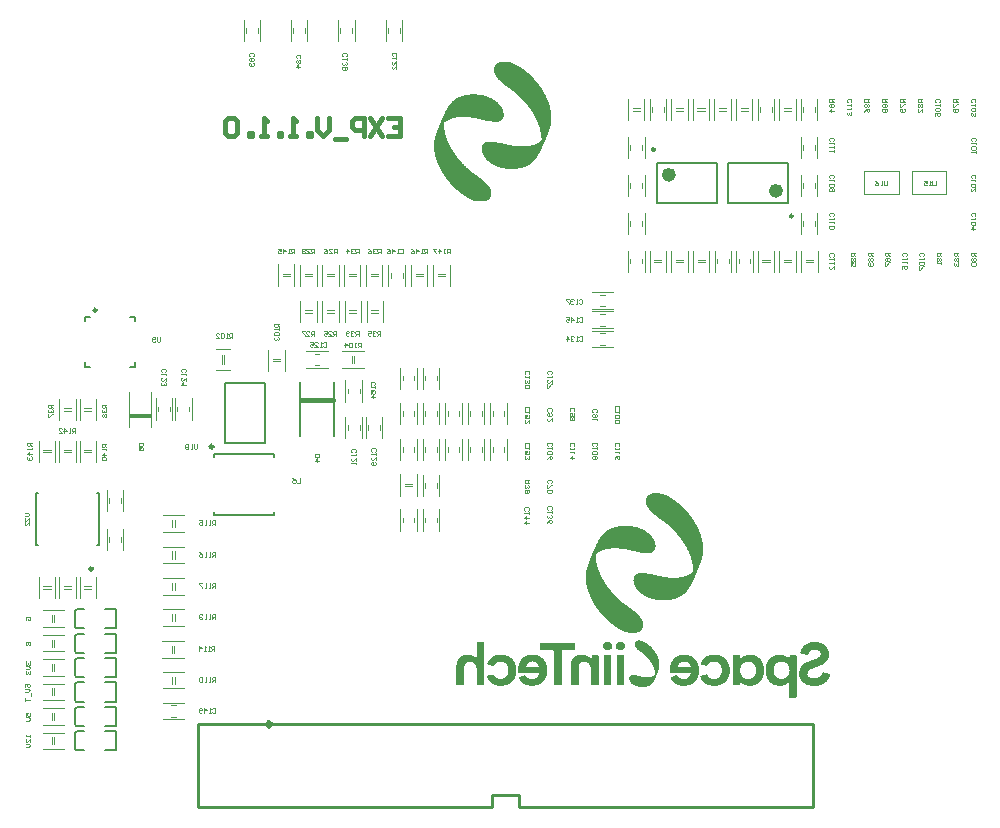
<source format=gbo>
G04*
G04 #@! TF.GenerationSoftware,Altium Limited,Altium Designer,24.1.2 (44)*
G04*
G04 Layer_Color=32896*
%FSLAX44Y44*%
%MOMM*%
G71*
G04*
G04 #@! TF.SameCoordinates,FCEE4AF4-6A06-48D6-82EE-D5922FD24EB1*
G04*
G04*
G04 #@! TF.FilePolarity,Positive*
G04*
G01*
G75*
%ADD10C,0.2500*%
%ADD12C,0.2540*%
%ADD13C,0.2000*%
%ADD15C,0.3810*%
%ADD17C,0.6000*%
%ADD18C,0.1524*%
%ADD19C,0.1000*%
%ADD20C,0.1270*%
%ADD21C,0.1500*%
%ADD22C,0.1200*%
%ADD23C,0.1250*%
%ADD171C,0.3000*%
%ADD172C,0.4000*%
%ADD173R,1.8660X0.4572*%
G36*
X400640Y630111D02*
X400782Y630075D01*
X401031Y629969D01*
X401599Y630004D01*
X401741Y629969D01*
X401936Y629916D01*
X403125Y629862D01*
X403480Y629827D01*
X403729Y629720D01*
X403906Y629649D01*
X404155Y629578D01*
X404261Y629543D01*
X404723Y629507D01*
X405078Y629472D01*
X405362Y629401D01*
X405752Y629223D01*
X406427Y629188D01*
X406675Y629152D01*
X406924Y629046D01*
X407048Y628957D01*
X407226Y628886D01*
X407741Y628833D01*
X407882Y628797D01*
X408060Y628726D01*
X408309Y628549D01*
X408735Y628513D01*
X409019Y628442D01*
X409072Y628389D01*
X409356Y628211D01*
X409977Y628123D01*
X410119Y627981D01*
X410190Y627945D01*
X410243Y627892D01*
X410758Y627803D01*
X410936Y627732D01*
X411131Y627537D01*
X411362Y627484D01*
X411610Y627448D01*
X411859Y627200D01*
X412107Y627164D01*
X412391Y627093D01*
X412533Y626951D01*
X412658Y626862D01*
X412888Y626809D01*
X413084Y626720D01*
X413172Y626596D01*
X413243Y626561D01*
X413297Y626507D01*
X413527Y626454D01*
X413669Y626419D01*
X413847Y626241D01*
X414024Y626134D01*
X414273Y626063D01*
X414415Y625922D01*
X414663Y625779D01*
X414841Y625709D01*
X414947Y625602D01*
X415338Y625389D01*
X415409Y625354D01*
X415427Y625300D01*
X415516Y625211D01*
X415906Y624999D01*
X415959Y624945D01*
X416155Y624785D01*
X416297Y624750D01*
X416456Y624590D01*
X416651Y624431D01*
X416722Y624395D01*
X416882Y624235D01*
X416918Y624164D01*
X417149Y624040D01*
X417362Y623827D01*
X417433Y623791D01*
X417681Y623543D01*
X418072Y623330D01*
X418125Y623277D01*
X418160Y623206D01*
X418515Y622851D01*
X418551Y622780D01*
X418604Y622762D01*
X418835Y622531D01*
X418924Y622407D01*
X418995Y622371D01*
X419190Y622176D01*
X419225Y622105D01*
X419279Y622052D01*
X419350Y622016D01*
X419509Y621857D01*
X419651Y621608D01*
X419687Y621537D01*
X419758Y621466D01*
X419935Y621217D01*
X419971Y621147D01*
X420024Y621093D01*
X420095Y621058D01*
X420255Y620863D01*
X420290Y620792D01*
X420504Y620578D01*
X420681Y620259D01*
X420841Y620099D01*
X420965Y619762D01*
X421089Y619638D01*
X421160Y619602D01*
X421249Y619478D01*
X421320Y619158D01*
X421444Y619034D01*
X421604Y618839D01*
X421640Y618626D01*
X421711Y618448D01*
X421888Y618271D01*
X421941Y618147D01*
X421995Y617916D01*
X422066Y617738D01*
X422119Y617685D01*
X422279Y617490D01*
X422314Y617135D01*
X422350Y616993D01*
X422438Y616904D01*
X422598Y616709D01*
X422669Y616212D01*
X422705Y616070D01*
X422953Y615537D01*
X422989Y614969D01*
X423024Y614721D01*
X423148Y614419D01*
X423184Y614277D01*
X423219Y613993D01*
X423255Y613851D01*
X423290Y613673D01*
X423273Y612804D01*
X423308Y612555D01*
X423273Y612449D01*
X423290Y612324D01*
X423273Y612058D01*
X423237Y611810D01*
X423131Y611561D01*
X423060Y611384D01*
X423024Y611277D01*
X422989Y610816D01*
X422953Y610673D01*
X422900Y610478D01*
X422740Y610283D01*
X422669Y610105D01*
X422634Y609963D01*
X422598Y609857D01*
X422563Y609786D01*
X422456Y609715D01*
X422332Y609520D01*
X422279Y609289D01*
X421995Y609005D01*
X421959Y608934D01*
X421764Y608739D01*
X421693Y608703D01*
X421551Y608490D01*
X421302Y608348D01*
X421231Y608313D01*
X421125Y608206D01*
X420876Y608064D01*
X420699Y607993D01*
X420557Y607851D01*
X420433Y607762D01*
X420202Y607709D01*
X419953Y607674D01*
X419864Y607585D01*
X419651Y607443D01*
X419385Y607389D01*
X419030Y607354D01*
X418888Y607318D01*
X418498Y607141D01*
X418249Y607105D01*
X418143Y607070D01*
X416687Y607034D01*
X416581Y606999D01*
X414663Y607034D01*
X413563Y607070D01*
X413208Y607105D01*
X413030Y607177D01*
X412888Y607212D01*
X412640Y607248D01*
X412391Y607318D01*
X412285Y607354D01*
X410936Y607425D01*
X410652Y607496D01*
X410332Y607638D01*
X410226Y607674D01*
X409462Y607727D01*
X408948Y607780D01*
X408806Y607816D01*
X408397Y607975D01*
X408255Y608011D01*
X407812Y608064D01*
X407350Y608100D01*
X406871Y608295D01*
X406587Y608366D01*
X405681Y608455D01*
X405504Y608526D01*
X405255Y608668D01*
X404971Y608739D01*
X404403Y608774D01*
X404119Y608845D01*
X403658Y609058D01*
X403125Y609094D01*
X402699Y609165D01*
X402468Y609289D01*
X402291Y609360D01*
X402113Y609395D01*
X401350Y609449D01*
X401119Y609537D01*
X400942Y609608D01*
X400711Y609697D01*
X400605Y609733D01*
X399895Y609768D01*
X399646Y609804D01*
X399504Y609839D01*
X399309Y609928D01*
X399025Y610034D01*
X398847Y610070D01*
X398386Y610105D01*
X397960Y610141D01*
X397516Y610194D01*
X397374Y610230D01*
X397001Y610390D01*
X396824Y610425D01*
X395528Y610478D01*
X395208Y610620D01*
X394960Y610585D01*
X394569Y610762D01*
X393149Y610798D01*
X393043Y610833D01*
X392635Y610816D01*
X392439Y610833D01*
X392280Y610886D01*
X392102Y610957D01*
X391374Y610940D01*
X391232Y610975D01*
X390930Y611064D01*
X390717Y611100D01*
X387007Y611082D01*
X386901Y611117D01*
X386581Y611082D01*
X386351Y610993D01*
X386209Y610957D01*
X385534Y610922D01*
X385339Y610869D01*
X385232Y610833D01*
X384132Y610798D01*
X383670Y610762D01*
X383528Y610727D01*
X383120Y610602D01*
X382694Y610496D01*
X382179Y610443D01*
X381718Y610407D01*
X381185Y610159D01*
X380866Y610123D01*
X380511Y610088D01*
X380369Y610052D01*
X380067Y609892D01*
X379889Y609821D01*
X379588Y609768D01*
X379339Y609733D01*
X379090Y609626D01*
X379002Y609537D01*
X378824Y609466D01*
X378451Y609413D01*
X378274Y609342D01*
X378203Y609271D01*
X378008Y609147D01*
X377635Y609058D01*
X377457Y608987D01*
X377386Y608916D01*
X377191Y608792D01*
X376889Y608739D01*
X376694Y608650D01*
X376659Y608579D01*
X376534Y608455D01*
X376215Y608384D01*
X376073Y608348D01*
X375860Y608135D01*
X375469Y607993D01*
X375327Y607851D01*
X375079Y607709D01*
X374937Y607674D01*
X374884Y607620D01*
X374795Y607496D01*
X374670Y607407D01*
X374404Y607354D01*
X374156Y607105D01*
X373978Y606999D01*
X373801Y606822D01*
X373623Y606715D01*
X373446Y606644D01*
X373339Y606538D01*
X373091Y606360D01*
X373020Y606325D01*
X372931Y606236D01*
X372895Y606165D01*
X372736Y606040D01*
X372665Y606005D01*
X372540Y605845D01*
X372576Y603467D01*
X372611Y603325D01*
X372682Y603147D01*
X372718Y602863D01*
X372753Y602508D01*
X372825Y602259D01*
X372860Y602153D01*
X372895Y600946D01*
X372931Y600698D01*
X373020Y600502D01*
X373091Y600325D01*
X373126Y600183D01*
X373180Y599739D01*
X373215Y599597D01*
X373251Y599029D01*
X373286Y598780D01*
X373535Y598248D01*
X373570Y597644D01*
X373605Y597396D01*
X373747Y597076D01*
X373872Y596810D01*
X373925Y596224D01*
X373960Y596082D01*
X374031Y595905D01*
X374067Y595834D01*
X374138Y595763D01*
X374191Y595638D01*
X374244Y595301D01*
X374280Y595053D01*
X374386Y594804D01*
X374422Y594733D01*
X374475Y594680D01*
X374546Y594502D01*
X374599Y594130D01*
X374635Y593988D01*
X374706Y593810D01*
X374884Y593491D01*
X374919Y593349D01*
X374954Y592994D01*
X375026Y592816D01*
X375168Y592603D01*
X375221Y592479D01*
X375274Y592212D01*
X375310Y592071D01*
X375398Y591875D01*
X375558Y591680D01*
X375594Y591467D01*
X375629Y591218D01*
X375665Y591076D01*
X375807Y590934D01*
X375913Y590757D01*
X375949Y590615D01*
X375984Y590366D01*
X376055Y590189D01*
X376162Y590082D01*
X376268Y589905D01*
X376375Y589479D01*
X376481Y589372D01*
X376517Y589301D01*
X376588Y589230D01*
X376623Y589017D01*
X376694Y588733D01*
X376747Y588680D01*
X376925Y588467D01*
X376978Y588165D01*
X377014Y588023D01*
X377262Y587775D01*
X377298Y587562D01*
X377369Y587313D01*
X377599Y587082D01*
X377653Y586816D01*
X377688Y586674D01*
X377919Y586443D01*
X377972Y586248D01*
X378043Y586000D01*
X378132Y585911D01*
X378203Y585875D01*
X378292Y585787D01*
X378363Y585467D01*
X378398Y585361D01*
X378434Y585290D01*
X378540Y585219D01*
X378682Y584970D01*
X378753Y584722D01*
X378949Y584526D01*
X379073Y584189D01*
X379144Y584118D01*
X379179Y584047D01*
X379268Y583958D01*
X379357Y583727D01*
X379428Y583550D01*
X379570Y583408D01*
X379676Y583231D01*
X379747Y582982D01*
X379925Y582804D01*
X380138Y582414D01*
X380280Y582272D01*
X380422Y581917D01*
X380475Y581864D01*
X380599Y581775D01*
X380688Y581651D01*
X380741Y581455D01*
X380777Y581313D01*
X380954Y581136D01*
X381096Y580887D01*
X381363Y580621D01*
X381416Y580426D01*
X381487Y580248D01*
X381540Y580195D01*
X381611Y580160D01*
X381824Y579805D01*
X381948Y579716D01*
X382161Y579325D01*
X382268Y579219D01*
X382445Y578899D01*
X382694Y578651D01*
X382836Y578402D01*
X383031Y578207D01*
X383156Y577870D01*
X383298Y577763D01*
X383475Y577515D01*
X383511Y577444D01*
X383564Y577426D01*
X383617Y577373D01*
X383866Y577053D01*
X383901Y576982D01*
X383972Y576947D01*
X384185Y576556D01*
X384221Y576485D01*
X384309Y576432D01*
X384469Y576237D01*
X384505Y576166D01*
X384735Y575935D01*
X384877Y575722D01*
X385002Y575633D01*
X385179Y575385D01*
X385215Y575314D01*
X385392Y575136D01*
X385534Y574888D01*
X385712Y574710D01*
X385818Y574533D01*
X386138Y574213D01*
X386173Y574142D01*
X386368Y573947D01*
X386439Y573911D01*
X386493Y573823D01*
X386528Y573751D01*
X386812Y573467D01*
X386848Y573396D01*
X387007Y573237D01*
X387078Y573201D01*
X387238Y572900D01*
X387398Y572740D01*
X387558Y572544D01*
X387646Y572420D01*
X387718Y572385D01*
X387913Y572189D01*
X388002Y572065D01*
X388073Y572030D01*
X388232Y571763D01*
X388357Y571639D01*
X388428Y571604D01*
X388516Y571515D01*
X388552Y571444D01*
X388676Y571320D01*
X388747Y571284D01*
X388871Y571160D01*
X388907Y571089D01*
X389031Y570965D01*
X389102Y570929D01*
X389226Y570805D01*
X389262Y570734D01*
X389386Y570610D01*
X389457Y570574D01*
X389546Y570485D01*
X389581Y570414D01*
X389706Y570290D01*
X389777Y570255D01*
X389901Y570130D01*
X389936Y570059D01*
X390061Y569935D01*
X390132Y569899D01*
X390256Y569775D01*
X390291Y569704D01*
X390380Y569616D01*
X390451Y569580D01*
X390575Y569456D01*
X390611Y569385D01*
X390735Y569260D01*
X390806Y569225D01*
X390930Y569101D01*
X390966Y569030D01*
X391090Y568905D01*
X391161Y568870D01*
X391250Y568781D01*
X391285Y568710D01*
X391410Y568586D01*
X391481Y568550D01*
X391605Y568426D01*
X391640Y568355D01*
X391729Y568266D01*
X392031Y568071D01*
X392066Y568000D01*
X392120Y567982D01*
X392386Y567716D01*
X392421Y567645D01*
X392475Y567627D01*
X392705Y567397D01*
X392741Y567326D01*
X392848Y567255D01*
X393203Y567077D01*
X393238Y567006D01*
X393469Y566775D01*
X393540Y566740D01*
X393629Y566616D01*
X393913Y566438D01*
X393948Y566367D01*
X394143Y566172D01*
X394214Y566136D01*
X394374Y565977D01*
X394410Y565906D01*
X394463Y565888D01*
X394534Y565817D01*
X394605Y565781D01*
X394818Y565568D01*
X394995Y565462D01*
X395084Y565373D01*
X395279Y565213D01*
X395528Y565071D01*
X395705Y564894D01*
X395883Y564787D01*
X396043Y564627D01*
X396078Y564557D01*
X396202Y564468D01*
X396273Y564432D01*
X396557Y564148D01*
X396628Y564113D01*
X396806Y564042D01*
X396948Y563900D01*
X397019Y563864D01*
X397090Y563793D01*
X397232Y563758D01*
X397481Y563509D01*
X397658Y563403D01*
X397836Y563190D01*
X398013Y563083D01*
X398190Y563012D01*
X398333Y562870D01*
X398652Y562693D01*
X398705Y562639D01*
X398794Y562515D01*
X399043Y562373D01*
X399291Y562125D01*
X399415Y562071D01*
X399646Y562018D01*
X399788Y561841D01*
X400108Y561663D01*
X400196Y561574D01*
X400232Y561503D01*
X400605Y561308D01*
X400676Y561273D01*
X400782Y561166D01*
X401031Y561024D01*
X401190Y560864D01*
X401226Y560793D01*
X401457Y560669D01*
X401634Y560598D01*
X401741Y560492D01*
X402060Y560314D01*
X402113Y560261D01*
X402149Y560190D01*
X402238Y560101D01*
X402486Y559959D01*
X402664Y559781D01*
X402983Y559604D01*
X403054Y559568D01*
X403196Y559426D01*
X403374Y559320D01*
X403622Y559072D01*
X403800Y558965D01*
X403889Y558876D01*
X403977Y558752D01*
X404297Y558574D01*
X404474Y558397D01*
X404723Y558255D01*
X404794Y558219D01*
X404812Y558166D01*
X405007Y558006D01*
X405078Y557971D01*
X405273Y557776D01*
X405309Y557705D01*
X405397Y557651D01*
X405468Y557616D01*
X405628Y557456D01*
X405664Y557385D01*
X405788Y557296D01*
X405859Y557261D01*
X406107Y557012D01*
X406179Y556977D01*
X406427Y556728D01*
X406746Y556551D01*
X406995Y556302D01*
X407173Y556196D01*
X407243Y556125D01*
X407314Y556089D01*
X407439Y555965D01*
X407581Y555717D01*
X407741Y555557D01*
X407812Y555521D01*
X407936Y555397D01*
X407971Y555326D01*
X408025Y555273D01*
X408096Y555237D01*
X408291Y555042D01*
X408326Y554971D01*
X408380Y554918D01*
X408451Y554882D01*
X408646Y554687D01*
X408681Y554616D01*
X408735Y554563D01*
X408806Y554527D01*
X408930Y554403D01*
X408965Y554332D01*
X409214Y554084D01*
X409480Y553640D01*
X409551Y553604D01*
X409711Y553373D01*
X409746Y553302D01*
X409871Y553214D01*
X410030Y553018D01*
X410066Y552947D01*
X410155Y552859D01*
X410226Y552823D01*
X410279Y552770D01*
X410421Y552521D01*
X410563Y552379D01*
X410776Y551989D01*
X410829Y551936D01*
X410989Y551740D01*
X411025Y551669D01*
X411131Y551421D01*
X411237Y551314D01*
X411380Y551066D01*
X411451Y550888D01*
X411539Y550799D01*
X411610Y550764D01*
X411681Y550622D01*
X411735Y550320D01*
X411770Y550178D01*
X411965Y549983D01*
X412090Y549646D01*
X412160Y549468D01*
X412285Y549344D01*
X412356Y549166D01*
X412409Y548758D01*
X412444Y548616D01*
X412498Y548456D01*
X412640Y548243D01*
X412711Y548066D01*
X412746Y547888D01*
X412800Y546451D01*
X412764Y544924D01*
X412729Y544675D01*
X412640Y544445D01*
X412462Y544161D01*
X412374Y543646D01*
X412338Y543504D01*
X412143Y543309D01*
X411983Y542865D01*
X411841Y542723D01*
X411664Y542403D01*
X411380Y542119D01*
X411344Y542048D01*
X410652Y541356D01*
X410581Y541320D01*
X410297Y541036D01*
X410048Y540895D01*
X409888Y540699D01*
X409711Y540628D01*
X409516Y540575D01*
X409232Y540291D01*
X409019Y540256D01*
X408770Y540220D01*
X408610Y540131D01*
X408326Y539954D01*
X408113Y539918D01*
X407882Y539865D01*
X407492Y539688D01*
X407314Y539652D01*
X407208Y539616D01*
X404723Y539581D01*
X400853Y539616D01*
X400392Y539652D01*
X400250Y539688D01*
X400019Y539776D01*
X399824Y539829D01*
X399717Y539865D01*
X399220Y539901D01*
X399078Y539936D01*
X398830Y539972D01*
X398439Y540220D01*
X398155Y540256D01*
X397658Y540326D01*
X397392Y540486D01*
X397214Y540557D01*
X396877Y540611D01*
X396699Y540681D01*
X396380Y540930D01*
X396025Y540965D01*
X395776Y541036D01*
X395705Y541107D01*
X395510Y541232D01*
X395279Y541320D01*
X395102Y541392D01*
X394995Y541498D01*
X394800Y541622D01*
X394605Y541675D01*
X394427Y541747D01*
X394374Y541800D01*
X394179Y541960D01*
X394037Y541995D01*
X393788Y542066D01*
X393629Y542226D01*
X393398Y542315D01*
X393149Y542350D01*
X392919Y542581D01*
X392741Y542652D01*
X392546Y542705D01*
X392404Y542847D01*
X392280Y542936D01*
X392049Y543025D01*
X391871Y543096D01*
X391800Y543167D01*
X391729Y543202D01*
X391676Y543255D01*
X391445Y543344D01*
X391356Y543433D01*
X391268Y543557D01*
X390948Y543735D01*
X390877Y543770D01*
X390771Y543877D01*
X390593Y543983D01*
X390416Y544054D01*
X390238Y544232D01*
X390114Y544320D01*
X389883Y544409D01*
X389777Y544516D01*
X389386Y544729D01*
X389226Y544888D01*
X389191Y544959D01*
X388924Y545084D01*
X388783Y545226D01*
X388392Y545439D01*
X388268Y545563D01*
X388232Y545634D01*
X388002Y545758D01*
X387913Y545847D01*
X387877Y545918D01*
X387824Y545971D01*
X387522Y546166D01*
X387327Y546326D01*
X387185Y546362D01*
X387167Y546380D01*
X386972Y546468D01*
X386919Y546557D01*
X386723Y546717D01*
X386652Y546752D01*
X386564Y546841D01*
X386528Y546912D01*
X386439Y547001D01*
X386191Y547143D01*
X386084Y547249D01*
X385836Y547427D01*
X385765Y547462D01*
X385587Y547640D01*
X385339Y547782D01*
X385215Y547906D01*
X385179Y547977D01*
X385108Y548048D01*
X384895Y548190D01*
X384860Y548261D01*
X384700Y548421D01*
X384629Y548456D01*
X384309Y548776D01*
X384238Y548811D01*
X384150Y548900D01*
X384114Y548971D01*
X384061Y549025D01*
X383812Y549166D01*
X383741Y549202D01*
X383422Y549521D01*
X383351Y549557D01*
X383244Y549664D01*
X382925Y549841D01*
X382800Y549965D01*
X382765Y550036D01*
X382712Y550089D01*
X382641Y550125D01*
X382445Y550320D01*
X382410Y550391D01*
X382357Y550444D01*
X382286Y550480D01*
X381966Y550799D01*
X381895Y550835D01*
X381806Y550924D01*
X381718Y551048D01*
X381647Y551084D01*
X381576Y551155D01*
X381505Y551190D01*
X381487Y551243D01*
X381221Y551510D01*
X381150Y551545D01*
X381132Y551598D01*
X381025Y551705D01*
X380990Y551776D01*
X380937Y551794D01*
X380191Y552539D01*
X380120Y552575D01*
X380102Y552628D01*
X380031Y552699D01*
X379996Y552770D01*
X379943Y552788D01*
X379872Y552859D01*
X379801Y552894D01*
X379712Y553018D01*
X379676Y553089D01*
X379588Y553178D01*
X379516Y553214D01*
X379463Y553267D01*
X379428Y553338D01*
X379357Y553409D01*
X379321Y553480D01*
X379268Y553498D01*
X379037Y553728D01*
X379002Y553800D01*
X378949Y553853D01*
X378877Y553888D01*
X378718Y554048D01*
X378682Y554119D01*
X378558Y554243D01*
X378487Y554279D01*
X378434Y554332D01*
X378292Y554580D01*
X378256Y554651D01*
X378150Y554758D01*
X378114Y554829D01*
X378043Y554900D01*
X378008Y554971D01*
X377883Y555095D01*
X377706Y555308D01*
X377564Y555521D01*
X377493Y555557D01*
X377440Y555610D01*
X377404Y555681D01*
X377333Y555752D01*
X377298Y555823D01*
X377244Y555876D01*
X377173Y555912D01*
X377049Y556036D01*
X377014Y556107D01*
X376730Y556391D01*
X376694Y556462D01*
X376499Y556657D01*
X376428Y556693D01*
X376410Y556746D01*
X376233Y556995D01*
X376197Y557066D01*
X376055Y557208D01*
X375913Y557456D01*
X375736Y557634D01*
X375629Y557811D01*
X375505Y557935D01*
X375381Y558024D01*
X375274Y558202D01*
X375150Y558326D01*
X374990Y558521D01*
X374848Y558876D01*
X374742Y558983D01*
X374635Y559160D01*
X374404Y559391D01*
X374244Y559586D01*
X374209Y559657D01*
X374031Y559835D01*
X373925Y560012D01*
X373854Y560190D01*
X373712Y560332D01*
X373570Y560580D01*
X373321Y560829D01*
X373215Y561006D01*
X373144Y561184D01*
X373073Y561255D01*
X372860Y561645D01*
X372682Y561823D01*
X372647Y561894D01*
X372594Y561947D01*
X372505Y562178D01*
X372363Y562320D01*
X372185Y562639D01*
X371901Y562923D01*
X371866Y563101D01*
X371795Y563279D01*
X371759Y563349D01*
X371706Y563367D01*
X371582Y563527D01*
X371440Y563882D01*
X371333Y563988D01*
X371227Y564166D01*
X371156Y564343D01*
X370978Y564521D01*
X370890Y564645D01*
X370836Y564876D01*
X370801Y565018D01*
X370623Y565196D01*
X370410Y565586D01*
X370375Y565657D01*
X370233Y565799D01*
X370197Y565941D01*
X370091Y566190D01*
X369913Y566367D01*
X369807Y566651D01*
X369736Y566829D01*
X369700Y566900D01*
X369558Y567042D01*
X369452Y567468D01*
X369363Y567556D01*
X369185Y567770D01*
X369132Y568036D01*
X369061Y568213D01*
X368955Y568320D01*
X368866Y568444D01*
X368813Y568675D01*
X368777Y568817D01*
X368653Y568941D01*
X368493Y569136D01*
X368458Y569349D01*
X368387Y569598D01*
X368174Y569917D01*
X368103Y570237D01*
X368067Y570379D01*
X367890Y570556D01*
X367801Y570681D01*
X367748Y570982D01*
X367712Y571124D01*
X367499Y571444D01*
X367464Y571728D01*
X367393Y572012D01*
X367144Y572367D01*
X367038Y572793D01*
X366967Y572971D01*
X366807Y573272D01*
X366754Y573574D01*
X366718Y573716D01*
X366647Y573894D01*
X366523Y574018D01*
X366452Y574195D01*
X366399Y574604D01*
X366328Y574852D01*
X366203Y575083D01*
X366132Y575260D01*
X366079Y575562D01*
X366044Y575704D01*
X365760Y576308D01*
X365724Y576840D01*
X365689Y576982D01*
X365547Y577302D01*
X365511Y577373D01*
X365440Y577550D01*
X365405Y578047D01*
X365369Y578296D01*
X365262Y578544D01*
X365085Y578864D01*
X365050Y579396D01*
X364996Y579876D01*
X364961Y580053D01*
X364925Y580195D01*
X364801Y580532D01*
X364766Y580639D01*
X364730Y581313D01*
X364695Y581668D01*
X364606Y581970D01*
X364552Y582201D01*
X364517Y582343D01*
X364446Y582520D01*
X364411Y583018D01*
X364375Y583124D01*
X364339Y585396D01*
X364304Y585538D01*
X364268Y585645D01*
X364233Y585964D01*
X364268Y586071D01*
X364251Y587544D01*
X364286Y588148D01*
X364322Y588325D01*
X364357Y589497D01*
X364411Y590934D01*
X364499Y591130D01*
X364570Y591307D01*
X364606Y591485D01*
X364641Y591698D01*
X364712Y592159D01*
X364766Y592710D01*
X365014Y593242D01*
X365050Y593668D01*
X365085Y593917D01*
X365191Y594165D01*
X365227Y594236D01*
X365280Y594289D01*
X365351Y594467D01*
X365387Y594680D01*
X365422Y594999D01*
X365476Y595230D01*
X365653Y595514D01*
X365760Y596011D01*
X365795Y596153D01*
X366044Y596544D01*
X366115Y597147D01*
X366345Y597591D01*
X366381Y597733D01*
X366416Y597910D01*
X366470Y598141D01*
X366718Y598496D01*
X366789Y599029D01*
X366825Y599171D01*
X366896Y599242D01*
X366931Y599313D01*
X366984Y599366D01*
X367073Y599597D01*
X367109Y599845D01*
X367144Y599987D01*
X367215Y600165D01*
X367339Y600289D01*
X367410Y600467D01*
X367464Y600733D01*
X367499Y600981D01*
X367588Y601141D01*
X367748Y601337D01*
X367783Y601763D01*
X367819Y601904D01*
X367961Y602047D01*
X368103Y602295D01*
X368138Y602437D01*
X368174Y602686D01*
X368334Y602952D01*
X368422Y603183D01*
X368529Y603609D01*
X368600Y603680D01*
X368635Y603751D01*
X368689Y603804D01*
X368777Y604035D01*
X368813Y604283D01*
X368955Y604603D01*
X369079Y604798D01*
X369132Y605100D01*
X369203Y605348D01*
X369398Y605543D01*
X369487Y605916D01*
X369523Y606058D01*
X369629Y606236D01*
X369753Y606431D01*
X369807Y606626D01*
X369842Y606875D01*
X369913Y607052D01*
X370055Y607194D01*
X370109Y607318D01*
X370162Y607585D01*
X370197Y607727D01*
X370268Y607904D01*
X370375Y608011D01*
X370464Y608135D01*
X370517Y608366D01*
X370552Y608614D01*
X370765Y608827D01*
X370801Y608898D01*
X370836Y609040D01*
X370872Y609289D01*
X370961Y609449D01*
X371032Y609484D01*
X371085Y609573D01*
X371138Y609697D01*
X371191Y609999D01*
X371262Y610177D01*
X371369Y610283D01*
X371458Y610407D01*
X371546Y610780D01*
X371617Y610957D01*
X371671Y611011D01*
X371830Y611206D01*
X371866Y611384D01*
X371937Y611668D01*
X372079Y611810D01*
X372168Y611934D01*
X372221Y612200D01*
X372292Y612378D01*
X372345Y612431D01*
X372487Y612644D01*
X372540Y612875D01*
X372611Y613159D01*
X372665Y613212D01*
X372807Y613425D01*
X372895Y613656D01*
X373020Y613886D01*
X373180Y614082D01*
X373215Y614224D01*
X373286Y614472D01*
X373339Y614525D01*
X373410Y614561D01*
X373535Y614721D01*
X373570Y614898D01*
X373605Y615040D01*
X373641Y615147D01*
X373676Y615218D01*
X373819Y615360D01*
X373890Y615537D01*
X373960Y615821D01*
X374049Y615910D01*
X374227Y616123D01*
X374280Y616389D01*
X374315Y616531D01*
X374493Y616709D01*
X374564Y616886D01*
X374599Y617028D01*
X374688Y617224D01*
X374759Y617259D01*
X374919Y617419D01*
X374954Y617703D01*
X375026Y617880D01*
X375079Y617898D01*
X375132Y617951D01*
X375221Y618076D01*
X375310Y618448D01*
X375469Y618608D01*
X375540Y618644D01*
X375576Y618715D01*
X375647Y618892D01*
X375700Y619087D01*
X375878Y619265D01*
X376055Y619584D01*
X376091Y619655D01*
X376162Y619726D01*
X376375Y620117D01*
X376517Y620259D01*
X376694Y620578D01*
X376747Y620632D01*
X376818Y620667D01*
X376872Y620720D01*
X377049Y621040D01*
X377191Y621182D01*
X377369Y621502D01*
X377493Y621626D01*
X377564Y621661D01*
X377653Y621786D01*
X377688Y621857D01*
X377883Y622052D01*
X377954Y622087D01*
X378008Y622176D01*
X378043Y622247D01*
X378256Y622460D01*
X378292Y622531D01*
X378487Y622726D01*
X378558Y622762D01*
X378611Y622815D01*
X378647Y622886D01*
X378895Y623135D01*
X379073Y623383D01*
X379108Y623454D01*
X379232Y623578D01*
X379481Y623720D01*
X379605Y623845D01*
X379694Y623969D01*
X379765Y624004D01*
X379836Y624075D01*
X379907Y624111D01*
X379996Y624200D01*
X380031Y624271D01*
X380156Y624395D01*
X380227Y624431D01*
X380280Y624484D01*
X380369Y624608D01*
X380546Y624715D01*
X380866Y625034D01*
X380937Y625070D01*
X381185Y625318D01*
X381505Y625495D01*
X381682Y625673D01*
X381753Y625709D01*
X382019Y625868D01*
X382055Y625939D01*
X382108Y625993D01*
X382357Y626134D01*
X382517Y626223D01*
X382552Y626294D01*
X382694Y626436D01*
X382889Y626490D01*
X383067Y626561D01*
X383173Y626667D01*
X383298Y626756D01*
X383493Y626809D01*
X383670Y626880D01*
X383688Y626933D01*
X383741Y626987D01*
X383866Y627075D01*
X384203Y627200D01*
X384416Y627342D01*
X384593Y627448D01*
X384735Y627484D01*
X384984Y627519D01*
X385161Y627697D01*
X385286Y627785D01*
X385481Y627839D01*
X385712Y627927D01*
X385996Y628105D01*
X386368Y628158D01*
X386546Y628229D01*
X386723Y628407D01*
X386848Y628460D01*
X387078Y628513D01*
X387327Y628549D01*
X387505Y628620D01*
X387824Y628797D01*
X388321Y628833D01*
X388463Y628868D01*
X388641Y628975D01*
X388889Y629152D01*
X389457Y629188D01*
X389599Y629223D01*
X389848Y629259D01*
X390167Y629401D01*
X390345Y629472D01*
X390842Y629507D01*
X391197Y629543D01*
X391392Y629596D01*
X391623Y629649D01*
X391800Y629720D01*
X391996Y629809D01*
X392173Y629845D01*
X393859Y629898D01*
X394001Y629933D01*
X394179Y630004D01*
X394818Y629969D01*
X395066Y630075D01*
X396628Y630111D01*
X396735Y630146D01*
X400640Y630111D01*
D02*
G37*
G36*
X424852Y657802D02*
X425296Y657820D01*
X425846Y657802D01*
X426308Y657767D01*
X426663Y657660D01*
X426805Y657625D01*
X427160Y657518D01*
X427267Y657483D01*
X427906Y657447D01*
X428190Y657376D01*
X428438Y657270D01*
X428616Y657199D01*
X428722Y657163D01*
X429184Y657128D01*
X429326Y657092D01*
X429503Y657021D01*
X429574Y656950D01*
X429823Y656808D01*
X430533Y656737D01*
X430888Y656489D01*
X431172Y656453D01*
X431456Y656382D01*
X431651Y656187D01*
X431882Y656098D01*
X432237Y656063D01*
X432485Y655885D01*
X432663Y655779D01*
X433018Y655672D01*
X433124Y655566D01*
X433373Y655424D01*
X433621Y655388D01*
X433799Y655317D01*
X433976Y655140D01*
X434332Y654998D01*
X434438Y654891D01*
X434509Y654856D01*
X434562Y654802D01*
X434793Y654714D01*
X434935Y654678D01*
X435148Y654536D01*
X435326Y654430D01*
X435503Y654359D01*
X435556Y654305D01*
X435592Y654234D01*
X435698Y654128D01*
X435876Y654057D01*
X436071Y654004D01*
X436284Y653791D01*
X436533Y653649D01*
X436639Y653542D01*
X436888Y653400D01*
X437030Y653364D01*
X437225Y653276D01*
X437260Y653205D01*
X437314Y653151D01*
X437633Y652974D01*
X437775Y652832D01*
X437899Y652743D01*
X438130Y652654D01*
X438290Y652495D01*
X438325Y652424D01*
X438592Y652264D01*
X438663Y652228D01*
X438734Y652157D01*
X438982Y652015D01*
X439160Y651944D01*
X439266Y651838D01*
X439515Y651660D01*
X439586Y651625D01*
X439674Y651536D01*
X439710Y651465D01*
X440047Y651234D01*
X440118Y651199D01*
X440136Y651146D01*
X440189Y651128D01*
X440260Y651057D01*
X440509Y650915D01*
X440580Y650879D01*
X440597Y650826D01*
X440686Y650737D01*
X440935Y650595D01*
X441059Y650436D01*
X441254Y650276D01*
X441325Y650240D01*
X441467Y650098D01*
X441858Y649885D01*
X442000Y649743D01*
X442248Y649601D01*
X442337Y649512D01*
X442373Y649442D01*
X442426Y649388D01*
X442603Y649282D01*
X442728Y649157D01*
X442763Y649087D01*
X442923Y648962D01*
X442994Y648927D01*
X443171Y648749D01*
X443420Y648572D01*
X443491Y648536D01*
X443775Y648252D01*
X443846Y648217D01*
X443988Y648075D01*
X444236Y647897D01*
X444308Y647862D01*
X444361Y647809D01*
X444396Y647737D01*
X444751Y647382D01*
X444947Y647223D01*
X445018Y647187D01*
X445071Y647134D01*
X445106Y647063D01*
X445266Y646903D01*
X445337Y646868D01*
X445390Y646814D01*
X445426Y646743D01*
X445586Y646584D01*
X445657Y646548D01*
X445745Y646459D01*
X445781Y646388D01*
X445941Y646229D01*
X446012Y646193D01*
X446296Y645909D01*
X446367Y645874D01*
X446491Y645749D01*
X446526Y645678D01*
X446615Y645590D01*
X446686Y645554D01*
X446810Y645430D01*
X446846Y645359D01*
X446935Y645270D01*
X447006Y645235D01*
X447165Y645075D01*
X447201Y645004D01*
X447290Y644915D01*
X447361Y644880D01*
X447485Y644755D01*
X447520Y644684D01*
X447609Y644595D01*
X447680Y644560D01*
X447875Y644365D01*
X447911Y644294D01*
X448124Y644081D01*
X448159Y644010D01*
X448319Y643850D01*
X448390Y643814D01*
X448479Y643726D01*
X448515Y643655D01*
X448674Y643495D01*
X448745Y643459D01*
X448798Y643406D01*
X448834Y643335D01*
X448994Y643175D01*
X449065Y643140D01*
X449118Y643087D01*
X449225Y642909D01*
X449668Y642465D01*
X449739Y642430D01*
X449793Y642377D01*
X449935Y642128D01*
X450432Y641631D01*
X450609Y641312D01*
X450893Y641028D01*
X450929Y640957D01*
X451213Y640673D01*
X451248Y640602D01*
X451319Y640531D01*
X451355Y640460D01*
X451443Y640406D01*
X451603Y640211D01*
X451639Y640140D01*
X451816Y639963D01*
X451958Y639714D01*
X452278Y639253D01*
X452313Y639182D01*
X452366Y639128D01*
X452437Y639093D01*
X452526Y639004D01*
X452633Y638826D01*
X452846Y638614D01*
X452988Y638365D01*
X453094Y638258D01*
X453130Y638187D01*
X453201Y638116D01*
X453343Y637868D01*
X453378Y637797D01*
X453432Y637779D01*
X453556Y637655D01*
X453662Y637477D01*
X453840Y637300D01*
X453964Y637105D01*
X454053Y636874D01*
X454159Y636767D01*
X454337Y636448D01*
X454426Y636359D01*
X454550Y636270D01*
X454727Y635951D01*
X454763Y635880D01*
X454869Y635773D01*
X455047Y635454D01*
X455260Y635241D01*
X455349Y635117D01*
X455402Y634921D01*
X455544Y634779D01*
X455757Y634389D01*
X455952Y634193D01*
X456041Y633963D01*
X456112Y633785D01*
X456147Y633714D01*
X456218Y633679D01*
X456431Y633288D01*
X456538Y633182D01*
X456627Y633057D01*
X456715Y632827D01*
X456751Y632685D01*
X456964Y632472D01*
X457106Y632081D01*
X457337Y631850D01*
X457425Y631620D01*
X457496Y631442D01*
X457674Y631265D01*
X457816Y630874D01*
X457923Y630768D01*
X457958Y630696D01*
X458011Y630643D01*
X458064Y630412D01*
X458135Y630235D01*
X458349Y630022D01*
X458455Y629738D01*
X458490Y629596D01*
X458650Y629436D01*
X458721Y629259D01*
X458774Y629028D01*
X458845Y628850D01*
X459023Y628673D01*
X459076Y628549D01*
X459129Y628247D01*
X459272Y628034D01*
X459396Y627839D01*
X459449Y627608D01*
X459520Y627430D01*
X459627Y627324D01*
X459751Y627129D01*
X459804Y626898D01*
X459840Y626756D01*
X459911Y626578D01*
X460088Y626330D01*
X460124Y626010D01*
X460195Y625762D01*
X460248Y625709D01*
X460425Y625424D01*
X460461Y625283D01*
X460514Y625052D01*
X460692Y624803D01*
X460763Y624626D01*
X460798Y624484D01*
X460834Y624235D01*
X460905Y624058D01*
X460976Y623987D01*
X461011Y623916D01*
X461064Y623862D01*
X461135Y623685D01*
X461189Y623348D01*
X461224Y623206D01*
X461419Y622833D01*
X461473Y622567D01*
X461544Y622141D01*
X461721Y621892D01*
X461828Y621608D01*
X461863Y621253D01*
X461899Y621111D01*
X462058Y620809D01*
X462129Y620632D01*
X462183Y620046D01*
X462325Y619726D01*
X462413Y619602D01*
X462485Y619425D01*
X462538Y618839D01*
X462573Y618590D01*
X462609Y618448D01*
X462786Y618058D01*
X462822Y617845D01*
X462857Y617383D01*
X462893Y617135D01*
X462964Y616886D01*
X463088Y616585D01*
X463141Y616354D01*
X463177Y616247D01*
X463212Y615324D01*
X463248Y614969D01*
X463283Y614863D01*
X463319Y614366D01*
X463390Y614188D01*
X463425Y613620D01*
X463461Y613514D01*
X463496Y607833D01*
X463425Y606875D01*
X463390Y606520D01*
X463301Y606218D01*
X463265Y606005D01*
X463212Y605277D01*
X463177Y604922D01*
X463141Y604674D01*
X463035Y604425D01*
X462893Y604177D01*
X462822Y603396D01*
X462662Y603023D01*
X462591Y602845D01*
X462556Y602703D01*
X462502Y602259D01*
X462360Y601940D01*
X462271Y601816D01*
X462200Y601638D01*
X462165Y601461D01*
X462112Y601017D01*
X462041Y600768D01*
X461863Y600520D01*
X461828Y600165D01*
X461757Y599916D01*
X461686Y599845D01*
X461650Y599774D01*
X461579Y599703D01*
X461490Y599473D01*
X461437Y599100D01*
X461189Y598709D01*
X461153Y598425D01*
X461118Y598283D01*
X461047Y598106D01*
X460887Y597946D01*
X460834Y597751D01*
X460763Y597254D01*
X460585Y597005D01*
X460532Y596881D01*
X460479Y596615D01*
X460408Y596331D01*
X460266Y596118D01*
X460159Y595940D01*
X460124Y595834D01*
X460088Y595479D01*
X459999Y595248D01*
X459840Y595053D01*
X459804Y594875D01*
X459769Y594627D01*
X459733Y594485D01*
X459591Y594343D01*
X459502Y594218D01*
X459413Y593846D01*
X459378Y593704D01*
X459307Y593526D01*
X459218Y593437D01*
X459147Y593260D01*
X459112Y593047D01*
X459058Y592816D01*
X458934Y592692D01*
X458774Y592496D01*
X458739Y592141D01*
X458668Y591893D01*
X458562Y591786D01*
X458419Y591538D01*
X458384Y591325D01*
X458313Y591147D01*
X458260Y591094D01*
X458118Y590881D01*
X458029Y590331D01*
X457780Y589976D01*
X457745Y589727D01*
X457674Y589443D01*
X457479Y589248D01*
X457425Y589053D01*
X457390Y588804D01*
X457319Y588627D01*
X457212Y588556D01*
X457177Y588485D01*
X457124Y588432D01*
X457053Y588041D01*
X456999Y587846D01*
X456857Y587704D01*
X456822Y587633D01*
X456769Y587579D01*
X456715Y587349D01*
X456644Y587100D01*
X456591Y587047D01*
X456449Y586834D01*
X456360Y586461D01*
X456289Y586284D01*
X456218Y586213D01*
X456094Y586017D01*
X456041Y585822D01*
X455970Y585645D01*
X455934Y585574D01*
X455792Y585432D01*
X455721Y585254D01*
X455686Y585006D01*
X455615Y584828D01*
X455508Y584722D01*
X455384Y584526D01*
X455331Y584331D01*
X455242Y584100D01*
X455065Y583816D01*
X455011Y583621D01*
X454976Y583479D01*
X454887Y583319D01*
X454816Y583284D01*
X454727Y583159D01*
X454656Y582982D01*
X454585Y582698D01*
X454426Y582538D01*
X454337Y582308D01*
X454301Y582165D01*
X454266Y582059D01*
X454230Y581988D01*
X454053Y581810D01*
X453982Y581633D01*
X453946Y581491D01*
X453893Y581331D01*
X453733Y581136D01*
X453680Y581012D01*
X453644Y580870D01*
X453591Y580674D01*
X453360Y580444D01*
X453236Y580106D01*
X453130Y580000D01*
X452952Y579680D01*
X452881Y579503D01*
X452775Y579396D01*
X452739Y579325D01*
X452686Y579272D01*
X452597Y578899D01*
X452331Y578633D01*
X452242Y578402D01*
X452153Y578207D01*
X452082Y578172D01*
X451994Y578047D01*
X451887Y577763D01*
X451745Y577550D01*
X451532Y577160D01*
X451497Y577089D01*
X451443Y577071D01*
X451355Y576982D01*
X451177Y576663D01*
X451142Y576592D01*
X451035Y576485D01*
X450893Y576237D01*
X450733Y576077D01*
X450574Y575882D01*
X450538Y575811D01*
X450289Y575562D01*
X450148Y575314D01*
X450041Y575207D01*
X450006Y575136D01*
X449952Y575083D01*
X449864Y574852D01*
X449544Y574533D01*
X449509Y574462D01*
X449455Y574408D01*
X449384Y574373D01*
X449260Y574249D01*
X449225Y574178D01*
X448941Y573894D01*
X448905Y573823D01*
X448745Y573663D01*
X448674Y573627D01*
X448586Y573539D01*
X448550Y573467D01*
X448426Y573343D01*
X448355Y573308D01*
X448106Y573059D01*
X448035Y573024D01*
X447840Y572828D01*
X447804Y572757D01*
X447645Y572633D01*
X447574Y572598D01*
X447361Y572385D01*
X447041Y572207D01*
X446935Y572101D01*
X446686Y571959D01*
X446615Y571923D01*
X446562Y571870D01*
X446526Y571799D01*
X446331Y571639D01*
X446260Y571604D01*
X446012Y571355D01*
X445692Y571178D01*
X445621Y571142D01*
X445550Y571071D01*
X445302Y570929D01*
X445142Y570840D01*
X445106Y570769D01*
X445053Y570716D01*
X444929Y570627D01*
X444591Y570503D01*
X444485Y570397D01*
X444236Y570255D01*
X444095Y570219D01*
X443917Y570148D01*
X443864Y570095D01*
X443669Y569935D01*
X443526Y569899D01*
X443278Y569793D01*
X443207Y569722D01*
X443136Y569687D01*
X443083Y569633D01*
X442887Y569580D01*
X442745Y569544D01*
X442568Y569473D01*
X442515Y569420D01*
X442319Y569260D01*
X442035Y569189D01*
X441805Y569101D01*
X441592Y568959D01*
X441219Y568870D01*
X441077Y568834D01*
X440722Y568586D01*
X440580Y568550D01*
X440225Y568515D01*
X440029Y568462D01*
X439692Y568231D01*
X439266Y568195D01*
X439018Y568160D01*
X438485Y567911D01*
X438379Y567876D01*
X437846Y567840D01*
X437420Y567770D01*
X437136Y567592D01*
X436746Y567556D01*
X436639Y567521D01*
X435894Y567485D01*
X435751Y567450D01*
X435343Y567326D01*
X435201Y567290D01*
X434864Y567237D01*
X434757Y567201D01*
X433550Y567166D01*
X433444Y567130D01*
X432894Y567148D01*
X432627Y567130D01*
X432166Y567095D01*
X432059Y567059D01*
X427852Y567077D01*
X427639Y567113D01*
X427213Y567148D01*
X426592Y567130D01*
X426450Y567166D01*
X425350Y567201D01*
X425101Y567237D01*
X424711Y567414D01*
X424355Y567450D01*
X424249Y567485D01*
X423610Y567521D01*
X423255Y567556D01*
X422971Y567627D01*
X422580Y567805D01*
X422119Y567840D01*
X421977Y567876D01*
X421728Y567911D01*
X421480Y567982D01*
X421089Y568160D01*
X420734Y568195D01*
X420486Y568231D01*
X420344Y568266D01*
X420077Y568426D01*
X419900Y568497D01*
X419456Y568550D01*
X419208Y568586D01*
X418853Y568834D01*
X418498Y568870D01*
X418214Y568941D01*
X418107Y569048D01*
X417912Y569172D01*
X417575Y569225D01*
X417433Y569260D01*
X417255Y569332D01*
X417184Y569403D01*
X417060Y569491D01*
X416651Y569580D01*
X416474Y569651D01*
X416367Y569758D01*
X416190Y569864D01*
X415977Y569899D01*
X415799Y569971D01*
X415728Y570006D01*
X415658Y570077D01*
X415409Y570219D01*
X415125Y570290D01*
X415018Y570397D01*
X414699Y570574D01*
X414557Y570610D01*
X414397Y570663D01*
X414184Y570840D01*
X413847Y570965D01*
X413758Y571053D01*
X413563Y571213D01*
X413421Y571249D01*
X413243Y571320D01*
X413066Y571497D01*
X412888Y571604D01*
X412711Y571675D01*
X412604Y571781D01*
X412480Y571870D01*
X412249Y571959D01*
X412036Y572172D01*
X411717Y572349D01*
X411575Y572491D01*
X411255Y572669D01*
X411042Y572882D01*
X410865Y572988D01*
X410581Y573272D01*
X410510Y573308D01*
X410350Y573467D01*
X410314Y573539D01*
X410226Y573592D01*
X410155Y573627D01*
X409871Y573911D01*
X409800Y573947D01*
X409675Y574071D01*
X409640Y574142D01*
X409516Y574266D01*
X409445Y574302D01*
X409356Y574390D01*
X409320Y574462D01*
X409196Y574586D01*
X409125Y574621D01*
X409001Y574746D01*
X408965Y574817D01*
X408841Y574941D01*
X408770Y574976D01*
X408681Y575065D01*
X408646Y575136D01*
X408486Y575296D01*
X408415Y575331D01*
X408397Y575385D01*
X408326Y575456D01*
X408291Y575527D01*
X408167Y575651D01*
X408096Y575686D01*
X408007Y575811D01*
X407971Y575882D01*
X407812Y576041D01*
X407652Y576237D01*
X407616Y576308D01*
X407385Y576538D01*
X407297Y576769D01*
X407226Y576947D01*
X407173Y576964D01*
X407048Y577089D01*
X406906Y577337D01*
X406871Y577408D01*
X406764Y577479D01*
X406675Y577603D01*
X406622Y577799D01*
X406587Y577941D01*
X406409Y578118D01*
X406320Y578242D01*
X406267Y578438D01*
X406196Y578615D01*
X406019Y578793D01*
X405965Y578917D01*
X405912Y579148D01*
X405841Y579325D01*
X405664Y579503D01*
X405593Y579822D01*
X405557Y580071D01*
X405486Y580142D01*
X405309Y580390D01*
X405273Y580603D01*
X405238Y580852D01*
X405202Y580994D01*
X405131Y581171D01*
X405078Y581225D01*
X404971Y581438D01*
X404918Y581846D01*
X404883Y582308D01*
X404812Y582556D01*
X404670Y582876D01*
X404634Y583515D01*
X404599Y583621D01*
X404563Y584509D01*
X404599Y584615D01*
X404634Y585432D01*
X404758Y585733D01*
X404829Y585911D01*
X404918Y586319D01*
X404954Y586568D01*
X404989Y586710D01*
X405167Y586958D01*
X405238Y587136D01*
X405309Y587420D01*
X405433Y587544D01*
X405664Y587881D01*
X405699Y587952D01*
X405752Y587970D01*
X405841Y588059D01*
X405877Y588130D01*
X406356Y588609D01*
X406427Y588644D01*
X406498Y588716D01*
X406569Y588751D01*
X406587Y588804D01*
X406675Y588893D01*
X406995Y589071D01*
X407048Y589124D01*
X407243Y589284D01*
X407457Y589319D01*
X407634Y589390D01*
X407705Y589461D01*
X407954Y589639D01*
X408380Y589674D01*
X408628Y589745D01*
X408717Y589834D01*
X408894Y589905D01*
X409072Y589940D01*
X409285Y589976D01*
X410261Y590029D01*
X410616Y590065D01*
X410794Y590136D01*
X412853Y590171D01*
X413155Y590082D01*
X413297Y590047D01*
X414770Y589994D01*
X415338Y589958D01*
X415516Y589887D01*
X415835Y589852D01*
X415977Y589816D01*
X416226Y589710D01*
X417042Y589674D01*
X417184Y589639D01*
X417646Y589603D01*
X417930Y589532D01*
X418320Y589355D01*
X418995Y589319D01*
X419350Y589284D01*
X419492Y589248D01*
X419687Y589159D01*
X419971Y589053D01*
X420184Y589017D01*
X420876Y588964D01*
X421302Y588858D01*
X421693Y588680D01*
X422261Y588644D01*
X422403Y588609D01*
X422651Y588573D01*
X423184Y588325D01*
X423787Y588289D01*
X424036Y588254D01*
X424213Y588183D01*
X424373Y588094D01*
X424551Y588023D01*
X424888Y587970D01*
X425350Y587934D01*
X425491Y587899D01*
X425740Y587828D01*
X425971Y587739D01*
X426148Y587668D01*
X426521Y587615D01*
X426983Y587579D01*
X427267Y587509D01*
X427426Y587455D01*
X427710Y587349D01*
X428012Y587295D01*
X428367Y587260D01*
X428829Y587225D01*
X429077Y587189D01*
X429539Y586976D01*
X430213Y586940D01*
X430692Y586887D01*
X431065Y586834D01*
X431207Y586798D01*
X431438Y586710D01*
X431616Y586639D01*
X432698Y586585D01*
X432947Y586550D01*
X433302Y586514D01*
X433444Y586479D01*
X433550Y586443D01*
X433870Y586408D01*
X434012Y586372D01*
X434118Y586337D01*
X434403Y586301D01*
X434509Y586266D01*
X434544Y586301D01*
X434811Y586284D01*
X435876Y586248D01*
X436746Y586195D01*
X436852Y586230D01*
X437314Y586195D01*
X437456Y586159D01*
X437651Y586106D01*
X437864Y586071D01*
X439941Y586088D01*
X440402Y586053D01*
X440544Y586088D01*
X440722Y586159D01*
X441325Y586195D01*
X441432Y586230D01*
X441503Y586195D01*
X441911Y586213D01*
X442231Y586248D01*
X443012Y586284D01*
X443491Y586337D01*
X443740Y586372D01*
X443881Y586408D01*
X444183Y586497D01*
X444396Y586532D01*
X445124Y586585D01*
X445373Y586621D01*
X445728Y586656D01*
X445905Y586727D01*
X446225Y586870D01*
X446331Y586905D01*
X446864Y586940D01*
X447148Y587011D01*
X447361Y587154D01*
X447485Y587207D01*
X447751Y587260D01*
X448106Y587295D01*
X448302Y587349D01*
X448639Y587579D01*
X448958Y587615D01*
X449207Y587650D01*
X449562Y587899D01*
X449846Y587970D01*
X450094Y588005D01*
X450183Y588094D01*
X450378Y588254D01*
X450662Y588289D01*
X450911Y588360D01*
X451053Y588503D01*
X451177Y588591D01*
X451408Y588644D01*
X451550Y588680D01*
X451692Y588822D01*
X451940Y588964D01*
X452189Y589035D01*
X452402Y589248D01*
X452792Y589390D01*
X452934Y589532D01*
X453254Y589710D01*
X453432Y589887D01*
X453609Y589994D01*
X453857Y590065D01*
X453911Y590118D01*
X453946Y590189D01*
X453999Y590242D01*
X454248Y590384D01*
X454301Y590437D01*
X454337Y590508D01*
X454426Y590597D01*
X454603Y590704D01*
X454816Y590917D01*
X455136Y591094D01*
X455207Y591130D01*
X455295Y591254D01*
X455331Y593278D01*
X455224Y593526D01*
X455189Y593739D01*
X455224Y593988D01*
X455189Y594130D01*
X455100Y594431D01*
X455065Y594644D01*
X455082Y594875D01*
X455047Y594982D01*
X454976Y596295D01*
X454940Y596437D01*
X454887Y596597D01*
X454763Y596934D01*
X454727Y597041D01*
X454692Y597644D01*
X454621Y598141D01*
X454532Y598337D01*
X454426Y598621D01*
X454390Y598798D01*
X454337Y599419D01*
X454177Y599792D01*
X454053Y600129D01*
X454017Y600271D01*
X453982Y600840D01*
X453787Y601283D01*
X453698Y601514D01*
X453662Y601656D01*
X453627Y602011D01*
X453573Y602206D01*
X453432Y602419D01*
X453360Y602597D01*
X453307Y602934D01*
X453236Y603218D01*
X453094Y603431D01*
X453005Y603662D01*
X452952Y604070D01*
X452881Y604248D01*
X452810Y604319D01*
X452668Y604567D01*
X452633Y604887D01*
X452597Y605029D01*
X452526Y605206D01*
X452491Y605277D01*
X452384Y605384D01*
X452331Y605508D01*
X452295Y605686D01*
X452242Y605916D01*
X451994Y606307D01*
X451958Y606555D01*
X451923Y606697D01*
X451852Y606875D01*
X451745Y606981D01*
X451656Y607105D01*
X451603Y607372D01*
X451532Y607620D01*
X451479Y607674D01*
X451319Y607869D01*
X451284Y608082D01*
X451213Y608366D01*
X451106Y608472D01*
X450964Y608721D01*
Y608756D01*
X450946Y608810D01*
X450893Y609040D01*
X450804Y609129D01*
X450645Y609324D01*
X450538Y609750D01*
X450396Y609892D01*
X450307Y610017D01*
X450219Y610390D01*
X450076Y610532D01*
X449952Y610727D01*
X449917Y610869D01*
X449864Y611100D01*
X449721Y611241D01*
X449633Y611366D01*
X449580Y611561D01*
X449509Y611739D01*
X449260Y611987D01*
X449225Y612200D01*
X449189Y612342D01*
X448923Y612608D01*
X448834Y612981D01*
X448603Y613212D01*
X448479Y613549D01*
X448372Y613656D01*
X448230Y613904D01*
X448159Y614082D01*
X448124Y614153D01*
X448071Y614206D01*
X448000Y614241D01*
X447929Y614348D01*
X447840Y614579D01*
X447769Y614756D01*
X447716Y614774D01*
X447662Y614827D01*
X447574Y614951D01*
X447485Y615182D01*
X447272Y615395D01*
X447130Y615786D01*
X447077Y615839D01*
X447006Y615874D01*
X446952Y615928D01*
X446775Y616247D01*
X446739Y616318D01*
X446633Y616425D01*
X446526Y616602D01*
X446455Y616780D01*
X446207Y617028D01*
X446171Y617099D01*
X446100Y617277D01*
X445994Y617383D01*
X445958Y617454D01*
X445887Y617525D01*
X445852Y617596D01*
X445781Y617774D01*
X445568Y617987D01*
X445426Y618235D01*
X445248Y618413D01*
X445106Y618661D01*
X445018Y618821D01*
X444947Y618857D01*
X444893Y618945D01*
X444751Y619194D01*
X444574Y619371D01*
X444396Y619620D01*
X444361Y619691D01*
X444254Y619762D01*
X444219Y619833D01*
X444165Y619886D01*
X444077Y620117D01*
X443864Y620330D01*
X443722Y620578D01*
X443597Y620667D01*
X443438Y620863D01*
X443402Y620933D01*
X443313Y621022D01*
X443242Y621058D01*
X443189Y621111D01*
X443047Y621359D01*
X442870Y621537D01*
X442692Y621857D01*
X442515Y622034D01*
X442408Y622212D01*
X442284Y622336D01*
X442213Y622371D01*
X442089Y622531D01*
X442053Y622602D01*
X441929Y622726D01*
X441858Y622762D01*
X441805Y622815D01*
X441663Y623064D01*
X441414Y623312D01*
X441379Y623383D01*
X441130Y623632D01*
X440988Y623880D01*
X440953Y623951D01*
X440899Y623969D01*
X440633Y624235D01*
X440597Y624306D01*
X440544Y624324D01*
X440491Y624377D01*
X440349Y624626D01*
X440296Y624679D01*
X440225Y624715D01*
X440029Y624910D01*
X439994Y624981D01*
X439941Y625034D01*
X439870Y625070D01*
X439674Y625265D01*
X439639Y625336D01*
X439390Y625584D01*
X439355Y625655D01*
X439266Y625744D01*
X439195Y625779D01*
X439035Y625939D01*
X439000Y626010D01*
X438911Y626099D01*
X438840Y626134D01*
X438680Y626294D01*
X438645Y626365D01*
X438592Y626419D01*
X438521Y626454D01*
X438361Y626614D01*
X438325Y626685D01*
X438237Y626774D01*
X438166Y626809D01*
X438006Y626969D01*
X437970Y627040D01*
X437917Y627093D01*
X437846Y627129D01*
X437686Y627288D01*
X437651Y627359D01*
X437562Y627448D01*
X437491Y627484D01*
X437331Y627643D01*
X437296Y627714D01*
X437207Y627803D01*
X437136Y627839D01*
X436976Y627998D01*
X436941Y628069D01*
X436888Y628123D01*
X436817Y628158D01*
X436657Y628318D01*
X436621Y628389D01*
X436533Y628478D01*
X436462Y628513D01*
X436302Y628673D01*
X436266Y628744D01*
X436106Y628868D01*
X436036Y628904D01*
X435947Y628992D01*
X435911Y629063D01*
X435858Y629117D01*
X435787Y629152D01*
X435592Y629347D01*
X435556Y629418D01*
X435503Y629472D01*
X435432Y629507D01*
X435237Y629702D01*
X435201Y629773D01*
X435006Y629898D01*
X434935Y629933D01*
X434687Y630182D01*
X434616Y630217D01*
X434403Y630430D01*
X434154Y630572D01*
X434083Y630643D01*
X434012Y630679D01*
X433994Y630732D01*
X433870Y630856D01*
X433799Y630892D01*
X433604Y631087D01*
X433408Y631247D01*
X433337Y631282D01*
X433249Y631371D01*
X433213Y631442D01*
X433053Y631566D01*
X432982Y631602D01*
X432894Y631691D01*
X432858Y631762D01*
X432805Y631815D01*
X432627Y631921D01*
X432414Y632134D01*
X432237Y632241D01*
X432059Y632312D01*
X431882Y632489D01*
X431704Y632596D01*
X431420Y632880D01*
X431243Y632986D01*
X431189Y633040D01*
X431154Y633111D01*
X431101Y633164D01*
X430781Y633341D01*
X430639Y633483D01*
X430568Y633519D01*
X430497Y633590D01*
X430355Y633625D01*
X430107Y633874D01*
X429929Y633980D01*
X429716Y634193D01*
X429397Y634371D01*
X429255Y634513D01*
X429077Y634619D01*
X428900Y634691D01*
X428846Y634744D01*
X428811Y634815D01*
X428669Y634957D01*
X428438Y635046D01*
X428332Y635152D01*
X428136Y635276D01*
X427906Y635365D01*
X427852Y635418D01*
X427817Y635489D01*
X427728Y635578D01*
X427480Y635720D01*
X427302Y635898D01*
X427125Y636004D01*
X426876Y636075D01*
X426823Y636128D01*
X426787Y636199D01*
X426734Y636253D01*
X426485Y636395D01*
X426361Y636519D01*
X426326Y636590D01*
X426024Y636750D01*
X425953Y636785D01*
X425846Y636892D01*
X425527Y637069D01*
X425314Y637282D01*
X425136Y637389D01*
X424924Y637602D01*
X424604Y637779D01*
X424533Y637815D01*
X424426Y637921D01*
X424178Y638099D01*
X424107Y638134D01*
X424054Y638223D01*
X423858Y638383D01*
X423787Y638418D01*
X423663Y638543D01*
X423628Y638614D01*
X423397Y638773D01*
X423326Y638809D01*
X423273Y638862D01*
X423237Y638933D01*
X423184Y638951D01*
X423131Y639004D01*
X422776Y639182D01*
X422740Y639253D01*
X422545Y639412D01*
X422474Y639448D01*
X422350Y639572D01*
X422314Y639643D01*
X422154Y639767D01*
X422083Y639803D01*
X421835Y640051D01*
X421764Y640087D01*
X421640Y640211D01*
X421604Y640282D01*
X421515Y640371D01*
X421338Y640477D01*
X421125Y640690D01*
X421054Y640726D01*
X420929Y640850D01*
X420894Y640921D01*
X420770Y641045D01*
X420699Y641081D01*
X420574Y641205D01*
X420539Y641276D01*
X420450Y641365D01*
X420379Y641400D01*
X420219Y641560D01*
X420184Y641631D01*
X420095Y641720D01*
X420024Y641755D01*
X419900Y641880D01*
X419864Y641951D01*
X419776Y642039D01*
X419705Y642075D01*
X419616Y642164D01*
X419580Y642235D01*
X419385Y642430D01*
X419225Y642625D01*
X419190Y642696D01*
X418622Y643264D01*
X418586Y643335D01*
X418267Y643655D01*
X418231Y643726D01*
X418143Y643814D01*
X418072Y643850D01*
X417983Y643939D01*
X417876Y644116D01*
X417805Y644187D01*
X417770Y644258D01*
X417717Y644276D01*
X417663Y644329D01*
X417521Y644578D01*
X417450Y644649D01*
X417415Y644720D01*
X417344Y644791D01*
X417166Y645110D01*
X417113Y645164D01*
X417042Y645199D01*
X416953Y645288D01*
X416740Y645678D01*
X416705Y645749D01*
X416616Y645838D01*
X416527Y646069D01*
X416456Y646246D01*
X416314Y646388D01*
X416208Y646566D01*
X416137Y646814D01*
X415888Y647063D01*
X415853Y647382D01*
X415782Y647631D01*
X415693Y647720D01*
X415551Y647933D01*
X415498Y648199D01*
X415427Y648483D01*
X415391Y648589D01*
X415232Y648891D01*
X415196Y649033D01*
X415160Y649601D01*
X415107Y650152D01*
X415001Y650400D01*
X414965Y651181D01*
X415072Y651430D01*
X415107Y651820D01*
X415143Y651927D01*
X415178Y652495D01*
X415214Y652743D01*
X415320Y652992D01*
X415373Y653045D01*
X415444Y653223D01*
X415498Y653595D01*
X415569Y653773D01*
X415640Y653844D01*
X415675Y653915D01*
X415746Y653986D01*
X415888Y654341D01*
X416066Y654518D01*
X416172Y654696D01*
X416243Y654873D01*
X416367Y654998D01*
X416527Y655193D01*
X416563Y655264D01*
X416651Y655353D01*
X416722Y655388D01*
X416882Y655548D01*
X416918Y655619D01*
X416971Y655672D01*
X417042Y655708D01*
X417113Y655779D01*
X417184Y655814D01*
X417202Y655867D01*
X417326Y655992D01*
X417646Y656169D01*
X417717Y656205D01*
X417788Y656311D01*
X418107Y656489D01*
X418178Y656524D01*
X418231Y656577D01*
X418267Y656648D01*
X418391Y656737D01*
X418604Y656773D01*
X418888Y656844D01*
X418959Y656915D01*
X419030Y656950D01*
X419101Y657021D01*
X419350Y657163D01*
X419563Y657199D01*
X419705Y657234D01*
X419811Y657270D01*
X419882Y657305D01*
X419935Y657358D01*
X420113Y657430D01*
X420663Y657483D01*
X420805Y657518D01*
X421267Y657731D01*
X421551Y657767D01*
X421657Y657802D01*
X424746Y657838D01*
X424852Y657802D01*
D02*
G37*
G36*
X529174Y264867D02*
X529316Y264832D01*
X529565Y264725D01*
X530133Y264761D01*
X530275Y264725D01*
X530470Y264672D01*
X531659Y264619D01*
X532014Y264583D01*
X532263Y264477D01*
X532440Y264406D01*
X532689Y264335D01*
X532795Y264299D01*
X533257Y264264D01*
X533612Y264228D01*
X533896Y264157D01*
X534287Y263980D01*
X534961Y263944D01*
X535210Y263909D01*
X535458Y263802D01*
X535582Y263713D01*
X535760Y263643D01*
X536275Y263589D01*
X536417Y263554D01*
X536594Y263483D01*
X536843Y263305D01*
X537269Y263270D01*
X537553Y263199D01*
X537606Y263146D01*
X537890Y262968D01*
X538511Y262879D01*
X538653Y262737D01*
X538724Y262702D01*
X538778Y262649D01*
X539292Y262560D01*
X539470Y262489D01*
X539665Y262293D01*
X539896Y262240D01*
X540144Y262205D01*
X540393Y261956D01*
X540641Y261921D01*
X540925Y261850D01*
X541067Y261708D01*
X541192Y261619D01*
X541422Y261566D01*
X541618Y261477D01*
X541706Y261353D01*
X541777Y261317D01*
X541831Y261264D01*
X542062Y261211D01*
X542203Y261175D01*
X542381Y260998D01*
X542559Y260891D01*
X542807Y260820D01*
X542949Y260678D01*
X543198Y260536D01*
X543375Y260465D01*
X543481Y260359D01*
X543872Y260146D01*
X543943Y260110D01*
X543961Y260057D01*
X544050Y259968D01*
X544440Y259755D01*
X544493Y259702D01*
X544689Y259542D01*
X544831Y259507D01*
X544990Y259347D01*
X545186Y259187D01*
X545257Y259151D01*
X545416Y258992D01*
X545452Y258921D01*
X545683Y258797D01*
X545896Y258584D01*
X545967Y258548D01*
X546215Y258300D01*
X546606Y258086D01*
X546659Y258033D01*
X546694Y257962D01*
X547049Y257607D01*
X547085Y257536D01*
X547138Y257519D01*
X547369Y257288D01*
X547458Y257163D01*
X547529Y257128D01*
X547724Y256933D01*
X547760Y256862D01*
X547813Y256808D01*
X547884Y256773D01*
X548044Y256613D01*
X548186Y256365D01*
X548221Y256294D01*
X548292Y256223D01*
X548470Y255974D01*
X548505Y255903D01*
X548558Y255850D01*
X548629Y255814D01*
X548789Y255619D01*
X548825Y255548D01*
X549038Y255335D01*
X549215Y255016D01*
X549375Y254856D01*
X549499Y254519D01*
X549623Y254394D01*
X549694Y254359D01*
X549783Y254235D01*
X549854Y253915D01*
X549978Y253791D01*
X550138Y253596D01*
X550174Y253382D01*
X550245Y253205D01*
X550422Y253027D01*
X550475Y252903D01*
X550529Y252672D01*
X550600Y252495D01*
X550653Y252442D01*
X550813Y252246D01*
X550848Y251891D01*
X550884Y251749D01*
X550972Y251661D01*
X551132Y251465D01*
X551203Y250968D01*
X551239Y250826D01*
X551487Y250294D01*
X551523Y249726D01*
X551558Y249477D01*
X551683Y249175D01*
X551718Y249034D01*
X551754Y248750D01*
X551789Y248608D01*
X551824Y248430D01*
X551807Y247560D01*
X551842Y247312D01*
X551807Y247205D01*
X551824Y247081D01*
X551807Y246815D01*
X551771Y246566D01*
X551665Y246318D01*
X551594Y246140D01*
X551558Y246034D01*
X551523Y245572D01*
X551487Y245430D01*
X551434Y245235D01*
X551274Y245040D01*
X551203Y244862D01*
X551168Y244720D01*
X551132Y244613D01*
X551097Y244543D01*
X550990Y244471D01*
X550866Y244276D01*
X550813Y244046D01*
X550529Y243762D01*
X550493Y243690D01*
X550298Y243495D01*
X550227Y243460D01*
X550085Y243247D01*
X549836Y243105D01*
X549765Y243069D01*
X549659Y242963D01*
X549410Y242821D01*
X549233Y242750D01*
X549091Y242608D01*
X548967Y242519D01*
X548736Y242466D01*
X548487Y242430D01*
X548399Y242341D01*
X548186Y242199D01*
X547919Y242146D01*
X547564Y242111D01*
X547422Y242075D01*
X547032Y241898D01*
X546783Y241862D01*
X546677Y241827D01*
X545221Y241791D01*
X545115Y241756D01*
X543198Y241791D01*
X542097Y241827D01*
X541742Y241862D01*
X541564Y241933D01*
X541422Y241969D01*
X541174Y242004D01*
X540925Y242075D01*
X540819Y242111D01*
X539470Y242182D01*
X539186Y242253D01*
X538866Y242395D01*
X538760Y242430D01*
X537996Y242483D01*
X537482Y242537D01*
X537340Y242572D01*
X536931Y242732D01*
X536789Y242767D01*
X536346Y242821D01*
X535884Y242856D01*
X535405Y243051D01*
X535121Y243122D01*
X534216Y243211D01*
X534038Y243282D01*
X533789Y243424D01*
X533506Y243495D01*
X532938Y243531D01*
X532654Y243602D01*
X532192Y243815D01*
X531659Y243850D01*
X531233Y243921D01*
X531003Y244046D01*
X530825Y244116D01*
X530648Y244152D01*
X529884Y244205D01*
X529654Y244294D01*
X529476Y244365D01*
X529245Y244454D01*
X529139Y244489D01*
X528429Y244525D01*
X528180Y244560D01*
X528038Y244596D01*
X527843Y244685D01*
X527559Y244791D01*
X527381Y244827D01*
X526920Y244862D01*
X526494Y244897D01*
X526050Y244951D01*
X525908Y244986D01*
X525535Y245146D01*
X525358Y245182D01*
X524062Y245235D01*
X523742Y245377D01*
X523494Y245341D01*
X523103Y245519D01*
X521683Y245554D01*
X521577Y245590D01*
X521169Y245572D01*
X520973Y245590D01*
X520814Y245643D01*
X520636Y245714D01*
X519908Y245696D01*
X519766Y245732D01*
X519464Y245821D01*
X519252Y245856D01*
X515542Y245838D01*
X515435Y245874D01*
X515116Y245838D01*
X514885Y245750D01*
X514743Y245714D01*
X514068Y245679D01*
X513873Y245625D01*
X513767Y245590D01*
X512666Y245554D01*
X512204Y245519D01*
X512062Y245483D01*
X511654Y245359D01*
X511228Y245252D01*
X510713Y245199D01*
X510252Y245164D01*
X509719Y244915D01*
X509400Y244880D01*
X509045Y244844D01*
X508903Y244809D01*
X508601Y244649D01*
X508423Y244578D01*
X508122Y244525D01*
X507873Y244489D01*
X507625Y244383D01*
X507536Y244294D01*
X507358Y244223D01*
X506986Y244170D01*
X506808Y244099D01*
X506737Y244028D01*
X506542Y243904D01*
X506169Y243815D01*
X505992Y243744D01*
X505921Y243673D01*
X505725Y243549D01*
X505424Y243495D01*
X505228Y243406D01*
X505193Y243335D01*
X505069Y243211D01*
X504749Y243140D01*
X504607Y243105D01*
X504394Y242892D01*
X504003Y242750D01*
X503861Y242608D01*
X503613Y242466D01*
X503471Y242430D01*
X503418Y242377D01*
X503329Y242253D01*
X503205Y242164D01*
X502938Y242111D01*
X502690Y241862D01*
X502512Y241756D01*
X502335Y241578D01*
X502157Y241472D01*
X501980Y241401D01*
X501873Y241294D01*
X501625Y241117D01*
X501554Y241081D01*
X501465Y240992D01*
X501430Y240921D01*
X501270Y240797D01*
X501199Y240762D01*
X501074Y240602D01*
X501110Y238223D01*
X501146Y238081D01*
X501217Y237904D01*
X501252Y237620D01*
X501287Y237265D01*
X501359Y237016D01*
X501394Y236910D01*
X501430Y235703D01*
X501465Y235454D01*
X501554Y235259D01*
X501625Y235081D01*
X501660Y234939D01*
X501714Y234496D01*
X501749Y234354D01*
X501785Y233785D01*
X501820Y233537D01*
X502069Y233004D01*
X502104Y232401D01*
X502140Y232152D01*
X502282Y231833D01*
X502406Y231567D01*
X502459Y230981D01*
X502495Y230839D01*
X502566Y230661D01*
X502601Y230590D01*
X502672Y230519D01*
X502725Y230395D01*
X502779Y230058D01*
X502814Y229809D01*
X502921Y229561D01*
X502956Y229490D01*
X503009Y229436D01*
X503080Y229259D01*
X503134Y228886D01*
X503169Y228744D01*
X503240Y228567D01*
X503418Y228247D01*
X503453Y228105D01*
X503489Y227750D01*
X503560Y227573D01*
X503702Y227360D01*
X503755Y227235D01*
X503808Y226969D01*
X503844Y226827D01*
X503932Y226632D01*
X504092Y226437D01*
X504128Y226224D01*
X504163Y225975D01*
X504199Y225833D01*
X504341Y225691D01*
X504447Y225513D01*
X504483Y225371D01*
X504518Y225123D01*
X504589Y224946D01*
X504696Y224839D01*
X504802Y224662D01*
X504909Y224235D01*
X505015Y224129D01*
X505051Y224058D01*
X505122Y223987D01*
X505157Y223774D01*
X505228Y223490D01*
X505281Y223437D01*
X505459Y223224D01*
X505512Y222922D01*
X505548Y222780D01*
X505796Y222531D01*
X505832Y222318D01*
X505903Y222070D01*
X506134Y221839D01*
X506187Y221573D01*
X506222Y221431D01*
X506453Y221200D01*
X506506Y221005D01*
X506577Y220756D01*
X506666Y220667D01*
X506737Y220632D01*
X506826Y220543D01*
X506897Y220224D01*
X506932Y220117D01*
X506968Y220046D01*
X507074Y219975D01*
X507216Y219727D01*
X507287Y219478D01*
X507483Y219283D01*
X507607Y218946D01*
X507678Y218875D01*
X507713Y218804D01*
X507802Y218715D01*
X507891Y218484D01*
X507962Y218307D01*
X508104Y218165D01*
X508210Y217987D01*
X508281Y217739D01*
X508459Y217561D01*
X508672Y217171D01*
X508814Y217029D01*
X508956Y216674D01*
X509009Y216620D01*
X509133Y216532D01*
X509222Y216407D01*
X509276Y216212D01*
X509311Y216070D01*
X509488Y215893D01*
X509631Y215644D01*
X509897Y215378D01*
X509950Y215182D01*
X510021Y215005D01*
X510074Y214952D01*
X510145Y214916D01*
X510358Y214561D01*
X510482Y214472D01*
X510695Y214082D01*
X510802Y213975D01*
X510980Y213656D01*
X511228Y213407D01*
X511370Y213159D01*
X511565Y212964D01*
X511690Y212626D01*
X511832Y212520D01*
X512009Y212271D01*
X512045Y212200D01*
X512098Y212183D01*
X512151Y212129D01*
X512400Y211810D01*
X512435Y211739D01*
X512506Y211703D01*
X512719Y211313D01*
X512755Y211242D01*
X512843Y211189D01*
X513003Y210993D01*
X513039Y210922D01*
X513269Y210692D01*
X513411Y210478D01*
X513536Y210390D01*
X513713Y210141D01*
X513749Y210070D01*
X513926Y209893D01*
X514068Y209644D01*
X514246Y209467D01*
X514352Y209289D01*
X514672Y208970D01*
X514707Y208899D01*
X514902Y208703D01*
X514973Y208668D01*
X515027Y208579D01*
X515062Y208508D01*
X515346Y208224D01*
X515382Y208153D01*
X515542Y207993D01*
X515613Y207958D01*
X515772Y207656D01*
X515932Y207496D01*
X516092Y207301D01*
X516181Y207177D01*
X516252Y207141D01*
X516447Y206946D01*
X516536Y206822D01*
X516607Y206786D01*
X516766Y206520D01*
X516891Y206396D01*
X516962Y206360D01*
X517050Y206271D01*
X517086Y206201D01*
X517210Y206076D01*
X517281Y206041D01*
X517405Y205917D01*
X517441Y205846D01*
X517565Y205721D01*
X517636Y205686D01*
X517760Y205561D01*
X517796Y205490D01*
X517920Y205366D01*
X517991Y205331D01*
X518080Y205242D01*
X518115Y205171D01*
X518240Y205047D01*
X518311Y205011D01*
X518435Y204887D01*
X518470Y204816D01*
X518595Y204692D01*
X518666Y204656D01*
X518790Y204532D01*
X518825Y204461D01*
X518914Y204372D01*
X518985Y204337D01*
X519109Y204212D01*
X519145Y204141D01*
X519269Y204017D01*
X519340Y203982D01*
X519464Y203857D01*
X519500Y203786D01*
X519624Y203662D01*
X519695Y203627D01*
X519784Y203538D01*
X519819Y203467D01*
X519944Y203343D01*
X520015Y203307D01*
X520139Y203183D01*
X520175Y203112D01*
X520263Y203023D01*
X520565Y202828D01*
X520601Y202757D01*
X520654Y202739D01*
X520920Y202473D01*
X520956Y202402D01*
X521009Y202384D01*
X521240Y202153D01*
X521275Y202082D01*
X521382Y202011D01*
X521737Y201834D01*
X521772Y201763D01*
X522003Y201532D01*
X522074Y201497D01*
X522163Y201372D01*
X522447Y201195D01*
X522482Y201124D01*
X522677Y200928D01*
X522748Y200893D01*
X522908Y200733D01*
X522944Y200662D01*
X522997Y200644D01*
X523068Y200573D01*
X523139Y200538D01*
X523352Y200325D01*
X523530Y200218D01*
X523618Y200130D01*
X523814Y199970D01*
X524062Y199828D01*
X524240Y199650D01*
X524417Y199544D01*
X524577Y199384D01*
X524612Y199313D01*
X524737Y199224D01*
X524808Y199189D01*
X525092Y198905D01*
X525163Y198869D01*
X525340Y198798D01*
X525482Y198656D01*
X525553Y198621D01*
X525624Y198550D01*
X525766Y198514D01*
X526015Y198266D01*
X526192Y198159D01*
X526370Y197946D01*
X526547Y197840D01*
X526725Y197769D01*
X526867Y197627D01*
X527186Y197449D01*
X527239Y197396D01*
X527328Y197272D01*
X527577Y197130D01*
X527825Y196881D01*
X527949Y196828D01*
X528180Y196775D01*
X528322Y196597D01*
X528642Y196420D01*
X528731Y196331D01*
X528766Y196260D01*
X529139Y196065D01*
X529210Y196029D01*
X529316Y195923D01*
X529565Y195781D01*
X529725Y195621D01*
X529760Y195550D01*
X529991Y195426D01*
X530168Y195355D01*
X530275Y195248D01*
X530594Y195071D01*
X530648Y195017D01*
X530683Y194946D01*
X530772Y194858D01*
X531020Y194716D01*
X531198Y194538D01*
X531517Y194361D01*
X531588Y194325D01*
X531730Y194183D01*
X531908Y194077D01*
X532156Y193828D01*
X532334Y193722D01*
X532423Y193633D01*
X532511Y193509D01*
X532831Y193331D01*
X533008Y193153D01*
X533257Y193011D01*
X533328Y192976D01*
X533346Y192923D01*
X533541Y192763D01*
X533612Y192728D01*
X533807Y192532D01*
X533843Y192461D01*
X533932Y192408D01*
X534002Y192372D01*
X534162Y192213D01*
X534198Y192142D01*
X534322Y192053D01*
X534393Y192017D01*
X534642Y191769D01*
X534713Y191733D01*
X534961Y191485D01*
X535281Y191307D01*
X535529Y191059D01*
X535707Y190952D01*
X535778Y190881D01*
X535849Y190846D01*
X535973Y190722D01*
X536115Y190473D01*
X536275Y190313D01*
X536346Y190278D01*
X536470Y190154D01*
X536505Y190083D01*
X536559Y190029D01*
X536630Y189994D01*
X536825Y189799D01*
X536860Y189728D01*
X536914Y189674D01*
X536985Y189639D01*
X537180Y189444D01*
X537215Y189373D01*
X537269Y189319D01*
X537340Y189284D01*
X537464Y189160D01*
X537500Y189089D01*
X537748Y188840D01*
X538014Y188396D01*
X538085Y188361D01*
X538245Y188130D01*
X538280Y188059D01*
X538405Y187970D01*
X538564Y187775D01*
X538600Y187704D01*
X538689Y187615D01*
X538760Y187580D01*
X538813Y187526D01*
X538955Y187278D01*
X539097Y187136D01*
X539310Y186745D01*
X539363Y186692D01*
X539523Y186497D01*
X539559Y186426D01*
X539665Y186177D01*
X539772Y186071D01*
X539914Y185822D01*
X539985Y185645D01*
X540073Y185556D01*
X540144Y185521D01*
X540215Y185379D01*
X540269Y185077D01*
X540304Y184935D01*
X540499Y184740D01*
X540624Y184402D01*
X540695Y184225D01*
X540819Y184100D01*
X540890Y183923D01*
X540943Y183515D01*
X540979Y183373D01*
X541032Y183213D01*
X541174Y183000D01*
X541245Y182822D01*
X541280Y182645D01*
X541334Y181207D01*
X541298Y179681D01*
X541263Y179432D01*
X541174Y179201D01*
X540996Y178917D01*
X540908Y178403D01*
X540872Y178260D01*
X540677Y178065D01*
X540517Y177621D01*
X540375Y177479D01*
X540198Y177160D01*
X539914Y176876D01*
X539878Y176805D01*
X539186Y176113D01*
X539115Y176077D01*
X538831Y175793D01*
X538582Y175651D01*
X538423Y175456D01*
X538245Y175385D01*
X538050Y175332D01*
X537766Y175048D01*
X537553Y175012D01*
X537304Y174977D01*
X537144Y174888D01*
X536860Y174710D01*
X536647Y174675D01*
X536417Y174622D01*
X536026Y174444D01*
X535849Y174408D01*
X535742Y174373D01*
X533257Y174338D01*
X529387Y174373D01*
X528926Y174408D01*
X528784Y174444D01*
X528553Y174533D01*
X528358Y174586D01*
X528251Y174622D01*
X527754Y174657D01*
X527612Y174693D01*
X527364Y174728D01*
X526973Y174977D01*
X526689Y175012D01*
X526192Y175083D01*
X525926Y175243D01*
X525748Y175314D01*
X525411Y175367D01*
X525234Y175438D01*
X524914Y175687D01*
X524559Y175722D01*
X524310Y175793D01*
X524240Y175864D01*
X524044Y175988D01*
X523814Y176077D01*
X523636Y176148D01*
X523530Y176255D01*
X523334Y176379D01*
X523139Y176432D01*
X522962Y176503D01*
X522908Y176556D01*
X522713Y176716D01*
X522571Y176752D01*
X522322Y176823D01*
X522163Y176982D01*
X521932Y177071D01*
X521683Y177107D01*
X521453Y177337D01*
X521275Y177408D01*
X521080Y177462D01*
X520938Y177604D01*
X520814Y177693D01*
X520583Y177781D01*
X520405Y177852D01*
X520334Y177923D01*
X520263Y177959D01*
X520210Y178012D01*
X519979Y178101D01*
X519891Y178190D01*
X519802Y178314D01*
X519482Y178491D01*
X519411Y178527D01*
X519305Y178633D01*
X519127Y178740D01*
X518950Y178811D01*
X518772Y178988D01*
X518648Y179077D01*
X518417Y179166D01*
X518311Y179272D01*
X517920Y179485D01*
X517760Y179645D01*
X517725Y179716D01*
X517459Y179840D01*
X517317Y179982D01*
X516926Y180195D01*
X516802Y180320D01*
X516766Y180391D01*
X516536Y180515D01*
X516447Y180604D01*
X516411Y180675D01*
X516358Y180728D01*
X516056Y180923D01*
X515861Y181083D01*
X515719Y181118D01*
X515701Y181136D01*
X515506Y181225D01*
X515453Y181314D01*
X515257Y181473D01*
X515187Y181509D01*
X515098Y181598D01*
X515062Y181669D01*
X514973Y181757D01*
X514725Y181899D01*
X514618Y182006D01*
X514370Y182183D01*
X514299Y182219D01*
X514122Y182397D01*
X513873Y182539D01*
X513749Y182663D01*
X513713Y182734D01*
X513642Y182805D01*
X513429Y182947D01*
X513394Y183018D01*
X513234Y183178D01*
X513163Y183213D01*
X512843Y183533D01*
X512772Y183568D01*
X512684Y183657D01*
X512648Y183728D01*
X512595Y183781D01*
X512346Y183923D01*
X512275Y183958D01*
X511956Y184278D01*
X511885Y184314D01*
X511778Y184420D01*
X511459Y184598D01*
X511335Y184722D01*
X511299Y184793D01*
X511246Y184846D01*
X511175Y184882D01*
X510980Y185077D01*
X510944Y185148D01*
X510891Y185201D01*
X510820Y185237D01*
X510500Y185556D01*
X510429Y185592D01*
X510340Y185680D01*
X510252Y185805D01*
X510181Y185840D01*
X510110Y185911D01*
X510039Y185947D01*
X510021Y186000D01*
X509755Y186266D01*
X509684Y186302D01*
X509666Y186355D01*
X509560Y186461D01*
X509524Y186532D01*
X509471Y186550D01*
X508725Y187296D01*
X508654Y187331D01*
X508636Y187384D01*
X508565Y187456D01*
X508530Y187526D01*
X508477Y187544D01*
X508406Y187615D01*
X508335Y187651D01*
X508246Y187775D01*
X508210Y187846D01*
X508122Y187935D01*
X508051Y187970D01*
X507997Y188023D01*
X507962Y188095D01*
X507891Y188165D01*
X507855Y188237D01*
X507802Y188254D01*
X507571Y188485D01*
X507536Y188556D01*
X507483Y188609D01*
X507412Y188645D01*
X507252Y188804D01*
X507216Y188876D01*
X507092Y189000D01*
X507021Y189035D01*
X506968Y189089D01*
X506826Y189337D01*
X506790Y189408D01*
X506684Y189515D01*
X506648Y189586D01*
X506577Y189657D01*
X506542Y189728D01*
X506418Y189852D01*
X506240Y190065D01*
X506098Y190278D01*
X506027Y190313D01*
X505974Y190367D01*
X505938Y190438D01*
X505867Y190509D01*
X505832Y190580D01*
X505779Y190633D01*
X505708Y190668D01*
X505583Y190793D01*
X505548Y190864D01*
X505264Y191148D01*
X505228Y191219D01*
X505033Y191414D01*
X504962Y191450D01*
X504944Y191503D01*
X504767Y191751D01*
X504731Y191822D01*
X504589Y191964D01*
X504447Y192213D01*
X504270Y192390D01*
X504163Y192568D01*
X504039Y192692D01*
X503915Y192781D01*
X503808Y192958D01*
X503684Y193083D01*
X503524Y193278D01*
X503382Y193633D01*
X503276Y193739D01*
X503169Y193917D01*
X502938Y194148D01*
X502779Y194343D01*
X502743Y194414D01*
X502566Y194591D01*
X502459Y194769D01*
X502388Y194946D01*
X502246Y195088D01*
X502104Y195337D01*
X501856Y195585D01*
X501749Y195763D01*
X501678Y195940D01*
X501607Y196011D01*
X501394Y196402D01*
X501217Y196579D01*
X501181Y196651D01*
X501128Y196704D01*
X501039Y196935D01*
X500897Y197076D01*
X500719Y197396D01*
X500435Y197680D01*
X500400Y197857D01*
X500329Y198035D01*
X500294Y198106D01*
X500240Y198124D01*
X500116Y198284D01*
X499974Y198639D01*
X499868Y198745D01*
X499761Y198923D01*
X499690Y199100D01*
X499512Y199278D01*
X499424Y199402D01*
X499370Y199633D01*
X499335Y199775D01*
X499157Y199952D01*
X498944Y200343D01*
X498909Y200414D01*
X498767Y200556D01*
X498731Y200698D01*
X498625Y200946D01*
X498447Y201124D01*
X498341Y201408D01*
X498270Y201585D01*
X498234Y201656D01*
X498092Y201798D01*
X497986Y202224D01*
X497897Y202313D01*
X497720Y202526D01*
X497666Y202792D01*
X497595Y202970D01*
X497489Y203076D01*
X497400Y203201D01*
X497347Y203431D01*
X497311Y203573D01*
X497187Y203698D01*
X497027Y203893D01*
X496992Y204106D01*
X496921Y204354D01*
X496708Y204674D01*
X496637Y204993D01*
X496601Y205135D01*
X496424Y205313D01*
X496335Y205437D01*
X496282Y205739D01*
X496246Y205881D01*
X496033Y206201D01*
X495998Y206485D01*
X495927Y206768D01*
X495678Y207124D01*
X495572Y207549D01*
X495501Y207727D01*
X495341Y208029D01*
X495288Y208331D01*
X495252Y208473D01*
X495181Y208650D01*
X495057Y208774D01*
X494986Y208952D01*
X494933Y209360D01*
X494862Y209609D01*
X494737Y209839D01*
X494666Y210017D01*
X494613Y210319D01*
X494578Y210461D01*
X494294Y211064D01*
X494258Y211597D01*
X494223Y211739D01*
X494081Y212058D01*
X494045Y212129D01*
X493974Y212307D01*
X493939Y212804D01*
X493903Y213052D01*
X493797Y213301D01*
X493619Y213620D01*
X493584Y214153D01*
X493530Y214632D01*
X493495Y214810D01*
X493459Y214952D01*
X493335Y215289D01*
X493300Y215396D01*
X493264Y216070D01*
X493229Y216425D01*
X493140Y216727D01*
X493087Y216958D01*
X493051Y217100D01*
X492980Y217277D01*
X492945Y217774D01*
X492909Y217881D01*
X492874Y220153D01*
X492838Y220295D01*
X492803Y220401D01*
X492767Y220721D01*
X492803Y220827D01*
X492785Y222301D01*
X492820Y222904D01*
X492856Y223082D01*
X492891Y224253D01*
X492945Y225691D01*
X493033Y225886D01*
X493104Y226064D01*
X493140Y226241D01*
X493175Y226454D01*
X493246Y226916D01*
X493300Y227466D01*
X493548Y227999D01*
X493584Y228425D01*
X493619Y228673D01*
X493726Y228922D01*
X493761Y228993D01*
X493814Y229046D01*
X493885Y229223D01*
X493921Y229436D01*
X493956Y229756D01*
X494010Y229987D01*
X494187Y230271D01*
X494294Y230768D01*
X494329Y230910D01*
X494578Y231300D01*
X494649Y231904D01*
X494879Y232348D01*
X494915Y232490D01*
X494950Y232667D01*
X495004Y232898D01*
X495252Y233253D01*
X495323Y233785D01*
X495359Y233927D01*
X495430Y233998D01*
X495465Y234069D01*
X495518Y234123D01*
X495607Y234354D01*
X495643Y234602D01*
X495678Y234744D01*
X495749Y234921D01*
X495873Y235046D01*
X495945Y235223D01*
X495998Y235490D01*
X496033Y235738D01*
X496122Y235898D01*
X496282Y236093D01*
X496317Y236519D01*
X496353Y236661D01*
X496495Y236803D01*
X496637Y237052D01*
X496672Y237194D01*
X496708Y237442D01*
X496868Y237708D01*
X496956Y237939D01*
X497063Y238365D01*
X497134Y238436D01*
X497169Y238507D01*
X497223Y238560D01*
X497311Y238791D01*
X497347Y239040D01*
X497489Y239359D01*
X497613Y239555D01*
X497666Y239856D01*
X497737Y240105D01*
X497933Y240300D01*
X498021Y240673D01*
X498057Y240815D01*
X498163Y240992D01*
X498288Y241188D01*
X498341Y241383D01*
X498376Y241631D01*
X498447Y241809D01*
X498589Y241951D01*
X498643Y242075D01*
X498696Y242341D01*
X498731Y242483D01*
X498802Y242661D01*
X498909Y242767D01*
X498998Y242892D01*
X499051Y243122D01*
X499086Y243371D01*
X499299Y243584D01*
X499335Y243655D01*
X499370Y243797D01*
X499406Y244046D01*
X499495Y244205D01*
X499566Y244241D01*
X499619Y244329D01*
X499672Y244454D01*
X499725Y244755D01*
X499796Y244933D01*
X499903Y245040D01*
X499992Y245164D01*
X500080Y245537D01*
X500151Y245714D01*
X500205Y245767D01*
X500364Y245963D01*
X500400Y246140D01*
X500471Y246424D01*
X500613Y246566D01*
X500702Y246690D01*
X500755Y246957D01*
X500826Y247134D01*
X500879Y247187D01*
X501021Y247400D01*
X501074Y247631D01*
X501146Y247915D01*
X501199Y247968D01*
X501341Y248181D01*
X501430Y248412D01*
X501554Y248643D01*
X501714Y248838D01*
X501749Y248980D01*
X501820Y249229D01*
X501873Y249282D01*
X501944Y249317D01*
X502069Y249477D01*
X502104Y249655D01*
X502140Y249797D01*
X502175Y249903D01*
X502211Y249974D01*
X502353Y250116D01*
X502424Y250294D01*
X502495Y250578D01*
X502583Y250667D01*
X502761Y250880D01*
X502814Y251146D01*
X502850Y251288D01*
X503027Y251465D01*
X503098Y251643D01*
X503134Y251785D01*
X503222Y251980D01*
X503293Y252016D01*
X503453Y252175D01*
X503489Y252459D01*
X503560Y252637D01*
X503613Y252655D01*
X503666Y252708D01*
X503755Y252832D01*
X503844Y253205D01*
X504003Y253365D01*
X504075Y253400D01*
X504110Y253471D01*
X504181Y253649D01*
X504234Y253844D01*
X504412Y254021D01*
X504589Y254341D01*
X504625Y254412D01*
X504696Y254483D01*
X504909Y254874D01*
X505051Y255016D01*
X505228Y255335D01*
X505281Y255388D01*
X505353Y255424D01*
X505406Y255477D01*
X505583Y255797D01*
X505725Y255939D01*
X505903Y256258D01*
X506027Y256382D01*
X506098Y256418D01*
X506187Y256542D01*
X506222Y256613D01*
X506418Y256808D01*
X506489Y256844D01*
X506542Y256933D01*
X506577Y257004D01*
X506790Y257217D01*
X506826Y257288D01*
X507021Y257483D01*
X507092Y257519D01*
X507145Y257572D01*
X507181Y257643D01*
X507429Y257891D01*
X507607Y258140D01*
X507642Y258211D01*
X507767Y258335D01*
X508015Y258477D01*
X508139Y258601D01*
X508228Y258725D01*
X508299Y258761D01*
X508370Y258832D01*
X508441Y258867D01*
X508530Y258956D01*
X508565Y259027D01*
X508690Y259151D01*
X508761Y259187D01*
X508814Y259240D01*
X508903Y259365D01*
X509080Y259471D01*
X509400Y259791D01*
X509471Y259826D01*
X509719Y260075D01*
X510039Y260252D01*
X510216Y260430D01*
X510287Y260465D01*
X510554Y260625D01*
X510589Y260696D01*
X510642Y260749D01*
X510891Y260891D01*
X511051Y260980D01*
X511086Y261051D01*
X511228Y261193D01*
X511423Y261246D01*
X511601Y261317D01*
X511707Y261424D01*
X511832Y261512D01*
X512027Y261566D01*
X512204Y261637D01*
X512222Y261690D01*
X512275Y261743D01*
X512400Y261832D01*
X512737Y261956D01*
X512950Y262098D01*
X513127Y262205D01*
X513269Y262240D01*
X513518Y262276D01*
X513695Y262453D01*
X513820Y262542D01*
X514015Y262595D01*
X514246Y262684D01*
X514530Y262861D01*
X514902Y262915D01*
X515080Y262986D01*
X515257Y263163D01*
X515382Y263216D01*
X515613Y263270D01*
X515861Y263305D01*
X516039Y263376D01*
X516358Y263554D01*
X516855Y263589D01*
X516997Y263625D01*
X517175Y263731D01*
X517423Y263909D01*
X517991Y263944D01*
X518133Y263980D01*
X518382Y264015D01*
X518701Y264157D01*
X518879Y264228D01*
X519376Y264264D01*
X519731Y264299D01*
X519926Y264353D01*
X520157Y264406D01*
X520334Y264477D01*
X520530Y264566D01*
X520707Y264601D01*
X522393Y264654D01*
X522535Y264690D01*
X522713Y264761D01*
X523352Y264725D01*
X523601Y264832D01*
X525163Y264867D01*
X525269Y264903D01*
X529174Y264867D01*
D02*
G37*
G36*
X553387Y292559D02*
X553830Y292577D01*
X554381Y292559D01*
X554842Y292523D01*
X555197Y292417D01*
X555339Y292381D01*
X555694Y292275D01*
X555801Y292239D01*
X556440Y292204D01*
X556724Y292133D01*
X556972Y292026D01*
X557150Y291955D01*
X557256Y291920D01*
X557718Y291884D01*
X557860Y291849D01*
X558037Y291778D01*
X558108Y291707D01*
X558357Y291565D01*
X559067Y291494D01*
X559422Y291245D01*
X559706Y291210D01*
X559990Y291139D01*
X560185Y290944D01*
X560416Y290855D01*
X560771Y290819D01*
X561020Y290642D01*
X561197Y290535D01*
X561552Y290429D01*
X561659Y290322D01*
X561907Y290180D01*
X562155Y290145D01*
X562333Y290074D01*
X562511Y289896D01*
X562866Y289754D01*
X562972Y289648D01*
X563043Y289612D01*
X563096Y289559D01*
X563327Y289470D01*
X563469Y289435D01*
X563682Y289293D01*
X563860Y289186D01*
X564037Y289115D01*
X564090Y289062D01*
X564126Y288991D01*
X564232Y288884D01*
X564410Y288813D01*
X564605Y288760D01*
X564818Y288547D01*
X565067Y288405D01*
X565173Y288299D01*
X565422Y288157D01*
X565564Y288121D01*
X565759Y288032D01*
X565794Y287961D01*
X565848Y287908D01*
X566167Y287731D01*
X566309Y287589D01*
X566433Y287500D01*
X566664Y287411D01*
X566824Y287251D01*
X566860Y287180D01*
X567126Y287020D01*
X567197Y286985D01*
X567268Y286914D01*
X567516Y286772D01*
X567694Y286701D01*
X567800Y286595D01*
X568049Y286417D01*
X568120Y286381D01*
X568209Y286293D01*
X568244Y286222D01*
X568581Y285991D01*
X568652Y285956D01*
X568670Y285902D01*
X568723Y285884D01*
X568794Y285813D01*
X569043Y285671D01*
X569114Y285636D01*
X569132Y285583D01*
X569220Y285494D01*
X569469Y285352D01*
X569593Y285192D01*
X569788Y285032D01*
X569859Y284997D01*
X570001Y284855D01*
X570392Y284642D01*
X570534Y284500D01*
X570783Y284358D01*
X570871Y284269D01*
X570907Y284198D01*
X570960Y284145D01*
X571138Y284038D01*
X571262Y283914D01*
X571297Y283843D01*
X571457Y283719D01*
X571528Y283683D01*
X571706Y283506D01*
X571954Y283328D01*
X572025Y283293D01*
X572309Y283009D01*
X572380Y282973D01*
X572522Y282831D01*
X572771Y282654D01*
X572842Y282618D01*
X572895Y282565D01*
X572930Y282494D01*
X573285Y282139D01*
X573481Y281979D01*
X573552Y281944D01*
X573605Y281891D01*
X573640Y281819D01*
X573800Y281660D01*
X573871Y281624D01*
X573924Y281571D01*
X573960Y281500D01*
X574120Y281340D01*
X574191Y281305D01*
X574279Y281216D01*
X574315Y281145D01*
X574475Y280985D01*
X574546Y280950D01*
X574830Y280666D01*
X574901Y280630D01*
X575025Y280506D01*
X575061Y280435D01*
X575149Y280346D01*
X575220Y280311D01*
X575345Y280186D01*
X575380Y280115D01*
X575469Y280027D01*
X575540Y279991D01*
X575700Y279831D01*
X575735Y279760D01*
X575824Y279672D01*
X575895Y279636D01*
X576019Y279512D01*
X576054Y279441D01*
X576143Y279352D01*
X576214Y279317D01*
X576409Y279121D01*
X576445Y279050D01*
X576658Y278837D01*
X576694Y278766D01*
X576853Y278607D01*
X576924Y278571D01*
X577013Y278482D01*
X577049Y278411D01*
X577208Y278252D01*
X577279Y278216D01*
X577333Y278163D01*
X577368Y278092D01*
X577528Y277932D01*
X577599Y277896D01*
X577652Y277843D01*
X577759Y277666D01*
X578202Y277222D01*
X578273Y277187D01*
X578327Y277133D01*
X578469Y276885D01*
X578966Y276388D01*
X579143Y276068D01*
X579427Y275784D01*
X579463Y275713D01*
X579747Y275429D01*
X579782Y275358D01*
X579853Y275287D01*
X579889Y275216D01*
X579977Y275163D01*
X580137Y274968D01*
X580173Y274897D01*
X580350Y274719D01*
X580492Y274471D01*
X580812Y274009D01*
X580847Y273938D01*
X580900Y273885D01*
X580971Y273849D01*
X581060Y273761D01*
X581167Y273583D01*
X581380Y273370D01*
X581522Y273121D01*
X581628Y273015D01*
X581664Y272944D01*
X581735Y272873D01*
X581877Y272624D01*
X581912Y272554D01*
X581966Y272536D01*
X582090Y272411D01*
X582196Y272234D01*
X582374Y272057D01*
X582498Y271861D01*
X582587Y271630D01*
X582693Y271524D01*
X582871Y271204D01*
X582960Y271116D01*
X583084Y271027D01*
X583261Y270707D01*
X583297Y270636D01*
X583403Y270530D01*
X583581Y270210D01*
X583794Y269997D01*
X583883Y269873D01*
X583936Y269678D01*
X584078Y269536D01*
X584291Y269145D01*
X584486Y268950D01*
X584575Y268719D01*
X584646Y268542D01*
X584682Y268471D01*
X584753Y268435D01*
X584966Y268045D01*
X585072Y267938D01*
X585161Y267814D01*
X585249Y267583D01*
X585285Y267441D01*
X585498Y267228D01*
X585640Y266838D01*
X585871Y266607D01*
X585960Y266376D01*
X586031Y266199D01*
X586208Y266021D01*
X586350Y265631D01*
X586457Y265524D01*
X586492Y265453D01*
X586545Y265400D01*
X586599Y265169D01*
X586670Y264992D01*
X586883Y264779D01*
X586989Y264495D01*
X587025Y264353D01*
X587184Y264193D01*
X587255Y264015D01*
X587309Y263785D01*
X587380Y263607D01*
X587557Y263430D01*
X587610Y263305D01*
X587664Y263004D01*
X587806Y262791D01*
X587930Y262595D01*
X587983Y262364D01*
X588054Y262187D01*
X588161Y262080D01*
X588285Y261885D01*
X588338Y261654D01*
X588374Y261512D01*
X588445Y261335D01*
X588622Y261086D01*
X588658Y260767D01*
X588729Y260518D01*
X588782Y260465D01*
X588960Y260181D01*
X588995Y260039D01*
X589048Y259808D01*
X589226Y259560D01*
X589297Y259382D01*
X589332Y259240D01*
X589368Y258992D01*
X589439Y258814D01*
X589510Y258743D01*
X589545Y258672D01*
X589599Y258619D01*
X589669Y258442D01*
X589723Y258104D01*
X589758Y257962D01*
X589953Y257589D01*
X590007Y257323D01*
X590078Y256897D01*
X590255Y256649D01*
X590362Y256365D01*
X590397Y256010D01*
X590433Y255868D01*
X590592Y255566D01*
X590663Y255388D01*
X590717Y254803D01*
X590859Y254483D01*
X590948Y254359D01*
X591019Y254181D01*
X591072Y253596D01*
X591107Y253347D01*
X591143Y253205D01*
X591320Y252815D01*
X591356Y252602D01*
X591391Y252140D01*
X591427Y251891D01*
X591498Y251643D01*
X591622Y251341D01*
X591675Y251110D01*
X591711Y251004D01*
X591746Y250081D01*
X591782Y249726D01*
X591817Y249619D01*
X591853Y249122D01*
X591924Y248945D01*
X591959Y248377D01*
X591995Y248270D01*
X592030Y242590D01*
X591959Y241631D01*
X591924Y241276D01*
X591835Y240975D01*
X591800Y240762D01*
X591746Y240034D01*
X591711Y239679D01*
X591675Y239430D01*
X591569Y239182D01*
X591427Y238933D01*
X591356Y238152D01*
X591196Y237779D01*
X591125Y237602D01*
X591090Y237460D01*
X591036Y237016D01*
X590894Y236697D01*
X590806Y236572D01*
X590735Y236395D01*
X590699Y236217D01*
X590646Y235774D01*
X590575Y235525D01*
X590397Y235277D01*
X590362Y234921D01*
X590291Y234673D01*
X590220Y234602D01*
X590184Y234531D01*
X590113Y234460D01*
X590024Y234229D01*
X589971Y233857D01*
X589723Y233466D01*
X589687Y233182D01*
X589652Y233040D01*
X589581Y232862D01*
X589421Y232703D01*
X589368Y232507D01*
X589297Y232010D01*
X589119Y231762D01*
X589066Y231638D01*
X589013Y231371D01*
X588942Y231087D01*
X588800Y230874D01*
X588693Y230697D01*
X588658Y230590D01*
X588622Y230235D01*
X588533Y230005D01*
X588374Y229809D01*
X588338Y229632D01*
X588303Y229383D01*
X588267Y229241D01*
X588125Y229099D01*
X588036Y228975D01*
X587948Y228602D01*
X587912Y228460D01*
X587841Y228283D01*
X587752Y228194D01*
X587681Y228016D01*
X587646Y227803D01*
X587593Y227573D01*
X587468Y227448D01*
X587309Y227253D01*
X587273Y226898D01*
X587202Y226650D01*
X587096Y226543D01*
X586954Y226294D01*
X586918Y226082D01*
X586847Y225904D01*
X586794Y225851D01*
X586652Y225638D01*
X586563Y225088D01*
X586315Y224732D01*
X586279Y224484D01*
X586208Y224200D01*
X586013Y224005D01*
X585960Y223809D01*
X585924Y223561D01*
X585853Y223383D01*
X585746Y223312D01*
X585711Y223241D01*
X585658Y223188D01*
X585587Y222798D01*
X585533Y222602D01*
X585392Y222460D01*
X585356Y222389D01*
X585303Y222336D01*
X585249Y222105D01*
X585178Y221857D01*
X585125Y221803D01*
X584983Y221590D01*
X584894Y221218D01*
X584823Y221040D01*
X584753Y220969D01*
X584628Y220774D01*
X584575Y220579D01*
X584504Y220401D01*
X584468Y220330D01*
X584327Y220188D01*
X584255Y220011D01*
X584220Y219762D01*
X584149Y219585D01*
X584042Y219478D01*
X583918Y219283D01*
X583865Y219088D01*
X583776Y218857D01*
X583599Y218573D01*
X583545Y218378D01*
X583510Y218236D01*
X583421Y218076D01*
X583350Y218040D01*
X583261Y217916D01*
X583190Y217739D01*
X583119Y217455D01*
X582960Y217295D01*
X582871Y217064D01*
X582835Y216922D01*
X582800Y216815D01*
X582764Y216744D01*
X582587Y216567D01*
X582516Y216390D01*
X582480Y216248D01*
X582427Y216088D01*
X582267Y215893D01*
X582214Y215768D01*
X582179Y215626D01*
X582125Y215431D01*
X581895Y215200D01*
X581770Y214863D01*
X581664Y214756D01*
X581486Y214437D01*
X581415Y214259D01*
X581309Y214153D01*
X581273Y214082D01*
X581220Y214029D01*
X581131Y213656D01*
X580865Y213390D01*
X580776Y213159D01*
X580687Y212964D01*
X580616Y212928D01*
X580528Y212804D01*
X580421Y212520D01*
X580279Y212307D01*
X580066Y211916D01*
X580031Y211845D01*
X579977Y211828D01*
X579889Y211739D01*
X579711Y211419D01*
X579676Y211348D01*
X579569Y211242D01*
X579427Y210993D01*
X579267Y210833D01*
X579108Y210638D01*
X579072Y210567D01*
X578824Y210319D01*
X578682Y210070D01*
X578575Y209964D01*
X578540Y209893D01*
X578486Y209839D01*
X578398Y209609D01*
X578078Y209289D01*
X578043Y209218D01*
X577989Y209165D01*
X577918Y209129D01*
X577794Y209005D01*
X577759Y208934D01*
X577475Y208650D01*
X577439Y208579D01*
X577279Y208419D01*
X577208Y208384D01*
X577120Y208295D01*
X577084Y208224D01*
X576960Y208100D01*
X576889Y208064D01*
X576640Y207816D01*
X576569Y207780D01*
X576374Y207585D01*
X576339Y207514D01*
X576179Y207390D01*
X576108Y207354D01*
X575895Y207141D01*
X575575Y206964D01*
X575469Y206857D01*
X575220Y206715D01*
X575149Y206680D01*
X575096Y206626D01*
X575061Y206556D01*
X574865Y206396D01*
X574794Y206360D01*
X574546Y206112D01*
X574226Y205934D01*
X574155Y205899D01*
X574084Y205828D01*
X573836Y205686D01*
X573676Y205597D01*
X573640Y205526D01*
X573587Y205473D01*
X573463Y205384D01*
X573126Y205260D01*
X573019Y205153D01*
X572771Y205011D01*
X572629Y204976D01*
X572451Y204905D01*
X572398Y204851D01*
X572203Y204692D01*
X572061Y204656D01*
X571812Y204550D01*
X571741Y204479D01*
X571670Y204443D01*
X571617Y204390D01*
X571422Y204337D01*
X571279Y204301D01*
X571102Y204230D01*
X571049Y204177D01*
X570854Y204017D01*
X570569Y203946D01*
X570339Y203857D01*
X570126Y203715D01*
X569753Y203627D01*
X569611Y203591D01*
X569256Y203343D01*
X569114Y203307D01*
X568759Y203272D01*
X568564Y203218D01*
X568226Y202988D01*
X567800Y202952D01*
X567552Y202917D01*
X567019Y202668D01*
X566913Y202633D01*
X566380Y202597D01*
X565954Y202526D01*
X565670Y202348D01*
X565280Y202313D01*
X565173Y202278D01*
X564428Y202242D01*
X564286Y202206D01*
X563877Y202082D01*
X563735Y202047D01*
X563398Y201994D01*
X563292Y201958D01*
X562085Y201922D01*
X561978Y201887D01*
X561428Y201905D01*
X561161Y201887D01*
X560700Y201852D01*
X560593Y201816D01*
X556386Y201834D01*
X556174Y201869D01*
X555747Y201905D01*
X555126Y201887D01*
X554984Y201922D01*
X553884Y201958D01*
X553635Y201994D01*
X553245Y202171D01*
X552890Y202206D01*
X552783Y202242D01*
X552144Y202278D01*
X551789Y202313D01*
X551505Y202384D01*
X551114Y202561D01*
X550653Y202597D01*
X550511Y202633D01*
X550262Y202668D01*
X550014Y202739D01*
X549623Y202917D01*
X549268Y202952D01*
X549020Y202988D01*
X548878Y203023D01*
X548612Y203183D01*
X548434Y203254D01*
X547990Y203307D01*
X547742Y203343D01*
X547387Y203591D01*
X547032Y203627D01*
X546748Y203698D01*
X546641Y203804D01*
X546446Y203928D01*
X546109Y203982D01*
X545967Y204017D01*
X545789Y204088D01*
X545718Y204159D01*
X545594Y204248D01*
X545186Y204337D01*
X545008Y204408D01*
X544902Y204514D01*
X544724Y204621D01*
X544511Y204656D01*
X544334Y204727D01*
X544263Y204763D01*
X544192Y204834D01*
X543943Y204976D01*
X543659Y205047D01*
X543553Y205153D01*
X543233Y205331D01*
X543091Y205366D01*
X542931Y205419D01*
X542718Y205597D01*
X542381Y205721D01*
X542292Y205810D01*
X542097Y205970D01*
X541955Y206005D01*
X541777Y206076D01*
X541600Y206254D01*
X541422Y206360D01*
X541245Y206431D01*
X541138Y206538D01*
X541014Y206626D01*
X540783Y206715D01*
X540570Y206928D01*
X540251Y207106D01*
X540109Y207248D01*
X539789Y207425D01*
X539576Y207638D01*
X539399Y207745D01*
X539115Y208029D01*
X539044Y208064D01*
X538884Y208224D01*
X538849Y208295D01*
X538760Y208348D01*
X538689Y208384D01*
X538405Y208668D01*
X538334Y208703D01*
X538209Y208828D01*
X538174Y208899D01*
X538050Y209023D01*
X537979Y209058D01*
X537890Y209147D01*
X537854Y209218D01*
X537730Y209342D01*
X537659Y209378D01*
X537535Y209502D01*
X537500Y209573D01*
X537375Y209697D01*
X537304Y209733D01*
X537215Y209822D01*
X537180Y209893D01*
X537020Y210052D01*
X536949Y210088D01*
X536931Y210141D01*
X536860Y210212D01*
X536825Y210283D01*
X536701Y210408D01*
X536630Y210443D01*
X536541Y210567D01*
X536505Y210638D01*
X536346Y210798D01*
X536186Y210993D01*
X536150Y211064D01*
X535920Y211295D01*
X535831Y211526D01*
X535760Y211703D01*
X535707Y211721D01*
X535582Y211845D01*
X535440Y212094D01*
X535405Y212165D01*
X535298Y212236D01*
X535210Y212360D01*
X535156Y212555D01*
X535121Y212697D01*
X534943Y212875D01*
X534855Y212999D01*
X534801Y213194D01*
X534730Y213372D01*
X534553Y213549D01*
X534500Y213674D01*
X534446Y213904D01*
X534375Y214082D01*
X534198Y214259D01*
X534127Y214579D01*
X534091Y214827D01*
X534020Y214898D01*
X533843Y215147D01*
X533807Y215360D01*
X533772Y215609D01*
X533736Y215751D01*
X533665Y215928D01*
X533612Y215981D01*
X533506Y216194D01*
X533452Y216602D01*
X533417Y217064D01*
X533346Y217313D01*
X533204Y217632D01*
X533168Y218271D01*
X533133Y218378D01*
X533097Y219265D01*
X533133Y219372D01*
X533168Y220188D01*
X533293Y220490D01*
X533363Y220667D01*
X533452Y221076D01*
X533488Y221324D01*
X533523Y221466D01*
X533701Y221715D01*
X533772Y221892D01*
X533843Y222176D01*
X533967Y222301D01*
X534198Y222638D01*
X534233Y222709D01*
X534287Y222727D01*
X534375Y222815D01*
X534411Y222886D01*
X534890Y223366D01*
X534961Y223401D01*
X535032Y223472D01*
X535103Y223508D01*
X535121Y223561D01*
X535210Y223650D01*
X535529Y223827D01*
X535582Y223880D01*
X535778Y224040D01*
X535991Y224076D01*
X536168Y224147D01*
X536239Y224218D01*
X536488Y224395D01*
X536914Y224431D01*
X537162Y224502D01*
X537251Y224590D01*
X537429Y224662D01*
X537606Y224697D01*
X537819Y224732D01*
X538795Y224786D01*
X539150Y224821D01*
X539328Y224892D01*
X541387Y224928D01*
X541689Y224839D01*
X541831Y224804D01*
X543304Y224750D01*
X543872Y224715D01*
X544050Y224644D01*
X544369Y224608D01*
X544511Y224573D01*
X544760Y224466D01*
X545576Y224431D01*
X545718Y224395D01*
X546180Y224360D01*
X546464Y224289D01*
X546854Y224111D01*
X547529Y224076D01*
X547884Y224040D01*
X548026Y224005D01*
X548221Y223916D01*
X548505Y223809D01*
X548718Y223774D01*
X549410Y223721D01*
X549836Y223614D01*
X550227Y223437D01*
X550795Y223401D01*
X550937Y223366D01*
X551185Y223330D01*
X551718Y223082D01*
X552322Y223046D01*
X552570Y223011D01*
X552747Y222940D01*
X552907Y222851D01*
X553085Y222780D01*
X553422Y222727D01*
X553884Y222691D01*
X554026Y222656D01*
X554274Y222585D01*
X554505Y222496D01*
X554682Y222425D01*
X555055Y222372D01*
X555517Y222336D01*
X555801Y222265D01*
X555961Y222212D01*
X556245Y222105D01*
X556546Y222052D01*
X556901Y222017D01*
X557363Y221981D01*
X557611Y221946D01*
X558073Y221733D01*
X558747Y221697D01*
X559227Y221644D01*
X559599Y221590D01*
X559741Y221555D01*
X559972Y221466D01*
X560150Y221395D01*
X561232Y221342D01*
X561481Y221306D01*
X561836Y221271D01*
X561978Y221236D01*
X562085Y221200D01*
X562404Y221164D01*
X562546Y221129D01*
X562653Y221094D01*
X562937Y221058D01*
X563043Y221022D01*
X563079Y221058D01*
X563345Y221040D01*
X564410Y221005D01*
X565280Y220951D01*
X565386Y220987D01*
X565848Y220951D01*
X565990Y220916D01*
X566185Y220863D01*
X566398Y220827D01*
X568475Y220845D01*
X568936Y220809D01*
X569078Y220845D01*
X569256Y220916D01*
X569859Y220951D01*
X569966Y220987D01*
X570037Y220951D01*
X570445Y220969D01*
X570765Y221005D01*
X571546Y221040D01*
X572025Y221094D01*
X572274Y221129D01*
X572416Y221164D01*
X572717Y221253D01*
X572930Y221289D01*
X573658Y221342D01*
X573907Y221378D01*
X574262Y221413D01*
X574439Y221484D01*
X574759Y221626D01*
X574865Y221662D01*
X575398Y221697D01*
X575682Y221768D01*
X575895Y221910D01*
X576019Y221963D01*
X576285Y222017D01*
X576640Y222052D01*
X576836Y222105D01*
X577173Y222336D01*
X577492Y222372D01*
X577741Y222407D01*
X578096Y222656D01*
X578380Y222727D01*
X578628Y222762D01*
X578717Y222851D01*
X578912Y223011D01*
X579196Y223046D01*
X579445Y223117D01*
X579587Y223259D01*
X579711Y223348D01*
X579942Y223401D01*
X580084Y223437D01*
X580226Y223579D01*
X580475Y223721D01*
X580723Y223792D01*
X580936Y224005D01*
X581326Y224147D01*
X581469Y224289D01*
X581788Y224466D01*
X581966Y224644D01*
X582143Y224750D01*
X582392Y224821D01*
X582445Y224874D01*
X582480Y224946D01*
X582534Y224999D01*
X582782Y225141D01*
X582835Y225194D01*
X582871Y225265D01*
X582960Y225354D01*
X583137Y225460D01*
X583350Y225673D01*
X583670Y225851D01*
X583741Y225886D01*
X583829Y226010D01*
X583865Y228034D01*
X583758Y228283D01*
X583723Y228496D01*
X583758Y228744D01*
X583723Y228886D01*
X583634Y229188D01*
X583599Y229401D01*
X583616Y229632D01*
X583581Y229738D01*
X583510Y231052D01*
X583474Y231194D01*
X583421Y231354D01*
X583297Y231691D01*
X583261Y231797D01*
X583226Y232401D01*
X583155Y232898D01*
X583066Y233093D01*
X582960Y233377D01*
X582924Y233555D01*
X582871Y234176D01*
X582711Y234549D01*
X582587Y234886D01*
X582551Y235028D01*
X582516Y235596D01*
X582321Y236040D01*
X582232Y236271D01*
X582196Y236413D01*
X582161Y236768D01*
X582108Y236963D01*
X581966Y237176D01*
X581895Y237353D01*
X581841Y237691D01*
X581770Y237975D01*
X581628Y238188D01*
X581540Y238418D01*
X581486Y238827D01*
X581415Y239004D01*
X581344Y239075D01*
X581202Y239324D01*
X581167Y239643D01*
X581131Y239785D01*
X581060Y239963D01*
X581025Y240034D01*
X580918Y240140D01*
X580865Y240264D01*
X580830Y240442D01*
X580776Y240673D01*
X580528Y241063D01*
X580492Y241312D01*
X580457Y241454D01*
X580386Y241631D01*
X580279Y241738D01*
X580191Y241862D01*
X580137Y242128D01*
X580066Y242377D01*
X580013Y242430D01*
X579853Y242625D01*
X579818Y242838D01*
X579747Y243122D01*
X579640Y243229D01*
X579498Y243477D01*
Y243513D01*
X579481Y243566D01*
X579427Y243797D01*
X579338Y243886D01*
X579179Y244081D01*
X579072Y244507D01*
X578930Y244649D01*
X578841Y244773D01*
X578753Y245146D01*
X578611Y245288D01*
X578486Y245483D01*
X578451Y245625D01*
X578398Y245856D01*
X578256Y245998D01*
X578167Y246122D01*
X578114Y246318D01*
X578043Y246495D01*
X577794Y246744D01*
X577759Y246957D01*
X577723Y247099D01*
X577457Y247365D01*
X577368Y247738D01*
X577137Y247968D01*
X577013Y248306D01*
X576907Y248412D01*
X576765Y248661D01*
X576694Y248838D01*
X576658Y248909D01*
X576605Y248962D01*
X576534Y248998D01*
X576463Y249104D01*
X576374Y249335D01*
X576303Y249513D01*
X576250Y249531D01*
X576197Y249584D01*
X576108Y249708D01*
X576019Y249939D01*
X575806Y250152D01*
X575664Y250542D01*
X575611Y250596D01*
X575540Y250631D01*
X575486Y250684D01*
X575309Y251004D01*
X575274Y251075D01*
X575167Y251181D01*
X575061Y251359D01*
X574990Y251536D01*
X574741Y251785D01*
X574706Y251856D01*
X574634Y252033D01*
X574528Y252140D01*
X574492Y252211D01*
X574421Y252282D01*
X574386Y252353D01*
X574315Y252530D01*
X574102Y252743D01*
X573960Y252992D01*
X573782Y253169D01*
X573640Y253418D01*
X573552Y253578D01*
X573481Y253613D01*
X573427Y253702D01*
X573285Y253951D01*
X573108Y254128D01*
X572930Y254377D01*
X572895Y254447D01*
X572788Y254519D01*
X572753Y254590D01*
X572700Y254643D01*
X572611Y254874D01*
X572398Y255087D01*
X572256Y255335D01*
X572132Y255424D01*
X571972Y255619D01*
X571936Y255690D01*
X571847Y255779D01*
X571777Y255814D01*
X571723Y255868D01*
X571581Y256116D01*
X571404Y256294D01*
X571226Y256613D01*
X571049Y256791D01*
X570942Y256968D01*
X570818Y257092D01*
X570747Y257128D01*
X570623Y257288D01*
X570587Y257359D01*
X570463Y257483D01*
X570392Y257519D01*
X570339Y257572D01*
X570197Y257820D01*
X569948Y258069D01*
X569913Y258140D01*
X569664Y258388D01*
X569522Y258637D01*
X569487Y258708D01*
X569433Y258725D01*
X569167Y258992D01*
X569132Y259063D01*
X569078Y259081D01*
X569025Y259134D01*
X568883Y259382D01*
X568830Y259436D01*
X568759Y259471D01*
X568564Y259666D01*
X568528Y259737D01*
X568475Y259791D01*
X568404Y259826D01*
X568209Y260021D01*
X568173Y260092D01*
X567925Y260341D01*
X567889Y260412D01*
X567800Y260501D01*
X567729Y260536D01*
X567570Y260696D01*
X567534Y260767D01*
X567445Y260856D01*
X567374Y260891D01*
X567215Y261051D01*
X567179Y261122D01*
X567126Y261175D01*
X567055Y261211D01*
X566895Y261370D01*
X566860Y261441D01*
X566771Y261530D01*
X566700Y261566D01*
X566540Y261725D01*
X566505Y261796D01*
X566451Y261850D01*
X566380Y261885D01*
X566221Y262045D01*
X566185Y262116D01*
X566096Y262205D01*
X566025Y262240D01*
X565866Y262400D01*
X565830Y262471D01*
X565741Y262560D01*
X565670Y262595D01*
X565510Y262755D01*
X565475Y262826D01*
X565422Y262879D01*
X565351Y262915D01*
X565191Y263074D01*
X565155Y263146D01*
X565067Y263234D01*
X564996Y263270D01*
X564836Y263430D01*
X564800Y263500D01*
X564641Y263625D01*
X564570Y263660D01*
X564481Y263749D01*
X564445Y263820D01*
X564392Y263873D01*
X564321Y263909D01*
X564126Y264104D01*
X564090Y264175D01*
X564037Y264228D01*
X563966Y264264D01*
X563771Y264459D01*
X563735Y264530D01*
X563540Y264654D01*
X563469Y264690D01*
X563221Y264938D01*
X563150Y264974D01*
X562937Y265187D01*
X562688Y265329D01*
X562617Y265400D01*
X562546Y265435D01*
X562528Y265489D01*
X562404Y265613D01*
X562333Y265648D01*
X562138Y265844D01*
X561942Y266003D01*
X561871Y266039D01*
X561783Y266128D01*
X561747Y266199D01*
X561587Y266323D01*
X561516Y266358D01*
X561428Y266447D01*
X561392Y266518D01*
X561339Y266571D01*
X561161Y266678D01*
X560948Y266891D01*
X560771Y266998D01*
X560593Y267069D01*
X560416Y267246D01*
X560238Y267353D01*
X559954Y267637D01*
X559777Y267743D01*
X559724Y267796D01*
X559688Y267867D01*
X559635Y267920D01*
X559315Y268098D01*
X559173Y268240D01*
X559102Y268276D01*
X559031Y268347D01*
X558889Y268382D01*
X558641Y268631D01*
X558463Y268737D01*
X558250Y268950D01*
X557931Y269128D01*
X557789Y269270D01*
X557611Y269376D01*
X557434Y269447D01*
X557380Y269500D01*
X557345Y269571D01*
X557203Y269713D01*
X556972Y269802D01*
X556866Y269909D01*
X556670Y270033D01*
X556440Y270122D01*
X556386Y270175D01*
X556351Y270246D01*
X556262Y270335D01*
X556014Y270477D01*
X555836Y270654D01*
X555659Y270761D01*
X555410Y270832D01*
X555357Y270885D01*
X555321Y270956D01*
X555268Y271009D01*
X555020Y271151D01*
X554895Y271275D01*
X554860Y271346D01*
X554558Y271506D01*
X554487Y271542D01*
X554381Y271648D01*
X554061Y271826D01*
X553848Y272039D01*
X553671Y272145D01*
X553458Y272358D01*
X553138Y272536D01*
X553067Y272571D01*
X552961Y272678D01*
X552712Y272855D01*
X552641Y272891D01*
X552588Y272980D01*
X552393Y273139D01*
X552322Y273175D01*
X552197Y273299D01*
X552162Y273370D01*
X551931Y273530D01*
X551860Y273565D01*
X551807Y273619D01*
X551771Y273690D01*
X551718Y273707D01*
X551665Y273761D01*
X551310Y273938D01*
X551274Y274009D01*
X551079Y274169D01*
X551008Y274204D01*
X550884Y274329D01*
X550848Y274400D01*
X550688Y274524D01*
X550617Y274559D01*
X550369Y274808D01*
X550298Y274843D01*
X550174Y274968D01*
X550138Y275039D01*
X550049Y275127D01*
X549872Y275234D01*
X549659Y275447D01*
X549588Y275482D01*
X549464Y275607D01*
X549428Y275678D01*
X549304Y275802D01*
X549233Y275837D01*
X549109Y275962D01*
X549073Y276033D01*
X548984Y276121D01*
X548913Y276157D01*
X548754Y276317D01*
X548718Y276388D01*
X548629Y276476D01*
X548558Y276512D01*
X548434Y276636D01*
X548399Y276707D01*
X548310Y276796D01*
X548239Y276831D01*
X548150Y276920D01*
X548115Y276991D01*
X547919Y277187D01*
X547760Y277382D01*
X547724Y277453D01*
X547156Y278021D01*
X547121Y278092D01*
X546801Y278411D01*
X546766Y278482D01*
X546677Y278571D01*
X546606Y278607D01*
X546517Y278695D01*
X546410Y278873D01*
X546339Y278944D01*
X546304Y279015D01*
X546251Y279033D01*
X546197Y279086D01*
X546055Y279334D01*
X545984Y279405D01*
X545949Y279476D01*
X545878Y279547D01*
X545700Y279867D01*
X545647Y279920D01*
X545576Y279956D01*
X545487Y280044D01*
X545274Y280435D01*
X545239Y280506D01*
X545150Y280595D01*
X545061Y280825D01*
X544990Y281003D01*
X544848Y281145D01*
X544742Y281322D01*
X544671Y281571D01*
X544422Y281819D01*
X544387Y282139D01*
X544316Y282388D01*
X544227Y282476D01*
X544085Y282689D01*
X544032Y282955D01*
X543961Y283240D01*
X543925Y283346D01*
X543766Y283648D01*
X543730Y283790D01*
X543694Y284358D01*
X543641Y284908D01*
X543535Y285157D01*
X543499Y285938D01*
X543606Y286186D01*
X543641Y286577D01*
X543677Y286683D01*
X543712Y287251D01*
X543748Y287500D01*
X543854Y287748D01*
X543908Y287802D01*
X543979Y287979D01*
X544032Y288352D01*
X544103Y288529D01*
X544174Y288600D01*
X544209Y288671D01*
X544280Y288742D01*
X544422Y289097D01*
X544600Y289275D01*
X544706Y289452D01*
X544777Y289630D01*
X544902Y289754D01*
X545061Y289949D01*
X545097Y290020D01*
X545186Y290109D01*
X545257Y290145D01*
X545416Y290304D01*
X545452Y290375D01*
X545505Y290429D01*
X545576Y290464D01*
X545647Y290535D01*
X545718Y290571D01*
X545736Y290624D01*
X545860Y290748D01*
X546180Y290926D01*
X546251Y290961D01*
X546322Y291068D01*
X546641Y291245D01*
X546712Y291281D01*
X546766Y291334D01*
X546801Y291405D01*
X546925Y291494D01*
X547138Y291529D01*
X547422Y291600D01*
X547493Y291671D01*
X547564Y291707D01*
X547635Y291778D01*
X547884Y291920D01*
X548097Y291955D01*
X548239Y291991D01*
X548345Y292026D01*
X548416Y292062D01*
X548470Y292115D01*
X548647Y292186D01*
X549197Y292239D01*
X549339Y292275D01*
X549801Y292488D01*
X550085Y292523D01*
X550191Y292559D01*
X553280Y292594D01*
X553387Y292559D01*
D02*
G37*
G36*
X538139Y167823D02*
X538564Y167787D01*
X538973Y167734D01*
X539221Y167699D01*
X539612Y167521D01*
X540180Y167486D01*
X540428Y167415D01*
X540659Y167290D01*
X540837Y167219D01*
X540979Y167184D01*
X541280Y167131D01*
X541458Y167060D01*
X541529Y166989D01*
X541724Y166864D01*
X541955Y166811D01*
X542132Y166740D01*
X542203Y166669D01*
X542275Y166634D01*
X542346Y166563D01*
X542630Y166456D01*
X542807Y166385D01*
X542896Y166296D01*
X543091Y166137D01*
X543233Y166101D01*
X543304Y166030D01*
X543375Y165995D01*
X543446Y165924D01*
X543624Y165817D01*
X543801Y165746D01*
X543979Y165569D01*
X544050Y165533D01*
X544121Y165462D01*
X544263Y165427D01*
X544387Y165302D01*
X544724Y165072D01*
X544795Y165036D01*
X544937Y164894D01*
X545186Y164752D01*
X545399Y164539D01*
X545647Y164397D01*
X545860Y164184D01*
X545931Y164149D01*
X546126Y163953D01*
X546322Y163794D01*
X546393Y163758D01*
X546499Y163652D01*
X546819Y163403D01*
X546890Y163367D01*
X547209Y163048D01*
X547280Y163012D01*
X547333Y162959D01*
X547369Y162888D01*
X547529Y162728D01*
X547600Y162693D01*
X547688Y162604D01*
X547724Y162533D01*
X547884Y162373D01*
X547955Y162338D01*
X548008Y162285D01*
X548044Y162214D01*
X548239Y162018D01*
X548310Y161983D01*
X548363Y161930D01*
X548399Y161859D01*
X548558Y161699D01*
X548629Y161663D01*
X548683Y161610D01*
X548718Y161539D01*
X548931Y161326D01*
X549180Y161007D01*
X549215Y160936D01*
X549499Y160651D01*
X549535Y160581D01*
X549659Y160456D01*
X549819Y160261D01*
X549854Y160190D01*
X550032Y160012D01*
X550138Y159835D01*
X550387Y159586D01*
X550529Y159338D01*
X550706Y159160D01*
X550919Y158770D01*
X551097Y158592D01*
X551239Y158344D01*
X551381Y158202D01*
X551594Y157811D01*
X551700Y157705D01*
X551913Y157314D01*
X551949Y157243D01*
X552002Y157190D01*
X552073Y157155D01*
X552126Y157066D01*
X552268Y156675D01*
X552446Y156498D01*
X552552Y156214D01*
X552623Y156036D01*
X552730Y155930D01*
X552818Y155806D01*
X552907Y155575D01*
X552978Y155397D01*
X553049Y155326D01*
X553191Y155078D01*
X553262Y154794D01*
X553333Y154616D01*
X553458Y154492D01*
X553546Y154261D01*
X553582Y154119D01*
X553724Y153800D01*
X553813Y153675D01*
X553901Y153303D01*
X553972Y153125D01*
X554132Y152859D01*
X554185Y152664D01*
X554221Y152522D01*
X554256Y152273D01*
X554398Y151954D01*
X554505Y151670D01*
X554576Y151386D01*
X554611Y151031D01*
X554647Y150889D01*
X554753Y150640D01*
X554824Y150463D01*
X554860Y150178D01*
X554895Y150072D01*
X554931Y149397D01*
X554966Y149149D01*
X555002Y149043D01*
X555037Y148687D01*
X555073Y148545D01*
X555126Y148386D01*
X555162Y148244D01*
X555144Y146628D01*
X555179Y146522D01*
X555162Y146220D01*
X555126Y146007D01*
X555055Y145723D01*
X555020Y145546D01*
X554966Y145137D01*
X554931Y144995D01*
X554895Y144534D01*
X554860Y144285D01*
X554611Y143753D01*
X554576Y143256D01*
X554540Y143114D01*
X554434Y142865D01*
X554256Y142617D01*
X554221Y142191D01*
X554185Y142049D01*
X553937Y141800D01*
X553901Y141516D01*
X553866Y141267D01*
X553777Y141072D01*
X553617Y140877D01*
X553546Y140557D01*
X553511Y140415D01*
X553458Y140256D01*
X553280Y139972D01*
X553227Y139776D01*
X553191Y139634D01*
X553138Y139439D01*
X552907Y139102D01*
X552872Y138889D01*
X552836Y138747D01*
X552730Y138498D01*
X552570Y138197D01*
X552517Y138001D01*
X552446Y137753D01*
X552339Y137646D01*
X552304Y137575D01*
X552251Y137522D01*
X552162Y137149D01*
X552126Y137007D01*
X552020Y136901D01*
X551895Y136706D01*
X551842Y136439D01*
X551771Y136262D01*
X551736Y136191D01*
X551576Y136031D01*
X551523Y135836D01*
X551452Y135587D01*
X551239Y135374D01*
X551132Y134877D01*
X550937Y134682D01*
X550777Y134238D01*
X550706Y134167D01*
X550529Y133919D01*
X550493Y133777D01*
X550422Y133599D01*
X550387Y133528D01*
X550280Y133422D01*
X550156Y133226D01*
X550103Y132996D01*
X549925Y132818D01*
X549890Y132747D01*
X549819Y132676D01*
X549783Y132534D01*
X549677Y132428D01*
X549428Y132108D01*
X549393Y132037D01*
X549268Y131913D01*
X549109Y131718D01*
X549073Y131646D01*
X548363Y130936D01*
X548168Y130777D01*
X547919Y130635D01*
X547866Y130582D01*
X547831Y130511D01*
X547777Y130457D01*
X547529Y130315D01*
X547351Y130138D01*
X547227Y130049D01*
X546996Y129960D01*
X546890Y129854D01*
X546766Y129765D01*
X546428Y129641D01*
X546073Y129392D01*
X545754Y129321D01*
X545505Y129215D01*
X545434Y129179D01*
X545381Y129126D01*
X545203Y129055D01*
X544866Y129002D01*
X544724Y128966D01*
X544351Y128771D01*
X544209Y128735D01*
X543801Y128682D01*
X543322Y128629D01*
X543180Y128593D01*
X542878Y128540D01*
X542701Y128469D01*
X542275Y128434D01*
X542026Y128398D01*
X541920Y128363D01*
X539168Y128380D01*
X538849Y128416D01*
X538564Y128451D01*
X538298Y128505D01*
X538156Y128540D01*
X537801Y128647D01*
X537553Y128682D01*
X536985Y128718D01*
X536594Y128895D01*
X536470Y128948D01*
X536239Y129002D01*
X535884Y129037D01*
X535440Y129268D01*
X535245Y129321D01*
X535103Y129357D01*
X534801Y129445D01*
X534446Y129658D01*
X534216Y129712D01*
X534038Y129783D01*
X533878Y129942D01*
X533647Y130031D01*
X533470Y130102D01*
X533363Y130209D01*
X532973Y130422D01*
X532884Y130511D01*
X532547Y130741D01*
X532476Y130777D01*
X532299Y130954D01*
X532121Y131061D01*
X531872Y131309D01*
X531801Y131345D01*
X531233Y131913D01*
X531074Y132108D01*
X531038Y132179D01*
X530861Y132357D01*
X530719Y132605D01*
X530452Y132871D01*
X530364Y133102D01*
X530293Y133280D01*
X530222Y133351D01*
X530186Y133422D01*
X530133Y133475D01*
X530009Y133812D01*
X529778Y134256D01*
X529689Y134771D01*
X529618Y135055D01*
X529583Y135303D01*
X529511Y135481D01*
X529476Y136084D01*
X529511Y136333D01*
X529600Y136635D01*
X529671Y136812D01*
X529725Y137043D01*
X529813Y137274D01*
X529973Y137469D01*
X530115Y137717D01*
X530346Y137877D01*
X530417Y137913D01*
X530559Y138055D01*
X530683Y138143D01*
X530914Y138197D01*
X531304Y138374D01*
X531517Y138410D01*
X531695Y138481D01*
X533612Y138516D01*
X533718Y138481D01*
X534287Y138445D01*
X534606Y138303D01*
X534908Y138250D01*
X535387Y138197D01*
X535636Y138161D01*
X535991Y138126D01*
X536133Y138090D01*
X536434Y138001D01*
X536630Y137948D01*
X536807Y137877D01*
X537269Y137842D01*
X537517Y137806D01*
X537766Y137735D01*
X537943Y137664D01*
X538139Y137575D01*
X538405Y137522D01*
X538760Y137487D01*
X539008Y137451D01*
X539150Y137416D01*
X539399Y137345D01*
X539754Y137238D01*
X539860Y137203D01*
X540251Y137167D01*
X540499Y137132D01*
X541067Y137096D01*
X541458Y136918D01*
X541706Y136954D01*
X541848Y136918D01*
X542026Y136847D01*
X544227Y136812D01*
X544405Y136741D01*
X544671Y136759D01*
X544813Y136794D01*
X546162Y136830D01*
X546730Y136865D01*
X546961Y136954D01*
X547245Y137025D01*
X547547Y137114D01*
X547884Y137167D01*
X548239Y137203D01*
X548487Y137309D01*
X548558Y137345D01*
X548612Y137398D01*
X548789Y137469D01*
X549020Y137522D01*
X549268Y137593D01*
X549339Y137664D01*
X549659Y137842D01*
X549801Y137877D01*
X549978Y137948D01*
X550049Y138019D01*
X550298Y138161D01*
X550475Y138232D01*
X550653Y138410D01*
X551043Y138623D01*
X551097Y138676D01*
X551132Y138747D01*
X551310Y138924D01*
X551399Y139049D01*
X551434Y139191D01*
X551416Y139528D01*
X551452Y139990D01*
X551363Y140220D01*
X551292Y140398D01*
X551256Y140895D01*
X551203Y141125D01*
X551168Y141693D01*
X551132Y141942D01*
X551097Y142084D01*
X551008Y142315D01*
X550937Y142492D01*
X550901Y142634D01*
X550866Y142847D01*
X550813Y143185D01*
X550777Y143327D01*
X550564Y143788D01*
X550529Y143930D01*
X550493Y144179D01*
X550422Y144427D01*
X550280Y144640D01*
X550227Y144764D01*
X550191Y144907D01*
X550156Y145084D01*
X550103Y145315D01*
X549996Y145421D01*
X549961Y145492D01*
X549907Y145546D01*
X549819Y145918D01*
X549748Y146096D01*
X549677Y146167D01*
X549641Y146238D01*
X549588Y146291D01*
X549499Y146522D01*
X549428Y146806D01*
X549286Y147019D01*
X549038Y147480D01*
X549002Y147551D01*
X548896Y147658D01*
X548789Y147942D01*
X548718Y148119D01*
X548665Y148173D01*
X548505Y148368D01*
X548470Y148510D01*
X548399Y148687D01*
X548256Y148829D01*
X548132Y149025D01*
X548044Y149256D01*
X547901Y149397D01*
X547688Y149788D01*
X547653Y149859D01*
X547600Y149877D01*
X547547Y149930D01*
X547369Y150250D01*
X547333Y150321D01*
X547192Y150463D01*
X547049Y150711D01*
X546925Y150835D01*
X546694Y151173D01*
X546659Y151244D01*
X546517Y151386D01*
X546375Y151634D01*
X546251Y151758D01*
X546091Y151954D01*
X546055Y152025D01*
X545860Y152220D01*
X545700Y152415D01*
X545665Y152486D01*
X545541Y152575D01*
X545381Y152770D01*
X545345Y152841D01*
X545257Y152930D01*
X545186Y152965D01*
X545168Y153019D01*
X545061Y153125D01*
X545026Y153196D01*
X544564Y153658D01*
X544476Y153782D01*
X544316Y153977D01*
X544280Y154048D01*
X544227Y154101D01*
X544156Y154137D01*
X544103Y154190D01*
X544067Y154261D01*
X543996Y154332D01*
X543961Y154403D01*
X543908Y154457D01*
X543837Y154492D01*
X543766Y154563D01*
X543694Y154599D01*
X543641Y154652D01*
X543606Y154723D01*
X543446Y154847D01*
X543375Y154882D01*
X543304Y154953D01*
X543233Y154989D01*
X542754Y155468D01*
X542559Y155628D01*
X542487Y155663D01*
X542434Y155717D01*
X542399Y155788D01*
X542239Y155912D01*
X542168Y155948D01*
X541973Y156143D01*
X541777Y156303D01*
X541706Y156338D01*
X541618Y156462D01*
X541422Y156622D01*
X541351Y156658D01*
X541174Y156835D01*
X540925Y156977D01*
X540872Y157030D01*
X540677Y157190D01*
X540428Y157332D01*
X540357Y157368D01*
X540340Y157421D01*
X540215Y157545D01*
X539967Y157687D01*
X539896Y157723D01*
X539789Y157829D01*
X539541Y157971D01*
X539381Y158060D01*
X539292Y158184D01*
X538973Y158362D01*
X538849Y158486D01*
X538511Y158717D01*
X538440Y158752D01*
X538298Y158894D01*
X538050Y159036D01*
X537925Y159160D01*
X537730Y159320D01*
X537659Y159356D01*
X537411Y159604D01*
X537340Y159640D01*
X537127Y159853D01*
X536878Y160030D01*
X536807Y160066D01*
X536062Y160811D01*
X535991Y160847D01*
X535973Y160900D01*
X535742Y161131D01*
X535671Y161166D01*
X535636Y161237D01*
X535476Y161433D01*
X535440Y161504D01*
X535316Y161628D01*
X535156Y161823D01*
X535121Y161894D01*
X534943Y162072D01*
X534766Y162391D01*
X534624Y162533D01*
X534535Y162657D01*
X534482Y162853D01*
X534393Y163083D01*
X534233Y163279D01*
X534162Y163456D01*
X534127Y163811D01*
X534091Y164060D01*
X534020Y164237D01*
X534038Y165178D01*
X534109Y165462D01*
X534162Y165764D01*
X534233Y166012D01*
X534340Y166119D01*
X534517Y166438D01*
X534642Y166563D01*
X534713Y166598D01*
X534730Y166651D01*
X534961Y166882D01*
X535032Y166918D01*
X535050Y166971D01*
X535139Y167060D01*
X535210Y167095D01*
X535263Y167148D01*
X535494Y167237D01*
X535600Y167344D01*
X535671Y167379D01*
X535742Y167450D01*
X535955Y167486D01*
X536239Y167557D01*
X536647Y167681D01*
X536789Y167716D01*
X536807Y167734D01*
X536914D01*
X537020Y167770D01*
X537517Y167805D01*
X537659Y167841D01*
X537801Y167805D01*
X537908Y167841D01*
X537943Y167805D01*
X538014Y167841D01*
X538139Y167823D01*
D02*
G37*
G36*
X522163Y166793D02*
X522305Y166758D01*
X522322Y166740D01*
X522784D01*
X523032Y166634D01*
X523086Y166580D01*
X523316Y166492D01*
X523671Y166456D01*
X523814Y166421D01*
X523955Y166279D01*
X524080Y166190D01*
X524310Y166101D01*
X524381Y166030D01*
X524453Y165995D01*
X524470Y165941D01*
X524701Y165782D01*
X524772Y165746D01*
X524825Y165693D01*
X524932Y165515D01*
X525003Y165444D01*
X525038Y165373D01*
X525198Y165214D01*
X525287Y164983D01*
X525358Y164805D01*
X525518Y164646D01*
X525589Y164468D01*
X525624Y164149D01*
X525660Y163936D01*
X525695Y163794D01*
X525748Y163492D01*
X525713Y163030D01*
X525748Y162924D01*
X525731Y162551D01*
X525606Y162214D01*
X525571Y161752D01*
X525500Y161575D01*
X525429Y161504D01*
X525251Y161184D01*
X525038Y160971D01*
X524932Y160794D01*
X524630Y160492D01*
X524381Y160314D01*
X524310Y160279D01*
X524257Y160226D01*
X524222Y160154D01*
X524080Y160048D01*
X523849Y159995D01*
X523671Y159924D01*
X523601Y159888D01*
X523530Y159817D01*
X523405Y159728D01*
X523263Y159693D01*
X522624Y159657D01*
X522340Y159586D01*
X521754Y159533D01*
X521506Y159640D01*
X520938Y159675D01*
X520689Y159711D01*
X520441Y159817D01*
X520246Y159942D01*
X520015Y160030D01*
X519837Y160101D01*
X519748Y160190D01*
X519411Y160421D01*
X519340Y160456D01*
X519252Y160545D01*
X519216Y160616D01*
X519092Y160740D01*
X518932Y160936D01*
X518755Y161255D01*
X518719Y161326D01*
X518613Y161397D01*
X518488Y161592D01*
X518435Y161894D01*
X518400Y162036D01*
X518311Y162196D01*
X518222Y162427D01*
X518186Y162533D01*
X518204Y163012D01*
X518186Y163634D01*
X518222Y163882D01*
X518346Y164184D01*
X518417Y164361D01*
X518470Y164592D01*
X518541Y164841D01*
X518648Y164947D01*
X518861Y165338D01*
X519074Y165551D01*
X519109Y165622D01*
X519180Y165693D01*
X519376Y165853D01*
X519447Y165888D01*
X519589Y166030D01*
X519908Y166208D01*
X519979Y166243D01*
X520050Y166314D01*
X520299Y166456D01*
X520654Y166492D01*
X521115Y166705D01*
X521790Y166776D01*
X521896Y166811D01*
X522163Y166793D01*
D02*
G37*
G36*
X511530Y166776D02*
X512027Y166740D01*
X512169Y166705D01*
X512542Y166545D01*
X512684Y166509D01*
X512861Y166474D01*
X513092Y166421D01*
X513145Y166367D01*
X513340Y166208D01*
X513411Y166172D01*
X513660Y166066D01*
X513838Y165888D01*
X513909Y165853D01*
X514033Y165728D01*
X514068Y165657D01*
X514246Y165480D01*
X514423Y165231D01*
X514459Y165160D01*
X514512Y165142D01*
X514565Y165089D01*
X514707Y164841D01*
X514743Y164699D01*
X514849Y164450D01*
X515027Y164131D01*
X515062Y162924D01*
Y162888D01*
X515027Y162533D01*
X514991Y162072D01*
X514920Y161894D01*
X514849Y161823D01*
X514707Y161575D01*
X514636Y161326D01*
X514530Y161220D01*
X514317Y160829D01*
X514263Y160776D01*
X514193Y160740D01*
X514033Y160581D01*
X513944Y160456D01*
X513624Y160279D01*
X513554Y160243D01*
X513447Y160137D01*
X513198Y159995D01*
X512950Y159888D01*
X512630Y159711D01*
X512133Y159675D01*
X511778Y159640D01*
X511583Y159586D01*
X511317Y159533D01*
X510891Y159604D01*
X510784Y159640D01*
X510252Y159675D01*
X510003Y159711D01*
X509755Y159817D01*
X509435Y159995D01*
X509151Y160066D01*
X508974Y160243D01*
X508796Y160350D01*
X508725Y160421D01*
X508548Y160634D01*
X508477Y160669D01*
X508370Y160776D01*
X508210Y160971D01*
X508175Y161042D01*
X507980Y161237D01*
X507891Y161468D01*
X507820Y161717D01*
X507642Y161965D01*
X507607Y162107D01*
X507571Y162214D01*
X507536Y163137D01*
X507589Y164184D01*
X507642Y164379D01*
X507713Y164450D01*
X507838Y164646D01*
X507891Y164876D01*
X507962Y165054D01*
X508175Y165267D01*
X508210Y165338D01*
X508530Y165657D01*
X508565Y165728D01*
X508619Y165782D01*
X508690Y165817D01*
X508867Y165995D01*
X509116Y166137D01*
X509293Y166208D01*
X509400Y166314D01*
X509595Y166438D01*
X509737Y166474D01*
X509950Y166509D01*
X510145Y166563D01*
X510358Y166705D01*
X510784Y166740D01*
X510891Y166776D01*
X511423Y166811D01*
X511530Y166776D01*
D02*
G37*
G36*
X483625Y165711D02*
X483767Y165498D01*
X483927Y165302D01*
X483963Y161291D01*
Y161255D01*
Y160119D01*
X483927Y159871D01*
X483750Y159693D01*
X483714Y159622D01*
X483519Y159427D01*
X483306Y159391D01*
X483199Y159427D01*
X473206Y159409D01*
X472655Y159427D01*
X472478Y159356D01*
X472389Y159232D01*
X472354Y158947D01*
X472389Y158699D01*
X472354Y158592D01*
X472371Y131096D01*
X472354Y130653D01*
X472282Y130475D01*
X472247Y130404D01*
X472105Y130084D01*
X471910Y129960D01*
X471697Y129925D01*
X471590Y129889D01*
X471253Y129907D01*
X466869Y129889D01*
X466762Y129925D01*
X466229Y129889D01*
X465945Y129960D01*
X465750Y130049D01*
X465608Y130297D01*
X465573Y130404D01*
X465537Y130865D01*
X465502Y130972D01*
X465519Y131203D01*
X465502Y158521D01*
X465537Y158983D01*
X465502Y159232D01*
X465377Y159356D01*
X465235Y159391D01*
X465129Y159427D01*
X464756Y159409D01*
X454975Y159427D01*
X454869Y159391D01*
X454407Y159427D01*
X454230Y159498D01*
X454141Y159586D01*
X453964Y159906D01*
X453928Y165089D01*
X453999Y165373D01*
X454105Y165622D01*
X454230Y165746D01*
X483448Y165782D01*
X483625Y165711D01*
D02*
G37*
G36*
X490690Y155663D02*
X490868Y155592D01*
X491613Y155557D01*
X491968Y155521D01*
X492217Y155415D01*
X492465Y155273D01*
X493069Y155202D01*
X493317Y155096D01*
X493406Y155007D01*
X493637Y154918D01*
X493779Y154882D01*
X494027Y154811D01*
X494116Y154723D01*
X494329Y154581D01*
X494560Y154528D01*
X494737Y154457D01*
X494844Y154350D01*
X495234Y154137D01*
X495288Y154084D01*
X495323Y154013D01*
X495412Y153960D01*
X495732Y153782D01*
X495802Y153746D01*
X495909Y153640D01*
X496157Y153462D01*
X496317Y153267D01*
X496530Y153125D01*
X496566Y153054D01*
X496797Y152823D01*
X496868Y152788D01*
X496885Y152735D01*
X496956Y152664D01*
X496992Y152593D01*
X497045Y152539D01*
X497223Y152433D01*
X497400Y152255D01*
X497471Y152220D01*
X497578Y152255D01*
X497560Y152735D01*
X497631Y152912D01*
X497666Y154652D01*
X497737Y154900D01*
X497879Y155042D01*
X498075Y155202D01*
X503151Y155238D01*
X503400Y155202D01*
X503560Y155042D01*
X503595Y154971D01*
X503737Y154829D01*
X503773Y130475D01*
X503666Y130226D01*
X503506Y130067D01*
X503435Y130031D01*
X503382Y129978D01*
X503187Y129925D01*
X503080Y129889D01*
X502867Y129925D01*
X502761Y129889D01*
X502601Y129907D01*
X498856Y129889D01*
X498288Y129925D01*
X498181Y129889D01*
X497844Y129907D01*
X497702Y129942D01*
X497507Y129996D01*
X497382Y130120D01*
X497276Y130404D01*
X497240Y130511D01*
X497205Y143433D01*
X497240Y143682D01*
X497205Y143824D01*
X497098Y144072D01*
X497063Y144463D01*
X497027Y144569D01*
X496992Y145208D01*
X496885Y145457D01*
X496708Y145776D01*
X496672Y145918D01*
X496637Y146167D01*
X496566Y146415D01*
X496512Y146468D01*
X496371Y146682D01*
X496246Y147019D01*
X496104Y147161D01*
X495962Y147409D01*
X495891Y147587D01*
X495838Y147640D01*
X495767Y147676D01*
X495607Y147906D01*
X495572Y147977D01*
X495518Y148031D01*
X495448Y148066D01*
X495323Y148190D01*
X495288Y148261D01*
X495093Y148421D01*
X495022Y148457D01*
X494844Y148634D01*
X494453Y148847D01*
X494311Y148989D01*
X494187Y149078D01*
X493992Y149131D01*
X493814Y149202D01*
X493743Y149238D01*
X493601Y149380D01*
X493477Y149433D01*
X493175Y149486D01*
X493033Y149522D01*
X492856Y149593D01*
X492536Y149770D01*
X490690Y149806D01*
X490229Y149770D01*
X489980Y149735D01*
X489590Y149557D01*
X489412Y149486D01*
X488986Y149415D01*
X488809Y149238D01*
X488489Y149060D01*
X488241Y148812D01*
X488170Y148776D01*
X487903Y148510D01*
X487797Y148332D01*
X487726Y148261D01*
X487690Y148190D01*
X487637Y148173D01*
X487548Y148084D01*
X487460Y147960D01*
X487406Y147764D01*
X487335Y147587D01*
X487176Y147427D01*
X487104Y147250D01*
X487051Y146912D01*
X486980Y146664D01*
X486892Y146504D01*
X486785Y146220D01*
X486749Y145617D01*
X486714Y145332D01*
X486679Y145119D01*
X486696Y130830D01*
X486625Y130546D01*
X486483Y130226D01*
X486395Y130067D01*
X486324Y130031D01*
X486270Y129978D01*
X486004Y129925D01*
X485897Y129889D01*
X485560Y129907D01*
X481815Y129889D01*
X481247Y129925D01*
X481105Y129889D01*
X480643Y129925D01*
X480395Y129996D01*
X480341Y130049D01*
X480235Y130226D01*
X480057Y130475D01*
X480022Y146770D01*
X480057Y147125D01*
X480128Y147303D01*
X480164Y147871D01*
X480199Y148013D01*
X480270Y148190D01*
X480306Y148900D01*
X480341Y149149D01*
X480377Y149291D01*
X480537Y149664D01*
X480608Y149841D01*
X480661Y150285D01*
X480732Y150463D01*
X480874Y150675D01*
X480927Y150800D01*
X480980Y150995D01*
X481051Y151244D01*
X481123Y151315D01*
X481158Y151386D01*
X481282Y151545D01*
X481335Y151741D01*
X481513Y151989D01*
X481655Y152238D01*
X481744Y152397D01*
X481815Y152433D01*
X481886Y152504D01*
X482063Y152788D01*
X482134Y152823D01*
X482329Y153019D01*
X482365Y153090D01*
X482418Y153143D01*
X482489Y153178D01*
X482649Y153338D01*
X482685Y153409D01*
X482773Y153498D01*
X482844Y153533D01*
X483004Y153693D01*
X483040Y153764D01*
X483235Y153888D01*
X483306Y153924D01*
X483395Y154013D01*
X483430Y154084D01*
X483554Y154172D01*
X483732Y154243D01*
X483980Y154421D01*
X484158Y154528D01*
X484406Y154634D01*
X484477Y154670D01*
X484495Y154723D01*
X484548Y154740D01*
X484619Y154811D01*
X484744Y154865D01*
X484921Y154900D01*
X485063Y154936D01*
X485081Y154953D01*
X485152D01*
X485401Y155131D01*
X485525Y155184D01*
X485933Y155238D01*
X486075Y155273D01*
X486536Y155486D01*
X486643Y155521D01*
X487104Y155557D01*
X487211Y155592D01*
X487282Y155557D01*
X487744Y155592D01*
X487921Y155663D01*
X490335Y155699D01*
X490690Y155663D01*
D02*
G37*
G36*
X406657Y166421D02*
X406711Y166367D01*
X406746Y166296D01*
X406799Y166243D01*
X406959Y166048D01*
X406995Y155362D01*
Y155326D01*
Y130546D01*
X406923Y130297D01*
X406852Y130226D01*
X406817Y130155D01*
X406746Y130120D01*
X406551Y129960D01*
X406231Y129889D01*
X406125Y129925D01*
X406018Y129889D01*
X405823Y129907D01*
X402149Y129889D01*
X401474Y129925D01*
X401367Y129889D01*
X401066Y129907D01*
X400835Y129960D01*
X400658Y130031D01*
X400586Y130138D01*
X400498Y130368D01*
X400462Y130475D01*
X400427Y143824D01*
X400338Y144054D01*
X400285Y144321D01*
X400249Y144427D01*
X400214Y145102D01*
X400178Y145244D01*
X400072Y145492D01*
X399983Y145617D01*
X399894Y145847D01*
X399823Y146273D01*
X399752Y146451D01*
X399681Y146522D01*
X399646Y146593D01*
X399592Y146646D01*
X399504Y146877D01*
X399433Y147054D01*
X399291Y147196D01*
X399184Y147374D01*
X399149Y147516D01*
X398971Y147693D01*
X398794Y147942D01*
X398758Y148013D01*
X398705Y148031D01*
X398474Y148261D01*
X398439Y148332D01*
X398243Y148457D01*
X398172Y148492D01*
X397942Y148723D01*
X397711Y148812D01*
X397480Y149043D01*
X397249Y149131D01*
X397072Y149202D01*
X397001Y149238D01*
X396930Y149309D01*
X396681Y149451D01*
X396326Y149486D01*
X396007Y149628D01*
X395758Y149770D01*
X393770Y149806D01*
X393522Y149770D01*
X393167Y149735D01*
X392758Y149539D01*
X392385Y149451D01*
X392137Y149380D01*
X391924Y149167D01*
X391675Y149025D01*
X391604Y148989D01*
X391587Y148936D01*
X391534Y148883D01*
X391463Y148847D01*
X391161Y148545D01*
X390912Y148226D01*
X390877Y148155D01*
X390806Y148119D01*
X390628Y147800D01*
X390539Y147605D01*
X390380Y147409D01*
X390326Y147285D01*
X390273Y146877D01*
X390025Y146344D01*
X389989Y146238D01*
X389954Y145457D01*
X389918Y145350D01*
X389883Y130617D01*
X389776Y130368D01*
X389634Y130120D01*
X389439Y129960D01*
X389226Y129925D01*
X389119Y129889D01*
X388782Y129907D01*
X384824Y129889D01*
X384575Y129925D01*
X384220Y129889D01*
X383865Y129925D01*
X383617Y129996D01*
X383563Y130049D01*
X383386Y130297D01*
X383350Y130368D01*
X383297Y130422D01*
X383226Y130599D01*
X383244Y146912D01*
X383279Y147054D01*
X383350Y147232D01*
X383386Y147551D01*
X383350Y147800D01*
X383457Y148048D01*
X383492Y148368D01*
X383528Y149043D01*
X383599Y149326D01*
X383812Y149788D01*
X383883Y150285D01*
X383989Y150534D01*
X384025Y150604D01*
X384078Y150658D01*
X384149Y150835D01*
X384202Y151102D01*
X384273Y151279D01*
X384380Y151386D01*
X384593Y151776D01*
X384628Y151847D01*
X384735Y151954D01*
X384841Y152131D01*
X384912Y152309D01*
X385090Y152486D01*
X385285Y152788D01*
X385356Y152823D01*
X385480Y152948D01*
X385516Y153019D01*
X385676Y153178D01*
X385747Y153214D01*
X385835Y153303D01*
X385871Y153374D01*
X385995Y153498D01*
X386066Y153533D01*
X386155Y153622D01*
X386190Y153693D01*
X386279Y153782D01*
X386528Y153924D01*
X386705Y154101D01*
X387025Y154279D01*
X387131Y154385D01*
X387451Y154563D01*
X387593Y154599D01*
X387735Y154740D01*
X387859Y154829D01*
X388054Y154882D01*
X388196Y154918D01*
X388516Y155060D01*
X388711Y155184D01*
X389190Y155238D01*
X389652Y155450D01*
X389829Y155521D01*
X390326Y155557D01*
X390894Y155592D01*
X391036Y155628D01*
X391143Y155663D01*
X393699Y155699D01*
X393841Y155663D01*
X393948Y155628D01*
X394267Y155592D01*
X394374Y155557D01*
X394533Y155575D01*
X394800Y155557D01*
X395155Y155521D01*
X395297Y155486D01*
X395616Y155344D01*
X395847Y155255D01*
X396291Y155202D01*
X396486Y155113D01*
X396770Y154936D01*
X397001Y154882D01*
X397249Y154811D01*
X397356Y154705D01*
X397551Y154581D01*
X397746Y154528D01*
X397924Y154457D01*
X397995Y154421D01*
X398137Y154279D01*
X398208Y154243D01*
X398385Y154172D01*
X398563Y153995D01*
X398687Y153906D01*
X398918Y153817D01*
X399095Y153640D01*
X399344Y153498D01*
X399433Y153409D01*
X399468Y153338D01*
X399557Y153249D01*
X399628Y153214D01*
X399788Y153054D01*
X399823Y152983D01*
X399912Y152894D01*
X400107Y152770D01*
X400302Y152610D01*
X400427Y152628D01*
X400462Y152735D01*
X400427Y152983D01*
X400391Y153090D01*
X400409Y153178D01*
X400444Y165782D01*
X400533Y166190D01*
X400604Y166367D01*
X400728Y166456D01*
X406480Y166492D01*
X406657Y166421D01*
D02*
G37*
G36*
X633035Y155717D02*
X633177Y155681D01*
X633355Y155610D01*
X633994Y155575D01*
X634544Y155521D01*
X634686Y155486D01*
X634934Y155415D01*
X634988Y155362D01*
X635165Y155291D01*
X635343Y155255D01*
X635858Y155202D01*
X636248Y154953D01*
X636567Y154882D01*
X636710Y154847D01*
X636887Y154776D01*
X636993Y154670D01*
X637118Y154581D01*
X637260Y154545D01*
X637491Y154492D01*
X637544Y154439D01*
X637739Y154279D01*
X637810Y154243D01*
X638059Y154137D01*
X638165Y154031D01*
X638556Y153817D01*
X638627Y153782D01*
X638698Y153675D01*
X638946Y153533D01*
X639141Y153338D01*
X639337Y153178D01*
X639408Y153143D01*
X640704Y151847D01*
X640899Y151545D01*
X641023Y151457D01*
X641165Y151208D01*
X641342Y151031D01*
X641467Y150835D01*
X641520Y150640D01*
X641609Y150551D01*
X641786Y150338D01*
X641910Y150001D01*
X641982Y149930D01*
X642159Y149611D01*
X642195Y149468D01*
X642265Y149291D01*
X642372Y149184D01*
X642408Y149113D01*
X642461Y149060D01*
X642496Y148918D01*
X642532Y148705D01*
X642585Y148510D01*
X642638Y148457D01*
X642798Y148261D01*
X642834Y148119D01*
X642869Y147764D01*
X643153Y147161D01*
X643189Y146557D01*
X643224Y146415D01*
X643295Y146238D01*
X643437Y145989D01*
X643473Y145705D01*
X643508Y145599D01*
X643544Y144427D01*
X643579Y144179D01*
X643615Y144072D01*
X643650Y141481D01*
X643686Y141232D01*
X643632Y141037D01*
X643561Y140859D01*
X643508Y139705D01*
X643473Y139457D01*
X643419Y139262D01*
X643384Y139120D01*
X643277Y138836D01*
X643242Y138694D01*
X643189Y138392D01*
X643153Y138037D01*
X643118Y137895D01*
X642922Y137522D01*
X642887Y137380D01*
X642834Y137043D01*
X642763Y136794D01*
X642585Y136546D01*
X642532Y136421D01*
X642478Y136120D01*
X642443Y135978D01*
X642301Y135836D01*
X642195Y135658D01*
X642159Y135516D01*
X642088Y135268D01*
X641946Y135126D01*
X641840Y134948D01*
X641733Y134700D01*
X641627Y134593D01*
X641520Y134416D01*
X641449Y134238D01*
X641236Y134025D01*
X641094Y133777D01*
X641005Y133688D01*
X640845Y133493D01*
X640810Y133422D01*
X640739Y133351D01*
X640704Y133280D01*
X640562Y133138D01*
X640419Y132889D01*
X640366Y132836D01*
X640295Y132800D01*
X640100Y132605D01*
X640064Y132534D01*
X640011Y132481D01*
X639940Y132445D01*
X639869Y132374D01*
X639798Y132339D01*
X639780Y132285D01*
X639656Y132161D01*
X639479Y132055D01*
X639408Y131984D01*
X639337Y131948D01*
X639319Y131895D01*
X639195Y131806D01*
X638946Y131664D01*
X638769Y131487D01*
X638520Y131345D01*
X638289Y131114D01*
X638059Y131025D01*
X637881Y130954D01*
X637775Y130848D01*
X637526Y130706D01*
X637420Y130670D01*
X637277Y130635D01*
X637189Y130546D01*
X636976Y130404D01*
X636710Y130351D01*
X636461Y130280D01*
X636408Y130226D01*
X636213Y130067D01*
X635858Y130031D01*
X635573Y129960D01*
X635201Y129765D01*
X635059Y129729D01*
X634704Y129694D01*
X634384Y129658D01*
X634100Y129587D01*
X633869Y129534D01*
X633692Y129463D01*
X633195Y129428D01*
X632946Y129392D01*
X632840Y129357D01*
X630940Y129374D01*
X630621Y129410D01*
X630266Y129445D01*
X629964Y129499D01*
X629822Y129534D01*
X629520Y129658D01*
X628864Y129712D01*
X628580Y129783D01*
X628224Y129996D01*
X627905Y130031D01*
X627621Y130102D01*
X627461Y130262D01*
X627230Y130351D01*
X626946Y130422D01*
X626751Y130617D01*
X626574Y130688D01*
X626343Y130741D01*
X626165Y130919D01*
X625846Y131096D01*
X625775Y131132D01*
X625633Y131274D01*
X625313Y131451D01*
X625065Y131700D01*
X624994Y131735D01*
X624923Y131806D01*
X624852Y131842D01*
X624834Y131895D01*
X624674Y132019D01*
X624603Y132055D01*
X624479Y132179D01*
X624444Y132250D01*
X624231Y132463D01*
X624124Y132641D01*
X624000Y132765D01*
X623751Y132800D01*
X623663Y132676D01*
X623698Y132144D01*
X623663Y131895D01*
X623574Y131664D01*
X623538Y131487D01*
X623556Y130546D01*
X623450Y130297D01*
X623414Y130155D01*
X623290Y130031D01*
X623006Y129925D01*
X622899Y129889D01*
X622562Y129907D01*
X619243Y129889D01*
X618568Y129925D01*
X618461Y129889D01*
X618000Y129925D01*
X617752Y129996D01*
X617663Y130084D01*
X617556Y130262D01*
X617521Y132321D01*
Y132357D01*
Y154439D01*
X617485Y154545D01*
X617521Y154723D01*
X617698Y155113D01*
X617787Y155202D01*
X623041Y155238D01*
X623290Y155167D01*
X623361Y155096D01*
X623432Y154918D01*
X623485Y154687D01*
X623521Y154581D01*
X623556Y153516D01*
X623591Y153374D01*
X623663Y153196D01*
X623698Y152806D01*
X623663Y152699D01*
X623698Y152415D01*
X623751Y152362D01*
X623964Y152326D01*
X624089Y152451D01*
X624124Y152522D01*
X624195Y152593D01*
X624231Y152664D01*
X624994Y153427D01*
X625313Y153604D01*
X625491Y153782D01*
X625739Y153924D01*
X625917Y154101D01*
X626041Y154190D01*
X626272Y154279D01*
X626379Y154385D01*
X626627Y154528D01*
X626769Y154563D01*
X626946Y154634D01*
X627018Y154670D01*
X627089Y154740D01*
X627284Y154865D01*
X627621Y154918D01*
X627816Y155007D01*
X628029Y155184D01*
X628438Y155238D01*
X628686Y155309D01*
X629148Y155521D01*
X629503Y155557D01*
X630177Y155592D01*
X630426Y155628D01*
X630532Y155663D01*
X632875Y155699D01*
X632982Y155735D01*
X633035Y155717D01*
D02*
G37*
G36*
X603125Y155699D02*
X603302Y155628D01*
X603480Y155592D01*
X604261Y155557D01*
X604740Y155504D01*
X604971Y155450D01*
X605219Y155344D01*
X605450Y155255D01*
X605965Y155202D01*
X606196Y155113D01*
X606480Y154936D01*
X606852Y154882D01*
X606994Y154847D01*
X607190Y154758D01*
X607474Y154581D01*
X607704Y154528D01*
X607882Y154457D01*
X608042Y154297D01*
X608485Y154137D01*
X608557Y154066D01*
X608628Y154031D01*
X608787Y153906D01*
X608983Y153853D01*
X609160Y153675D01*
X609551Y153462D01*
X609693Y153320D01*
X609941Y153178D01*
X610207Y152912D01*
X610420Y152770D01*
X610456Y152699D01*
X610616Y152539D01*
X610687Y152504D01*
X610775Y152415D01*
X610811Y152344D01*
X610935Y152220D01*
X611006Y152184D01*
X611130Y152060D01*
X611166Y151989D01*
X611290Y151865D01*
X611361Y151829D01*
X611450Y151741D01*
X611485Y151670D01*
X611734Y151421D01*
X611840Y151244D01*
X612053Y151031D01*
X612231Y150711D01*
X612373Y150569D01*
X612586Y150178D01*
X612657Y150107D01*
X612835Y149859D01*
X612870Y149717D01*
X612941Y149539D01*
X613119Y149362D01*
X613190Y149184D01*
X613260Y148900D01*
X613402Y148758D01*
X613438Y148687D01*
X613491Y148634D01*
X613545Y148368D01*
X613580Y148226D01*
X613633Y148066D01*
X613811Y147782D01*
X613846Y147640D01*
X613899Y147232D01*
X614006Y146983D01*
X614077Y146912D01*
X614166Y146682D01*
X614201Y146397D01*
X614237Y146078D01*
X614290Y145741D01*
X614361Y145492D01*
X614503Y145173D01*
X614539Y144108D01*
X614574Y144001D01*
X614556Y140966D01*
X614521Y140256D01*
X614468Y139918D01*
X614397Y139634D01*
X614254Y139279D01*
X614219Y138782D01*
X614184Y138534D01*
X614148Y138392D01*
X614077Y138214D01*
X613970Y138037D01*
X613899Y137859D01*
X613864Y137504D01*
X613793Y137256D01*
X613686Y137149D01*
X613580Y136972D01*
X613545Y136830D01*
X613509Y136581D01*
X613474Y136439D01*
X613225Y136084D01*
X613190Y135942D01*
X613119Y135765D01*
X613083Y135694D01*
X613012Y135623D01*
X612763Y135161D01*
X612728Y135090D01*
X612657Y135019D01*
X612568Y134895D01*
X612479Y134664D01*
X612266Y134451D01*
X612124Y134203D01*
X612089Y134132D01*
X612036Y134114D01*
X611805Y133812D01*
X611769Y133741D01*
X611645Y133617D01*
X611485Y133422D01*
X611450Y133351D01*
X610616Y132516D01*
X610296Y132339D01*
X610243Y132285D01*
X610207Y132214D01*
X610012Y132055D01*
X609941Y132019D01*
X609764Y131842D01*
X609515Y131700D01*
X609391Y131575D01*
X609196Y131416D01*
X609053Y131380D01*
X608858Y131292D01*
X608823Y131221D01*
X608663Y131096D01*
X608308Y130954D01*
X608237Y130919D01*
X608166Y130848D01*
X607989Y130741D01*
X607846Y130706D01*
X607616Y130617D01*
X607332Y130439D01*
X606959Y130351D01*
X606817Y130315D01*
X606604Y130173D01*
X606480Y130084D01*
X606213Y130031D01*
X605858Y129996D01*
X605486Y129836D01*
X605308Y129765D01*
X605131Y129729D01*
X604846Y129694D01*
X604385Y129658D01*
X604243Y129623D01*
X603870Y129570D01*
X603622Y129463D01*
X603373Y129428D01*
X602805Y129392D01*
X602699Y129357D01*
X600373Y129374D01*
X600160Y129410D01*
X599557Y129445D01*
X599326Y129499D01*
X599184Y129534D01*
X598882Y129623D01*
X598740Y129658D01*
X597977Y129712D01*
X597586Y129818D01*
X597533Y129871D01*
X597249Y129978D01*
X596983Y130031D01*
X596734Y130067D01*
X596557Y130138D01*
X596486Y130173D01*
X596415Y130244D01*
X596184Y130333D01*
X595882Y130386D01*
X595705Y130457D01*
X595652Y130511D01*
X595439Y130653D01*
X595172Y130706D01*
X594995Y130777D01*
X594924Y130812D01*
X594906Y130865D01*
X594853Y130919D01*
X594729Y131007D01*
X594391Y131132D01*
X594285Y131238D01*
X594160Y131327D01*
X593930Y131416D01*
X593717Y131629D01*
X593539Y131735D01*
X593326Y131948D01*
X593007Y132126D01*
X591853Y133280D01*
X591675Y133599D01*
X591622Y133652D01*
X591498Y133741D01*
X591356Y133990D01*
X591303Y134043D01*
X591178Y134132D01*
X590965Y134522D01*
X590859Y134629D01*
X590717Y134877D01*
X590646Y135055D01*
X590610Y135126D01*
X590557Y135143D01*
X590433Y135303D01*
X590397Y135374D01*
X590291Y135729D01*
X590078Y135942D01*
X590042Y136155D01*
X589971Y136439D01*
X589900Y136510D01*
X589723Y136759D01*
X589687Y137575D01*
X589740Y137735D01*
X589865Y137824D01*
X590238Y137913D01*
X590646Y138108D01*
X590788Y138143D01*
X591232Y138197D01*
X591480Y138232D01*
X591622Y138268D01*
X592084Y138481D01*
X592545Y138516D01*
X593042Y138587D01*
X593451Y138782D01*
X593592Y138818D01*
X593965Y138871D01*
X594320Y138907D01*
X594782Y139120D01*
X594924Y139155D01*
X595066Y139120D01*
X595243Y139049D01*
X595314Y139013D01*
X595421Y138907D01*
X595492Y138871D01*
X595563Y138800D01*
X595723Y138605D01*
X595794Y138427D01*
X595900Y138179D01*
X596078Y138001D01*
X596131Y137877D01*
X596220Y137646D01*
X596273Y137593D01*
X596344Y137558D01*
X596504Y137327D01*
X596539Y137256D01*
X596628Y137167D01*
X596699Y137132D01*
X596752Y137078D01*
X596788Y137007D01*
X596859Y136936D01*
X597054Y136777D01*
X597125Y136741D01*
X597143Y136688D01*
X597267Y136564D01*
X597515Y136421D01*
X597711Y136226D01*
X597941Y136138D01*
X598083Y136102D01*
X598137Y136049D01*
X598332Y135889D01*
X598456Y135836D01*
X598598Y135800D01*
X598829Y135747D01*
X599007Y135676D01*
X599255Y135499D01*
X599823Y135463D01*
X599930Y135428D01*
X600746Y135392D01*
X600995Y135357D01*
X601101Y135321D01*
X601474Y135339D01*
X601651Y135374D01*
X602290Y135410D01*
X603160Y135499D01*
X603302Y135534D01*
X603675Y135729D01*
X604261Y135854D01*
X604403Y135996D01*
X604651Y136138D01*
X604793Y136173D01*
X604953Y136262D01*
X604989Y136333D01*
X605379Y136581D01*
X605468Y136706D01*
X605539Y136741D01*
X605610Y136812D01*
X605681Y136847D01*
X606054Y137220D01*
X606089Y137291D01*
X606302Y137504D01*
X606444Y137753D01*
X606497Y137806D01*
X606568Y137842D01*
X606675Y137948D01*
X606799Y138285D01*
X606906Y138392D01*
X607083Y138711D01*
X607154Y138995D01*
X607296Y139137D01*
X607403Y139315D01*
X607438Y139670D01*
X607474Y139812D01*
X607545Y139990D01*
X607722Y140309D01*
X607775Y141001D01*
X607811Y141285D01*
X607846Y142031D01*
X607882Y142208D01*
X608006Y142546D01*
Y142581D01*
Y142688D01*
X607971Y142830D01*
X607864Y143007D01*
X607829Y143717D01*
X607793Y143824D01*
X607758Y144534D01*
X607722Y144782D01*
X607616Y145031D01*
X607580Y145102D01*
X607527Y145155D01*
X607474Y145350D01*
X607438Y145492D01*
X607403Y145741D01*
X607261Y146060D01*
X607172Y146185D01*
X607083Y146415D01*
X607012Y146664D01*
X606799Y146877D01*
X606657Y147232D01*
X606568Y147321D01*
X606409Y147516D01*
X606373Y147587D01*
X606249Y147711D01*
X606125Y147800D01*
X606089Y147871D01*
X605894Y148066D01*
X605823Y148102D01*
X605770Y148155D01*
X605734Y148226D01*
X605663Y148297D01*
X605468Y148457D01*
X605397Y148492D01*
X605255Y148634D01*
X605131Y148723D01*
X604900Y148812D01*
X604669Y149043D01*
X604438Y149131D01*
X604190Y149202D01*
X603923Y149397D01*
X603782Y149433D01*
X603409Y149486D01*
X603160Y149557D01*
X602841Y149699D01*
X602663Y149770D01*
X600427Y149806D01*
X599965Y149770D01*
X599610Y149664D01*
X599432Y149593D01*
X599273Y149539D01*
X599131Y149504D01*
X598829Y149451D01*
X598581Y149380D01*
X598403Y149273D01*
X598279Y149184D01*
X597941Y149060D01*
X597799Y148918D01*
X597551Y148776D01*
X597373Y148705D01*
X597214Y148545D01*
X597178Y148474D01*
X597125Y148457D01*
X596894Y148226D01*
X596859Y148155D01*
X596805Y148102D01*
X596734Y148066D01*
X596663Y147995D01*
X596504Y147800D01*
X596468Y147729D01*
X596291Y147551D01*
X596113Y147232D01*
X595971Y147090D01*
X595758Y146699D01*
X595563Y146540D01*
X595368Y146415D01*
X595137Y146362D01*
X595030Y146327D01*
X594640Y146291D01*
X594462Y146362D01*
X594072Y146397D01*
X593788Y146468D01*
X593415Y146664D01*
X593273Y146699D01*
X592794Y146753D01*
X592474Y146895D01*
X592226Y147037D01*
X591835Y147072D01*
X591693Y147108D01*
X591445Y147143D01*
X591267Y147214D01*
X590948Y147392D01*
X590592Y147427D01*
X590451Y147463D01*
X590362Y147551D01*
X590326Y147622D01*
X590273Y147676D01*
X590202Y147711D01*
X590078Y147871D01*
X590042Y148084D01*
X590078Y148439D01*
X590326Y148829D01*
X590362Y149043D01*
X590433Y149326D01*
X590539Y149433D01*
X590663Y149628D01*
X590717Y149824D01*
X590788Y150001D01*
X590823Y150072D01*
X590877Y150090D01*
X590930Y150143D01*
X591019Y150267D01*
X591072Y150463D01*
X591143Y150640D01*
X591249Y150711D01*
X591462Y151102D01*
X591604Y151244D01*
X591782Y151563D01*
X591924Y151705D01*
X592101Y151954D01*
X592137Y152025D01*
X592190Y152078D01*
X592261Y152113D01*
X592385Y152238D01*
X592421Y152309D01*
X592581Y152468D01*
X592652Y152504D01*
X592740Y152593D01*
X592776Y152664D01*
X592936Y152823D01*
X593007Y152859D01*
X593131Y152983D01*
X593166Y153054D01*
X593397Y153214D01*
X593468Y153249D01*
X593646Y153427D01*
X593965Y153604D01*
X594107Y153746D01*
X594356Y153888D01*
X594515Y153977D01*
X594551Y154048D01*
X594675Y154137D01*
X594853Y154208D01*
X595101Y154279D01*
X595243Y154421D01*
X595368Y154510D01*
X595634Y154563D01*
X595811Y154634D01*
X595882Y154705D01*
X596078Y154829D01*
X596273Y154882D01*
X596521Y154918D01*
X597125Y155202D01*
X597586Y155238D01*
X597728Y155273D01*
X598030Y155397D01*
X598208Y155468D01*
X598385Y155504D01*
X598598Y155539D01*
X599716Y155592D01*
X600018Y155681D01*
X602965Y155717D01*
X603125Y155699D01*
D02*
G37*
G36*
X422491D02*
X422669Y155628D01*
X422988Y155592D01*
X423556Y155557D01*
X424018Y155521D01*
X424160Y155486D01*
X424462Y155362D01*
X424639Y155291D01*
X424781Y155255D01*
X425296Y155202D01*
X425438Y155167D01*
X425615Y155096D01*
X425704Y155007D01*
X425882Y154936D01*
X426024Y154900D01*
X426237Y154865D01*
X426432Y154811D01*
X426680Y154634D01*
X426805Y154581D01*
X427071Y154528D01*
X427266Y154439D01*
X427461Y154279D01*
X427532Y154243D01*
X427834Y154119D01*
X428029Y153960D01*
X428384Y153817D01*
X428438Y153764D01*
X428473Y153693D01*
X428633Y153569D01*
X428704Y153533D01*
X428881Y153462D01*
X429023Y153320D01*
X429343Y153143D01*
X429396Y153090D01*
X429485Y152965D01*
X429787Y152770D01*
X429822Y152699D01*
X429947Y152575D01*
X430018Y152539D01*
X430177Y152380D01*
X430213Y152309D01*
X430302Y152220D01*
X430373Y152184D01*
X430497Y152060D01*
X430532Y151989D01*
X430657Y151865D01*
X430728Y151829D01*
X430852Y151670D01*
X430887Y151599D01*
X431083Y151403D01*
X431242Y151208D01*
X431278Y151137D01*
X431420Y150995D01*
X431597Y150675D01*
X431704Y150569D01*
X431881Y150321D01*
X431917Y150178D01*
X432094Y150001D01*
X432130Y149930D01*
X432183Y149877D01*
X432236Y149682D01*
X432307Y149504D01*
X432343Y149433D01*
X432485Y149291D01*
X432556Y149113D01*
X432627Y148829D01*
X432804Y148652D01*
X432875Y148474D01*
X432911Y148332D01*
X432946Y148084D01*
X433124Y147835D01*
X433177Y147711D01*
X433230Y147445D01*
X433266Y147196D01*
X433301Y147054D01*
X433443Y146841D01*
X433514Y146664D01*
X433550Y146557D01*
X433585Y145918D01*
X433621Y145776D01*
X433674Y145617D01*
X433745Y145439D01*
X433798Y145173D01*
X433834Y145031D01*
X433870Y144782D01*
X433905Y144676D01*
X433941Y142084D01*
X433905Y140983D01*
X433941Y140877D01*
X433905Y140842D01*
X433870Y140132D01*
X433834Y139990D01*
X433657Y139599D01*
X433621Y139492D01*
X433585Y138889D01*
X433550Y138640D01*
X433514Y138498D01*
X433443Y138321D01*
X433390Y138268D01*
X433319Y138090D01*
X433284Y137948D01*
X433230Y137611D01*
X433195Y137469D01*
X432964Y137025D01*
X432875Y136581D01*
X432733Y136368D01*
X432609Y136173D01*
X432556Y135978D01*
X432485Y135800D01*
X432414Y135729D01*
X432236Y135410D01*
X432165Y135232D01*
X432130Y135161D01*
X432077Y135143D01*
X431952Y134984D01*
X431881Y134806D01*
X431757Y134575D01*
X431686Y134540D01*
X431473Y134185D01*
X431349Y134096D01*
X431171Y133848D01*
X431136Y133777D01*
X431083Y133723D01*
X431012Y133688D01*
X430852Y133457D01*
X430816Y133386D01*
X430568Y133138D01*
X430532Y133067D01*
X430230Y132765D01*
X430159Y132729D01*
X430053Y132623D01*
X429734Y132374D01*
X429609Y132285D01*
X429574Y132214D01*
X429343Y132055D01*
X429272Y132019D01*
X429183Y131931D01*
X429148Y131860D01*
X429095Y131806D01*
X429023Y131771D01*
X428757Y131611D01*
X428722Y131540D01*
X428420Y131380D01*
X428242Y131309D01*
X428100Y131167D01*
X427852Y131025D01*
X427674Y130954D01*
X427603Y130919D01*
X427532Y130848D01*
X427408Y130759D01*
X427213Y130706D01*
X427071Y130670D01*
X426893Y130599D01*
X426822Y130528D01*
X426574Y130386D01*
X426290Y130351D01*
X426041Y130244D01*
X425970Y130209D01*
X425917Y130155D01*
X425740Y130084D01*
X425562Y130049D01*
X425225Y129996D01*
X424852Y129836D01*
X424674Y129765D01*
X424497Y129729D01*
X424035Y129694D01*
X423751Y129658D01*
X423609Y129623D01*
X423237Y129570D01*
X422988Y129463D01*
X422562Y129428D01*
X422101Y129392D01*
X421994Y129357D01*
X419740Y129374D01*
X419562Y129410D01*
X418923Y129445D01*
X418692Y129499D01*
X418408Y129570D01*
X418231Y129641D01*
X417947Y129676D01*
X417379Y129712D01*
X417095Y129783D01*
X416775Y129925D01*
X416598Y129996D01*
X416314Y130031D01*
X416065Y130067D01*
X415817Y130173D01*
X415746Y130209D01*
X415692Y130262D01*
X415515Y130333D01*
X415284Y130386D01*
X415036Y130457D01*
X414965Y130528D01*
X414894Y130564D01*
X414840Y130617D01*
X414610Y130706D01*
X414468Y130741D01*
X414361Y130777D01*
X414290Y130812D01*
X414184Y130919D01*
X414006Y131025D01*
X413829Y131096D01*
X413758Y131132D01*
X413633Y131256D01*
X413207Y131469D01*
X413172Y131540D01*
X413083Y131629D01*
X412835Y131771D01*
X412764Y131842D01*
X412444Y132090D01*
X412373Y132126D01*
X412196Y132303D01*
X412018Y132410D01*
X411663Y132765D01*
X411592Y132800D01*
X411539Y132854D01*
X411397Y133102D01*
X411184Y133315D01*
X411148Y133386D01*
X410900Y133635D01*
X410722Y133954D01*
X410545Y134132D01*
X410403Y134380D01*
X410279Y134504D01*
X410119Y134700D01*
X410083Y134842D01*
X410012Y135019D01*
X409906Y135126D01*
X409728Y135445D01*
X409657Y135623D01*
X409586Y135694D01*
X409462Y135889D01*
X409409Y136084D01*
X409338Y136368D01*
X409284Y136421D01*
X409125Y136617D01*
X409054Y137043D01*
X408983Y137220D01*
X408947Y137398D01*
X409089Y137717D01*
X409125Y137788D01*
X409320Y137877D01*
X409604Y137948D01*
X409835Y138072D01*
X410119Y138143D01*
X410634Y138197D01*
X410882Y138232D01*
X411326Y138427D01*
X411521Y138481D01*
X411663Y138516D01*
X412125Y138552D01*
X412267Y138587D01*
X412639Y138747D01*
X412923Y138818D01*
X413403Y138871D01*
X413651Y138907D01*
X413900Y138978D01*
X414042Y139013D01*
X414290Y138942D01*
X414716Y138836D01*
X414858Y138694D01*
X414929Y138658D01*
X415089Y138498D01*
X415196Y138321D01*
X415266Y138143D01*
X415302Y138072D01*
X415409Y137966D01*
X415586Y137646D01*
X415621Y137575D01*
X415710Y137522D01*
X415870Y137327D01*
X415905Y137256D01*
X415994Y137167D01*
X416065Y137132D01*
X416154Y137043D01*
X416189Y136972D01*
X416314Y136847D01*
X416385Y136812D01*
X416438Y136759D01*
X416527Y136635D01*
X416775Y136457D01*
X416846Y136421D01*
X417059Y136208D01*
X417414Y136067D01*
X417485Y136031D01*
X417627Y135889D01*
X417752Y135836D01*
X418053Y135782D01*
X418302Y135711D01*
X418621Y135499D01*
X419189Y135463D01*
X419296Y135428D01*
X420112Y135392D01*
X420538Y135321D01*
X420645Y135357D01*
X421533Y135392D01*
X421639Y135428D01*
X422207Y135463D01*
X422562Y135499D01*
X422740Y135569D01*
X422899Y135694D01*
X423077Y135765D01*
X423414Y135818D01*
X423592Y135889D01*
X423663Y135925D01*
X423840Y136102D01*
X423982Y136138D01*
X424231Y136244D01*
X424302Y136279D01*
X424337Y136350D01*
X424586Y136493D01*
X424657Y136528D01*
X424745Y136617D01*
X424781Y136688D01*
X424941Y136812D01*
X425012Y136847D01*
X425349Y137185D01*
X425456Y137362D01*
X425615Y137487D01*
X425775Y137682D01*
X425811Y137753D01*
X425899Y137842D01*
X425970Y137877D01*
X426041Y137948D01*
X426130Y138179D01*
X426166Y138321D01*
X426308Y138463D01*
X426432Y138658D01*
X426467Y138800D01*
X426521Y139031D01*
X426627Y139137D01*
X426663Y139208D01*
X426716Y139262D01*
X426805Y139634D01*
X426840Y139883D01*
X427089Y140415D01*
X427124Y141019D01*
X427160Y141125D01*
X427195Y143575D01*
X427160Y143682D01*
X427124Y144498D01*
X427089Y144640D01*
X426929Y145013D01*
X426858Y145190D01*
X426822Y145368D01*
X426769Y145705D01*
X426663Y145954D01*
X426592Y146025D01*
X426503Y146149D01*
X426450Y146344D01*
X426379Y146593D01*
X426237Y146735D01*
X426024Y147125D01*
X425988Y147196D01*
X425882Y147303D01*
X425740Y147551D01*
X425491Y147800D01*
X425456Y147871D01*
X425349Y147977D01*
X425136Y148155D01*
X425101Y148226D01*
X424976Y148350D01*
X424799Y148457D01*
X424621Y148634D01*
X424231Y148847D01*
X424160Y148883D01*
X424053Y148989D01*
X423929Y149078D01*
X423751Y149113D01*
X423556Y149167D01*
X423467Y149256D01*
X423272Y149415D01*
X422811Y149486D01*
X422385Y149593D01*
X421994Y149770D01*
X419793Y149806D01*
X419331Y149770D01*
X419083Y149735D01*
X418621Y149522D01*
X418053Y149451D01*
X417876Y149380D01*
X417716Y149220D01*
X417272Y149060D01*
X417095Y148883D01*
X416917Y148776D01*
X416740Y148705D01*
X416562Y148528D01*
X416385Y148421D01*
X416225Y148261D01*
X416189Y148190D01*
X416030Y148066D01*
X415870Y147871D01*
X415835Y147800D01*
X415657Y147622D01*
X415550Y147445D01*
X415444Y147196D01*
X415337Y147090D01*
X415196Y146841D01*
X415071Y146717D01*
X415000Y146682D01*
X414858Y146540D01*
X414787Y146504D01*
X414734Y146451D01*
X414556Y146380D01*
X414326Y146327D01*
X414219Y146291D01*
X413988Y146309D01*
X413846Y146344D01*
X413669Y146380D01*
X413225Y146433D01*
X413083Y146468D01*
X412817Y146628D01*
X412586Y146717D01*
X412231Y146753D01*
X411983Y146824D01*
X411663Y146966D01*
X411485Y147037D01*
X410882Y147108D01*
X410651Y147196D01*
X410367Y147374D01*
X409959Y147427D01*
X409781Y147498D01*
X409710Y147534D01*
X409604Y147640D01*
X409444Y147835D01*
X409409Y148013D01*
X409444Y148474D01*
X409515Y148652D01*
X409551Y148723D01*
X409639Y148812D01*
X409728Y149043D01*
X409799Y149326D01*
X409941Y149468D01*
X410048Y149646D01*
X410083Y149788D01*
X410154Y150036D01*
X410332Y150214D01*
X410403Y150392D01*
X410509Y150640D01*
X410545Y150711D01*
X410687Y150853D01*
X410722Y150924D01*
X410846Y151155D01*
X410918Y151190D01*
X410971Y151244D01*
X411006Y151315D01*
X411059Y151368D01*
X411148Y151599D01*
X411273Y151723D01*
X411432Y151918D01*
X411468Y151989D01*
X411592Y152113D01*
X411663Y152149D01*
X411752Y152238D01*
X411787Y152309D01*
X411947Y152468D01*
X412018Y152504D01*
X412107Y152593D01*
X412142Y152664D01*
X412302Y152823D01*
X412373Y152859D01*
X412462Y152948D01*
X412497Y153019D01*
X412586Y153107D01*
X412764Y153214D01*
X412941Y153391D01*
X413332Y153604D01*
X413474Y153746D01*
X413793Y153924D01*
X414024Y154155D01*
X414219Y154208D01*
X414468Y154279D01*
X414610Y154421D01*
X414787Y154528D01*
X415000Y154563D01*
X415178Y154634D01*
X415249Y154705D01*
X415320Y154740D01*
X415373Y154794D01*
X415604Y154882D01*
X415852Y154918D01*
X416101Y154989D01*
X416172Y155060D01*
X416420Y155202D01*
X416882Y155238D01*
X417130Y155273D01*
X417326Y155362D01*
X417610Y155468D01*
X417787Y155504D01*
X417929Y155539D01*
X419118Y155592D01*
X419296Y155663D01*
X422314Y155699D01*
X422349D01*
X422367Y155717D01*
X422491Y155699D01*
D02*
G37*
G36*
X577244D02*
X577439Y155610D01*
X578593Y155557D01*
X578841Y155521D01*
X578983Y155486D01*
X579356Y155326D01*
X579534Y155255D01*
X580084Y155202D01*
X580261Y155131D01*
X580475Y154989D01*
X580599Y154936D01*
X581149Y154847D01*
X581362Y154705D01*
X581557Y154581D01*
X581699Y154545D01*
X581930Y154492D01*
X582037Y154385D01*
X582108Y154350D01*
X582196Y154261D01*
X582392Y154208D01*
X582569Y154137D01*
X582640Y154101D01*
X582711Y154031D01*
X582960Y153888D01*
X583137Y153817D01*
X583315Y153640D01*
X583563Y153498D01*
X583705Y153356D01*
X584025Y153178D01*
X584220Y152983D01*
X584415Y152823D01*
X584486Y152788D01*
X584539Y152735D01*
X584575Y152664D01*
X584664Y152575D01*
X584735Y152539D01*
X584894Y152380D01*
X584983Y152255D01*
X585054Y152220D01*
X585249Y152025D01*
X585285Y151954D01*
X585338Y151900D01*
X585409Y151865D01*
X585498Y151776D01*
X585605Y151599D01*
X585888Y151315D01*
X586031Y151066D01*
X586066Y150995D01*
X586173Y150889D01*
X586315Y150640D01*
X586492Y150463D01*
X586634Y150214D01*
X586705Y150036D01*
X586776Y149965D01*
X586954Y149646D01*
X587060Y149397D01*
X587096Y149326D01*
X587149Y149309D01*
X587202Y149220D01*
X587273Y149043D01*
X587309Y148900D01*
X587380Y148723D01*
X587522Y148581D01*
X587575Y148457D01*
X587628Y148261D01*
X587664Y148013D01*
X587735Y147835D01*
X587770Y147764D01*
X587841Y147693D01*
X587930Y147569D01*
X587983Y147125D01*
X588054Y146841D01*
X588267Y146380D01*
X588338Y145457D01*
X588445Y145208D01*
X588480Y144853D01*
X588551Y144676D01*
X588587Y144108D01*
X588622Y144001D01*
X588658Y141481D01*
X588622Y141374D01*
X588587Y140771D01*
X588551Y140522D01*
X588445Y140096D01*
X588374Y139918D01*
X588320Y139262D01*
X588285Y138871D01*
X588232Y138640D01*
X588090Y138427D01*
X588019Y138250D01*
X587983Y138108D01*
X587930Y137629D01*
X587877Y137433D01*
X587806Y137362D01*
X587770Y137291D01*
X587717Y137238D01*
X587646Y137061D01*
X587593Y136723D01*
X587344Y136333D01*
X587309Y136120D01*
X587238Y135942D01*
X587202Y135871D01*
X587042Y135711D01*
X586954Y135481D01*
X586883Y135303D01*
X586776Y135197D01*
X586634Y134948D01*
X586528Y134700D01*
X586421Y134593D01*
X586244Y134274D01*
X586066Y134096D01*
X585888Y133848D01*
X585853Y133777D01*
X584327Y132250D01*
X584131Y132090D01*
X584060Y132055D01*
X583847Y131842D01*
X583599Y131700D01*
X583368Y131469D01*
X583031Y131345D01*
X582942Y131256D01*
X582747Y131096D01*
X582392Y130954D01*
X582338Y130901D01*
X582125Y130759D01*
X581930Y130706D01*
X581753Y130635D01*
X581504Y130457D01*
X581380Y130404D01*
X581149Y130351D01*
X581007Y130315D01*
X580563Y130084D01*
X580332Y130031D01*
X580084Y129996D01*
X579729Y129889D01*
X579676Y129836D01*
X579498Y129765D01*
X579356Y129729D01*
X578557Y129676D01*
X578309Y129570D01*
X577954Y129534D01*
X577776Y129463D01*
X577244Y129428D01*
X577137Y129392D01*
X574794Y129357D01*
X574688Y129392D01*
X573942Y129428D01*
X573658Y129499D01*
X573339Y129641D01*
X572646Y129694D01*
X572362Y129729D01*
X572220Y129765D01*
X572025Y129818D01*
X571972Y129871D01*
X571688Y129978D01*
X571422Y130031D01*
X571173Y130067D01*
X570995Y130138D01*
X570924Y130173D01*
X570854Y130244D01*
X570623Y130333D01*
X570392Y130386D01*
X570144Y130457D01*
X570037Y130564D01*
X569842Y130688D01*
X569611Y130741D01*
X569433Y130812D01*
X569327Y130919D01*
X569078Y131061D01*
X568901Y131132D01*
X568830Y131167D01*
X568759Y131238D01*
X568368Y131451D01*
X568191Y131629D01*
X567942Y131771D01*
X567818Y131895D01*
X567623Y132055D01*
X567552Y132090D01*
X567463Y132179D01*
X567428Y132250D01*
X567303Y132339D01*
X567232Y132374D01*
X567161Y132445D01*
X567090Y132481D01*
X566292Y133280D01*
X566114Y133599D01*
X565990Y133723D01*
X565830Y133919D01*
X565794Y133990D01*
X565582Y134203D01*
X565404Y134522D01*
X565244Y134682D01*
X565120Y135019D01*
X564889Y135250D01*
X564800Y135481D01*
X564729Y135729D01*
X564516Y135942D01*
X564481Y136262D01*
X564552Y136439D01*
X564587Y136510D01*
X564783Y136706D01*
X564907Y136794D01*
X565138Y136847D01*
X565280Y136883D01*
X565812Y137132D01*
X565954Y137167D01*
X566203Y137203D01*
X566380Y137274D01*
X566451Y137309D01*
X566540Y137398D01*
X566717Y137469D01*
X567055Y137522D01*
X567303Y137558D01*
X567694Y137806D01*
X567978Y137842D01*
X568262Y137913D01*
X568333Y137984D01*
X568404Y138019D01*
X568457Y138072D01*
X568635Y138143D01*
X569114Y138197D01*
X569362Y138303D01*
X569646Y138339D01*
X569842Y138285D01*
X570072Y138232D01*
X570161Y138143D01*
X570303Y137895D01*
X570392Y137806D01*
X570463Y137771D01*
X570569Y137593D01*
X570658Y137362D01*
X570747Y137274D01*
X570818Y137238D01*
X570942Y137114D01*
X570978Y137043D01*
X571138Y136883D01*
X571208Y136847D01*
X571333Y136688D01*
X571528Y136528D01*
X571599Y136493D01*
X571670Y136421D01*
X571741Y136386D01*
X571847Y136279D01*
X572025Y136173D01*
X572203Y136102D01*
X572416Y135889D01*
X572540Y135836D01*
X572717Y135800D01*
X572913Y135747D01*
X572984Y135676D01*
X573055Y135640D01*
X573126Y135569D01*
X573250Y135516D01*
X573392Y135481D01*
X573676Y135445D01*
X573853Y135410D01*
X573995Y135374D01*
X574262Y135321D01*
X574404Y135286D01*
X574652Y135179D01*
X576534Y135143D01*
X576676Y135179D01*
X576978Y135268D01*
X577208Y135357D01*
X577457Y135428D01*
X577954Y135499D01*
X578131Y135569D01*
X578202Y135605D01*
X578291Y135694D01*
X578628Y135818D01*
X578806Y135889D01*
X578948Y136031D01*
X579267Y136208D01*
X579409Y136350D01*
X579711Y136546D01*
X579747Y136617D01*
X579818Y136688D01*
X579853Y136759D01*
X579907Y136777D01*
X579977Y136847D01*
X580048Y136883D01*
X580066Y136936D01*
X580137Y137007D01*
X580173Y137078D01*
X580297Y137203D01*
X580368Y137238D01*
X580475Y137416D01*
X580528Y137611D01*
X580705Y137788D01*
X580847Y138037D01*
X580918Y138214D01*
X580971Y138268D01*
X581114Y138481D01*
X581202Y138853D01*
X581309Y139102D01*
X581486Y139421D01*
X581522Y139883D01*
X581557Y140025D01*
X581699Y140344D01*
X581664Y140486D01*
X581575Y140540D01*
X564428Y140575D01*
X564179Y140611D01*
X564002Y140682D01*
X563842Y140877D01*
X563806Y141161D01*
X563771Y141267D01*
X563789Y142776D01*
X563824Y143983D01*
X563877Y144569D01*
X563913Y144711D01*
X563948Y144960D01*
X563984Y145102D01*
X564090Y145350D01*
X564126Y145599D01*
X564161Y146273D01*
X564232Y146522D01*
X564303Y146699D01*
X564339Y146770D01*
X564445Y147019D01*
X564481Y147374D01*
X564516Y147516D01*
X564552Y147764D01*
X564800Y148155D01*
X564836Y148510D01*
X564907Y148687D01*
X565084Y148865D01*
X565120Y149043D01*
X565138Y149060D01*
X565155Y149113D01*
X565191Y149256D01*
X565297Y149504D01*
X565475Y149824D01*
X565546Y150001D01*
X565582Y150072D01*
X565759Y150250D01*
X565830Y150427D01*
X565919Y150658D01*
X566043Y150746D01*
X566256Y151137D01*
X566433Y151315D01*
X566576Y151563D01*
X566664Y151687D01*
X566735Y151723D01*
X566895Y152025D01*
X566948Y152078D01*
X567019Y152113D01*
X567179Y152273D01*
X567268Y152397D01*
X567339Y152433D01*
X567534Y152628D01*
X567623Y152752D01*
X567694Y152788D01*
X567854Y152948D01*
X567942Y153072D01*
X568191Y153214D01*
X568262Y153285D01*
X568333Y153320D01*
X568368Y153391D01*
X568688Y153569D01*
X568830Y153711D01*
X569274Y153977D01*
X569309Y154048D01*
X569451Y154155D01*
X569682Y154243D01*
X569859Y154314D01*
X570019Y154474D01*
X570250Y154563D01*
X570392Y154599D01*
X570499Y154634D01*
X570569Y154670D01*
X570747Y154847D01*
X571102Y154882D01*
X571279Y154953D01*
X571351Y154989D01*
X571422Y155060D01*
X571617Y155184D01*
X572167Y155238D01*
X572309Y155273D01*
X572487Y155344D01*
X572540Y155397D01*
X572824Y155504D01*
X573037Y155539D01*
X573711Y155575D01*
X574102Y155610D01*
X574279Y155646D01*
X574421Y155681D01*
X577084Y155717D01*
X577244Y155699D01*
D02*
G37*
G36*
X448674Y155717D02*
X448691Y155699D01*
X448763D01*
X449011Y155592D01*
X450005Y155557D01*
X450360Y155521D01*
X450502Y155486D01*
X450875Y155326D01*
X451052Y155255D01*
X451567Y155202D01*
X451709Y155167D01*
X451958Y155060D01*
X452029Y155024D01*
X452082Y154971D01*
X452455Y154882D01*
X452703Y154811D01*
X452881Y154705D01*
X453076Y154581D01*
X453218Y154545D01*
X453449Y154492D01*
X453591Y154350D01*
X453662Y154314D01*
X453715Y154261D01*
X453910Y154208D01*
X454159Y154101D01*
X454230Y154031D01*
X454478Y153888D01*
X454656Y153817D01*
X454833Y153640D01*
X455082Y153498D01*
X455242Y153409D01*
X455277Y153338D01*
X455348Y153303D01*
X455632Y153125D01*
X455668Y153054D01*
X455739Y152983D01*
X455934Y152823D01*
X456005Y152788D01*
X456058Y152735D01*
X456094Y152664D01*
X456182Y152575D01*
X456253Y152539D01*
X456413Y152380D01*
X456449Y152309D01*
X456537Y152220D01*
X456608Y152184D01*
X456768Y152025D01*
X456804Y151954D01*
X456892Y151865D01*
X456963Y151829D01*
X457088Y151670D01*
X457123Y151599D01*
X457336Y151421D01*
X457478Y151173D01*
X457620Y151031D01*
X457833Y150640D01*
X458011Y150463D01*
X458117Y150285D01*
X458188Y150107D01*
X458295Y150001D01*
X458437Y149753D01*
X458508Y149504D01*
X458756Y149256D01*
X458792Y149043D01*
X458863Y148758D01*
X458934Y148687D01*
X459111Y148439D01*
X459147Y148226D01*
X459182Y148084D01*
X459324Y147764D01*
X459466Y147516D01*
X459502Y147090D01*
X459537Y146948D01*
X459786Y146415D01*
X459821Y145776D01*
X459857Y145421D01*
X459999Y145102D01*
X460034Y144889D01*
X460070Y144782D01*
X460105Y144285D01*
X460141Y143930D01*
X460176Y143824D01*
X460159Y143451D01*
X460176Y141481D01*
X460141Y141339D01*
X460105Y140771D01*
X460070Y140415D01*
X460017Y140220D01*
X459946Y140043D01*
X459892Y139741D01*
X459857Y139634D01*
X459821Y138995D01*
X459715Y138569D01*
X459644Y138392D01*
X459591Y138339D01*
X459520Y138161D01*
X459466Y137717D01*
X459431Y137575D01*
X459360Y137398D01*
X459182Y137149D01*
X459147Y136865D01*
X459111Y136723D01*
X459040Y136546D01*
X458898Y136404D01*
X458863Y136333D01*
X458792Y136049D01*
X458721Y135871D01*
X458614Y135765D01*
X458526Y135640D01*
X458472Y135445D01*
X458401Y135268D01*
X458259Y135126D01*
X458046Y134735D01*
X458011Y134664D01*
X457851Y134504D01*
X457762Y134274D01*
X457585Y134096D01*
X457407Y133848D01*
X457372Y133777D01*
X456910Y133315D01*
X456733Y133067D01*
X456697Y132996D01*
X456608Y132907D01*
X456360Y132729D01*
X456289Y132694D01*
X455863Y132268D01*
X455543Y132019D01*
X455472Y131984D01*
X455455Y131931D01*
X455366Y131842D01*
X455117Y131700D01*
X455029Y131611D01*
X454833Y131451D01*
X454549Y131345D01*
X454319Y131114D01*
X454088Y131025D01*
X453839Y130919D01*
X453715Y130794D01*
X453484Y130706D01*
X453182Y130582D01*
X452898Y130404D01*
X452668Y130351D01*
X452366Y130262D01*
X452082Y130084D01*
X451851Y130031D01*
X451425Y129960D01*
X451230Y129871D01*
X451017Y129765D01*
X450839Y129729D01*
X450076Y129676D01*
X449828Y129570D01*
X449473Y129534D01*
X449295Y129463D01*
X448763Y129428D01*
X448656Y129392D01*
X446313Y129357D01*
X446206Y129392D01*
X445461Y129428D01*
X445319Y129463D01*
X445124Y129516D01*
X444840Y129623D01*
X444609Y129676D01*
X443934Y129712D01*
X443686Y129783D01*
X443437Y129889D01*
X443206Y129978D01*
X442940Y130031D01*
X442692Y130067D01*
X442443Y130173D01*
X442319Y130262D01*
X442141Y130333D01*
X441911Y130386D01*
X441662Y130457D01*
X441573Y130546D01*
X441360Y130688D01*
X441130Y130741D01*
X440952Y130812D01*
X440792Y130972D01*
X440562Y131061D01*
X440384Y131132D01*
X440278Y131238D01*
X440153Y131327D01*
X439922Y131416D01*
X439798Y131540D01*
X439763Y131611D01*
X439461Y131806D01*
X439390Y131842D01*
X439372Y131895D01*
X439177Y132055D01*
X439106Y132090D01*
X439017Y132179D01*
X438982Y132250D01*
X438928Y132303D01*
X438680Y132445D01*
X438609Y132481D01*
X438094Y132996D01*
X438059Y133067D01*
X437881Y133244D01*
X437633Y133564D01*
X437597Y133635D01*
X437420Y133812D01*
X437313Y133990D01*
X437100Y134203D01*
X436923Y134522D01*
X436887Y134593D01*
X436745Y134735D01*
X436710Y134806D01*
X436603Y135055D01*
X436461Y135197D01*
X436372Y135321D01*
X436319Y135516D01*
X436248Y135694D01*
X436213Y135765D01*
X436035Y135942D01*
X436000Y136297D01*
X436071Y136475D01*
X436248Y136652D01*
X436443Y136812D01*
X436656Y136847D01*
X436798Y136883D01*
X437331Y137132D01*
X437473Y137167D01*
X437721Y137203D01*
X437970Y137309D01*
X438059Y137398D01*
X438236Y137469D01*
X438822Y137558D01*
X439212Y137806D01*
X439532Y137842D01*
X439674Y137877D01*
X439851Y137984D01*
X439922Y138019D01*
X439976Y138072D01*
X440207Y138161D01*
X440562Y138197D01*
X440668Y138232D01*
X440988Y138268D01*
X441236Y138197D01*
X441591Y138161D01*
X441715Y138037D01*
X441751Y137966D01*
X442035Y137682D01*
X442177Y137433D01*
X442212Y137362D01*
X442461Y137114D01*
X442496Y137043D01*
X442656Y136883D01*
X442727Y136847D01*
X442780Y136794D01*
X442816Y136723D01*
X442887Y136652D01*
X443082Y136493D01*
X443153Y136457D01*
X443278Y136333D01*
X443490Y136191D01*
X443721Y136102D01*
X443810Y136013D01*
X444005Y135854D01*
X444147Y135818D01*
X444449Y135729D01*
X444644Y135569D01*
X444769Y135516D01*
X445159Y135445D01*
X445372Y135410D01*
X445514Y135374D01*
X445780Y135321D01*
X445922Y135286D01*
X446171Y135179D01*
X448052Y135143D01*
X448195Y135179D01*
X448390Y135232D01*
X448780Y135374D01*
X448922Y135410D01*
X449295Y135463D01*
X449579Y135534D01*
X449757Y135640D01*
X450005Y135782D01*
X450147Y135818D01*
X450325Y135889D01*
X450378Y135942D01*
X450413Y136013D01*
X450591Y136120D01*
X450786Y136173D01*
X451035Y136421D01*
X451106Y136457D01*
X451301Y136652D01*
X451336Y136723D01*
X451390Y136777D01*
X451461Y136812D01*
X451656Y137007D01*
X451691Y137078D01*
X451958Y137345D01*
X452046Y137575D01*
X452117Y137646D01*
X452153Y137717D01*
X452206Y137735D01*
X452366Y138037D01*
X452437Y138214D01*
X452490Y138268D01*
X452632Y138481D01*
X452686Y138676D01*
X452757Y138924D01*
X452863Y139102D01*
X453005Y139350D01*
X453041Y139812D01*
X453076Y139954D01*
X453182Y140203D01*
X453218Y140415D01*
X453094Y140540D01*
X435875Y140575D01*
X435733Y140611D01*
X435627Y140646D01*
X435556Y140682D01*
X435467Y140771D01*
X435432Y140842D01*
X435360Y140913D01*
X435325Y141054D01*
X435290Y141161D01*
X435325Y143859D01*
X435360Y143966D01*
X435396Y144569D01*
X435467Y144747D01*
X435503Y145102D01*
X435609Y145350D01*
X435645Y145705D01*
X435680Y146167D01*
X435716Y146415D01*
X435964Y146948D01*
X436000Y147374D01*
X436071Y147658D01*
X436230Y147960D01*
X436319Y148190D01*
X436355Y148332D01*
X436390Y148581D01*
X436568Y148829D01*
X436621Y148954D01*
X436674Y149184D01*
X436745Y149362D01*
X436852Y149468D01*
X436976Y149664D01*
X437029Y149895D01*
X437153Y150125D01*
X437313Y150321D01*
X437349Y150463D01*
X437420Y150640D01*
X437597Y150817D01*
X437775Y151137D01*
X437952Y151315D01*
X438094Y151563D01*
X438130Y151634D01*
X438218Y151723D01*
X438378Y151918D01*
X438414Y151989D01*
X438733Y152309D01*
X438769Y152380D01*
X438822Y152433D01*
X438893Y152468D01*
X439053Y152628D01*
X439088Y152699D01*
X439142Y152752D01*
X439212Y152788D01*
X439408Y152983D01*
X439443Y153054D01*
X439496Y153107D01*
X439745Y153249D01*
X439887Y153391D01*
X440207Y153569D01*
X440295Y153658D01*
X440491Y153817D01*
X440668Y153888D01*
X440757Y153977D01*
X440970Y154155D01*
X441307Y154279D01*
X441414Y154385D01*
X441609Y154510D01*
X441804Y154563D01*
X442053Y154670D01*
X442124Y154705D01*
X442248Y154829D01*
X442479Y154882D01*
X442727Y154918D01*
X442940Y155060D01*
X443135Y155184D01*
X443721Y155238D01*
X444254Y155486D01*
X444360Y155521D01*
X444786Y155557D01*
X445461Y155592D01*
X445709Y155628D01*
X445816Y155663D01*
X448514Y155699D01*
X448620Y155735D01*
X448674Y155717D01*
D02*
G37*
G36*
X524879Y155202D02*
X525074Y155007D01*
X525109Y154936D01*
X525216Y154829D01*
X525251Y130333D01*
X525163Y130138D01*
X524843Y129960D01*
X524630Y129925D01*
X524488Y129889D01*
X524381Y129925D01*
X524275Y129889D01*
X524080Y129907D01*
X520050Y129889D01*
X519944Y129925D01*
X519411Y129889D01*
X519269Y129925D01*
X518914Y130067D01*
X518825Y130155D01*
X518790Y144747D01*
Y144782D01*
Y154687D01*
X518861Y154971D01*
X518932Y155042D01*
X519127Y155202D01*
X524737Y155238D01*
X524879Y155202D01*
D02*
G37*
G36*
X514228D02*
X514281Y155149D01*
X514459Y154829D01*
X514494Y130617D01*
X514459Y130368D01*
X514388Y130120D01*
X514334Y130067D01*
X514210Y129978D01*
X513944Y129925D01*
X513838Y129889D01*
X513500Y129907D01*
X509471Y129889D01*
X509329Y129925D01*
X508974Y129889D01*
X508619Y129925D01*
X508477Y129960D01*
X508370Y129996D01*
X508299Y130031D01*
X507962Y130546D01*
X507980Y130919D01*
X507962Y152593D01*
Y152628D01*
Y154616D01*
X508051Y154811D01*
X508210Y155007D01*
X508246Y155078D01*
X508370Y155202D01*
X514086Y155238D01*
X514228Y155202D01*
D02*
G37*
G36*
X688294Y166421D02*
X688436Y166385D01*
X688684Y166350D01*
X688826Y166314D01*
X689128Y166225D01*
X689394Y166172D01*
X689536Y166137D01*
X690211Y166101D01*
X690814Y165817D01*
X691311Y165782D01*
X691560Y165675D01*
X691755Y165551D01*
X691986Y165462D01*
X692234Y165427D01*
X692412Y165355D01*
X692572Y165196D01*
X692803Y165107D01*
X692944Y165072D01*
X693122Y165000D01*
X693229Y164894D01*
X693406Y164788D01*
X693548Y164752D01*
X693726Y164681D01*
X693832Y164575D01*
X694009Y164468D01*
X694187Y164397D01*
X694400Y164184D01*
X694649Y164042D01*
X694702Y163989D01*
X694897Y163829D01*
X695146Y163687D01*
X695270Y163563D01*
X695465Y163403D01*
X695536Y163367D01*
X695589Y163314D01*
X695625Y163243D01*
X695785Y163083D01*
X695856Y163048D01*
X695944Y162959D01*
X695980Y162888D01*
X696140Y162728D01*
X696211Y162693D01*
X696264Y162640D01*
X696370Y162462D01*
X696530Y162302D01*
X696761Y161965D01*
X696796Y161894D01*
X696974Y161717D01*
X697134Y161415D01*
X697258Y161326D01*
X697506Y160865D01*
X697542Y160794D01*
X697631Y160705D01*
X697755Y160368D01*
X697844Y160172D01*
X697986Y159959D01*
X698074Y159586D01*
X698146Y159338D01*
X698323Y159054D01*
X698376Y158717D01*
X698412Y158397D01*
X698465Y158060D01*
X698536Y157776D01*
X698607Y157598D01*
X698643Y157421D01*
X698678Y157314D01*
X698660Y155309D01*
X698589Y154953D01*
X698536Y154758D01*
X698465Y154581D01*
X698394Y154119D01*
X698359Y153658D01*
X698323Y153516D01*
X698252Y153338D01*
X698074Y153019D01*
X698039Y152770D01*
X697986Y152575D01*
X697826Y152380D01*
X697773Y152255D01*
X697719Y152060D01*
X697648Y151883D01*
X697613Y151812D01*
X697560Y151794D01*
X697542Y151741D01*
X697453Y151652D01*
X697329Y151315D01*
X697151Y151137D01*
X696974Y150817D01*
X696938Y150746D01*
X696850Y150658D01*
X696690Y150463D01*
X696654Y150392D01*
X696477Y150214D01*
X696335Y149965D01*
X696211Y149841D01*
X696140Y149806D01*
X696051Y149717D01*
X696015Y149646D01*
X695856Y149486D01*
X695785Y149451D01*
X695625Y149256D01*
X695430Y149096D01*
X695359Y149060D01*
X695234Y148936D01*
X695039Y148776D01*
X694968Y148741D01*
X694791Y148563D01*
X694471Y148386D01*
X694258Y148173D01*
X694009Y148031D01*
X693939Y147995D01*
X693761Y147818D01*
X693406Y147676D01*
X693264Y147534D01*
X693016Y147392D01*
X692838Y147321D01*
X692767Y147285D01*
X692696Y147214D01*
X692572Y147125D01*
X692376Y147072D01*
X692199Y147001D01*
X691986Y146859D01*
X691808Y146753D01*
X691524Y146682D01*
X691347Y146611D01*
X691276Y146540D01*
X691152Y146451D01*
X690779Y146362D01*
X690530Y146256D01*
X690282Y146078D01*
X689998Y146042D01*
X689643Y145936D01*
X689572Y145865D01*
X689501Y145829D01*
X689447Y145776D01*
X689217Y145723D01*
X688968Y145688D01*
X688826Y145652D01*
X688649Y145546D01*
X688400Y145403D01*
X688010Y145368D01*
X687779Y145279D01*
X687495Y145102D01*
X687353Y145066D01*
X686998Y144995D01*
X686856Y144960D01*
X686501Y144747D01*
X686235Y144693D01*
X685951Y144622D01*
X685507Y144392D01*
X685241Y144338D01*
X684921Y144196D01*
X684850Y144161D01*
X684761Y144072D01*
X684566Y144019D01*
X684424Y143983D01*
X684175Y143912D01*
X683998Y143735D01*
X683820Y143664D01*
X683537Y143593D01*
X683394Y143451D01*
X683146Y143309D01*
X682969Y143238D01*
X682897Y143202D01*
X682791Y143096D01*
X682471Y142918D01*
X682347Y142794D01*
X682152Y142634D01*
X682081Y142599D01*
X681832Y142350D01*
X681761Y142315D01*
X681424Y141978D01*
Y141942D01*
X681353Y141800D01*
X681282Y141729D01*
X681247Y141658D01*
X681193Y141640D01*
X681140Y141587D01*
X681051Y141463D01*
X680998Y141267D01*
X680856Y141054D01*
X680679Y140806D01*
X680643Y140344D01*
X680608Y140096D01*
X680466Y139776D01*
X680430Y139528D01*
X680608Y138960D01*
X680643Y138605D01*
X680679Y138356D01*
X680714Y138214D01*
X680785Y138037D01*
X680856Y137966D01*
X680963Y137788D01*
X681034Y137611D01*
X681158Y137487D01*
X681229Y137451D01*
X681406Y137203D01*
X681477Y137167D01*
X681726Y136918D01*
X681974Y136777D01*
X682187Y136564D01*
X682365Y136493D01*
X682507Y136457D01*
X682755Y136386D01*
X682826Y136315D01*
X683075Y136173D01*
X683679Y136102D01*
X684105Y135996D01*
X684460Y135854D01*
X685418Y135818D01*
X685525Y135782D01*
X687513Y135818D01*
X687761Y135854D01*
X688063Y135942D01*
X688400Y136067D01*
X688507Y136102D01*
X688968Y136138D01*
X689252Y136208D01*
X689323Y136279D01*
X689394Y136315D01*
X689465Y136386D01*
X689643Y136457D01*
X689785Y136493D01*
X690033Y136599D01*
X690104Y136635D01*
X690211Y136741D01*
X690282Y136777D01*
X690530Y136883D01*
X690690Y137043D01*
X690885Y137203D01*
X690956Y137238D01*
X691081Y137362D01*
X691276Y137522D01*
X691347Y137558D01*
X691418Y137629D01*
X691578Y137824D01*
X691613Y137895D01*
X691826Y138108D01*
X691968Y138356D01*
X692146Y138534D01*
X692359Y138924D01*
X692394Y138995D01*
X692465Y139066D01*
X692554Y139191D01*
X692643Y139421D01*
X692714Y139599D01*
X692785Y139670D01*
X692874Y139794D01*
X692944Y139972D01*
X692980Y140149D01*
X693033Y140344D01*
X693246Y140557D01*
X693282Y140628D01*
X693353Y140700D01*
X693388Y140771D01*
X693548Y140859D01*
X694009Y140824D01*
X694382Y140664D01*
X694524Y140628D01*
X694826Y140575D01*
X695288Y140540D01*
X695536Y140469D01*
X695731Y140380D01*
X696015Y140274D01*
X696424Y140220D01*
X696779Y140185D01*
X696921Y140149D01*
X697382Y139936D01*
X697737Y139901D01*
X698234Y139830D01*
X698767Y139581D01*
X699157Y139546D01*
X699317Y139492D01*
X699530Y139102D01*
X699566Y138924D01*
X699477Y138623D01*
X699388Y138108D01*
X699282Y137859D01*
X699104Y137540D01*
X699069Y137256D01*
X698998Y137078D01*
X698962Y137007D01*
X698856Y136901D01*
X698767Y136777D01*
X698714Y136475D01*
X698678Y136333D01*
X698607Y136262D01*
X698571Y136191D01*
X698483Y136102D01*
X698394Y135871D01*
X698323Y135694D01*
X698128Y135499D01*
X698039Y135268D01*
X697968Y135090D01*
X697861Y134984D01*
X697755Y134806D01*
X697684Y134629D01*
X697560Y134504D01*
X697489Y134469D01*
X697365Y134238D01*
X697187Y134061D01*
X697010Y133812D01*
X696974Y133741D01*
X696850Y133617D01*
X696690Y133422D01*
X696654Y133351D01*
X695785Y132481D01*
X695714Y132445D01*
X695536Y132268D01*
X695217Y132019D01*
X695146Y131984D01*
X694968Y131806D01*
X694720Y131664D01*
X694578Y131522D01*
X694187Y131309D01*
X694081Y131203D01*
X693832Y131061D01*
X693654Y130990D01*
X693459Y130794D01*
X693229Y130706D01*
X692980Y130635D01*
X692927Y130582D01*
X692714Y130439D01*
X692518Y130386D01*
X692376Y130351D01*
X692181Y130262D01*
X691897Y130084D01*
X691382Y129996D01*
X691205Y129925D01*
X691116Y129836D01*
X690939Y129765D01*
X690708Y129712D01*
X690353Y129676D01*
X690104Y129641D01*
X689483Y129445D01*
X689341Y129410D01*
X689164Y129374D01*
X688418Y129339D01*
X688187Y129357D01*
X687939Y129321D01*
X687690Y129215D01*
X684868Y129232D01*
X684637Y129286D01*
X684530Y129321D01*
X683679Y129357D01*
X683217Y129392D01*
X682862Y129428D01*
X682329Y129676D01*
X681761Y129712D01*
X681619Y129747D01*
X681087Y129996D01*
X680732Y130031D01*
X680448Y130102D01*
X680288Y130262D01*
X680057Y130351D01*
X679809Y130386D01*
X679631Y130457D01*
X679560Y130528D01*
X679241Y130706D01*
X678992Y130777D01*
X678921Y130848D01*
X678726Y130972D01*
X678389Y131096D01*
X678211Y131274D01*
X678034Y131380D01*
X677856Y131451D01*
X677785Y131487D01*
X677643Y131629D01*
X677395Y131771D01*
X677235Y131931D01*
X677040Y132090D01*
X676969Y132126D01*
X675779Y133315D01*
X675531Y133635D01*
X675495Y133706D01*
X675442Y133723D01*
X675389Y133777D01*
X675211Y134025D01*
X675176Y134096D01*
X675034Y134238D01*
X674945Y134362D01*
X674821Y134700D01*
X674679Y134842D01*
X674590Y134966D01*
X674555Y135108D01*
X674501Y135339D01*
X674306Y135534D01*
X674217Y135765D01*
X674182Y136013D01*
X674111Y136191D01*
X673987Y136386D01*
X673915Y136564D01*
X673862Y137078D01*
X673649Y137540D01*
X673614Y137682D01*
X673578Y137788D01*
X673543Y141019D01*
X673578Y141267D01*
X673614Y141410D01*
X673649Y141871D01*
X673845Y142315D01*
X673898Y142936D01*
X673969Y143185D01*
X674111Y143433D01*
X674164Y143557D01*
X674253Y143966D01*
X674324Y144143D01*
X674430Y144250D01*
X674519Y144374D01*
X674555Y144516D01*
X674608Y144747D01*
X674750Y144889D01*
X674892Y145137D01*
X674963Y145315D01*
X675016Y145368D01*
X675176Y145563D01*
X675282Y145847D01*
X675371Y145936D01*
X675442Y145971D01*
X675602Y146202D01*
X675637Y146273D01*
X675726Y146362D01*
X675797Y146397D01*
X675815Y146451D01*
X675886Y146522D01*
X675921Y146593D01*
X675975Y146646D01*
X676046Y146682D01*
X676241Y146877D01*
X676276Y146948D01*
X676330Y147001D01*
X676401Y147037D01*
X676702Y147338D01*
X676915Y147480D01*
X676951Y147551D01*
X677004Y147605D01*
X677253Y147782D01*
X677324Y147818D01*
X677501Y147995D01*
X677750Y148137D01*
X677821Y148173D01*
X677927Y148279D01*
X678318Y148492D01*
X678460Y148634D01*
X678637Y148741D01*
X678886Y148812D01*
X678975Y148900D01*
X679187Y149078D01*
X679418Y149131D01*
X679596Y149202D01*
X679755Y149362D01*
X679933Y149433D01*
X680164Y149486D01*
X680324Y149575D01*
X680519Y149735D01*
X680838Y149806D01*
X680980Y149841D01*
X681158Y149948D01*
X681353Y150072D01*
X681761Y150161D01*
X681957Y150250D01*
X682170Y150392D01*
X682365Y150445D01*
X682613Y150480D01*
X682773Y150534D01*
X683128Y150746D01*
X683537Y150800D01*
X683785Y150871D01*
X684069Y151048D01*
X684247Y151084D01*
X684389Y151119D01*
X684885Y151190D01*
X685276Y151439D01*
X685560Y151474D01*
X685809Y151510D01*
X685986Y151581D01*
X686057Y151616D01*
X686128Y151687D01*
X686252Y151776D01*
X686625Y151829D01*
X686767Y151865D01*
X687122Y152113D01*
X687584Y152184D01*
X687761Y152255D01*
X687974Y152468D01*
X688187Y152504D01*
X688471Y152575D01*
X688542Y152646D01*
X688791Y152823D01*
X688933Y152859D01*
X689164Y152983D01*
X689199Y153054D01*
X689377Y153161D01*
X689607Y153249D01*
X689749Y153391D01*
X690069Y153569D01*
X690193Y153693D01*
X690229Y153764D01*
X690353Y153853D01*
X690424Y153888D01*
X690513Y153977D01*
X690548Y154048D01*
X690708Y154208D01*
X690779Y154243D01*
X691010Y154581D01*
X691045Y154652D01*
X691098Y154670D01*
X691258Y154971D01*
X691329Y155149D01*
X691365Y155220D01*
X691436Y155291D01*
X691578Y155539D01*
X691613Y157066D01*
X691542Y157492D01*
X691400Y157705D01*
X691258Y157953D01*
X691187Y158131D01*
X690903Y158415D01*
X690868Y158486D01*
X690672Y158646D01*
X690601Y158681D01*
X690459Y158823D01*
X690140Y159001D01*
X689962Y159072D01*
X689785Y159249D01*
X689607Y159320D01*
X689323Y159391D01*
X688791Y159640D01*
X688329Y159675D01*
X688223Y159711D01*
X687335Y159746D01*
X687016Y159888D01*
X686909Y159924D01*
X686785Y159906D01*
X686217Y159871D01*
X686039Y159799D01*
X685862Y159764D01*
X685436Y159728D01*
X685045Y159693D01*
X684761Y159657D01*
X684530Y159604D01*
X684282Y159498D01*
X684229Y159445D01*
X684051Y159374D01*
X683856Y159320D01*
X683679Y159249D01*
X683607Y159214D01*
X683537Y159143D01*
X683146Y158930D01*
X682897Y158681D01*
X682826Y158646D01*
X682738Y158557D01*
X682702Y158486D01*
X682578Y158362D01*
X682507Y158326D01*
X682418Y158237D01*
X682383Y158166D01*
X682223Y158007D01*
X682152Y157971D01*
X681992Y157740D01*
X681957Y157669D01*
X681744Y157456D01*
X681708Y157314D01*
X681637Y157137D01*
X681602Y157066D01*
X681548Y157048D01*
X681495Y156995D01*
X681371Y156800D01*
X681318Y156569D01*
X681176Y156356D01*
X681087Y156232D01*
X681034Y156036D01*
X680963Y155752D01*
X680909Y155699D01*
X680838Y155663D01*
X680767Y155592D01*
X680696Y155557D01*
X680519Y155379D01*
X680306Y155344D01*
X680004Y155468D01*
X679827Y155539D01*
X679489Y155592D01*
X679134Y155628D01*
X678992Y155663D01*
X678690Y155788D01*
X678460Y155877D01*
X678353Y155912D01*
X677856Y155948D01*
X677572Y156019D01*
X677182Y156196D01*
X677075Y156232D01*
X676791Y156267D01*
X676436Y156303D01*
X676294Y156338D01*
X675992Y156498D01*
X675815Y156569D01*
X675336Y156622D01*
X675087Y156658D01*
X674803Y156729D01*
X674590Y156871D01*
X674519Y156906D01*
X674342Y156977D01*
X674253Y157066D01*
X674217Y157527D01*
X674253Y157882D01*
X674395Y158202D01*
X674483Y158326D01*
X674572Y158699D01*
X674608Y158841D01*
X674661Y159001D01*
X674838Y159285D01*
X674892Y159480D01*
X674963Y159764D01*
X675016Y159817D01*
X675176Y160012D01*
X675247Y160190D01*
X675282Y160332D01*
X675424Y160545D01*
X675566Y160794D01*
X675655Y160989D01*
X675779Y161078D01*
X675904Y161273D01*
X675957Y161468D01*
X676134Y161646D01*
X676312Y161965D01*
X676436Y162054D01*
X676596Y162249D01*
X676631Y162320D01*
X676844Y162533D01*
X676880Y162604D01*
X677040Y162764D01*
X677111Y162799D01*
X677164Y162853D01*
X677199Y162924D01*
X677395Y163119D01*
X677466Y163154D01*
X677519Y163208D01*
X677554Y163279D01*
X677714Y163438D01*
X677785Y163474D01*
X677909Y163598D01*
X678105Y163758D01*
X678176Y163794D01*
X678264Y163882D01*
X678300Y163953D01*
X678353Y164007D01*
X678602Y164149D01*
X678673Y164184D01*
X678850Y164361D01*
X678975Y164415D01*
X679205Y164503D01*
X679258Y164557D01*
X679294Y164628D01*
X679454Y164752D01*
X679596Y164788D01*
X679773Y164858D01*
X679844Y164894D01*
X679951Y165000D01*
X680128Y165107D01*
X680412Y165178D01*
X680572Y165267D01*
X680767Y165427D01*
X680980Y165462D01*
X681122Y165498D01*
X681318Y165551D01*
X681602Y165728D01*
X681797Y165782D01*
X682223Y165853D01*
X682542Y165995D01*
X682720Y166066D01*
X682826Y166101D01*
X683607Y166137D01*
X683856Y166243D01*
X684069Y166279D01*
X684317Y166314D01*
X684495Y166385D01*
X684602Y166421D01*
X687193Y166456D01*
X688294Y166421D01*
D02*
G37*
G36*
X658135Y155681D02*
X658277Y155646D01*
X658454Y155610D01*
X659076Y155557D01*
X659537Y155521D01*
X659679Y155486D01*
X660052Y155291D01*
X660318Y155238D01*
X660673Y155202D01*
X660851Y155131D01*
X660922Y155060D01*
X661117Y154936D01*
X661419Y154882D01*
X661596Y154811D01*
X661667Y154776D01*
X661792Y154652D01*
X662235Y154492D01*
X662377Y154350D01*
X662555Y154243D01*
X662857Y154119D01*
X662892Y154048D01*
X663016Y153924D01*
X663265Y153782D01*
X663300D01*
X663389Y153693D01*
X663584Y153533D01*
X663655Y153498D01*
X663797Y153356D01*
X663868Y153320D01*
X664046Y153143D01*
X664117Y153107D01*
X664241Y152983D01*
X664277Y152912D01*
X664330Y152894D01*
X664436Y152788D01*
X664667Y152451D01*
X664703Y152380D01*
X664898Y152255D01*
X665005Y152291D01*
X665058Y152344D01*
X665093Y153374D01*
X665129Y153516D01*
X665200Y153693D01*
X665235Y154581D01*
X665271Y154723D01*
X665342Y154900D01*
X665377Y155042D01*
X665537Y155202D01*
X670756Y155238D01*
X671004Y155167D01*
X671058Y155113D01*
X671271Y154723D01*
X671253Y154314D01*
X671271Y120073D01*
X671235Y119824D01*
X671164Y119576D01*
X671111Y119523D01*
X670862Y119345D01*
X670791Y119310D01*
X670703Y119221D01*
X670561Y119185D01*
X665466Y119203D01*
X665288Y119274D01*
X665076Y119416D01*
X665005Y119452D01*
X664774Y119753D01*
X664738Y131611D01*
X664774Y132179D01*
X664738Y132428D01*
X664650Y132481D01*
X664401Y132410D01*
X664277Y132250D01*
X664241Y132179D01*
X664188Y132126D01*
X664117Y132090D01*
X663993Y131966D01*
X663957Y131895D01*
X663762Y131735D01*
X663691Y131700D01*
X663513Y131522D01*
X663123Y131309D01*
X662910Y131096D01*
X662661Y130954D01*
X662590Y130919D01*
X662519Y130848D01*
X662395Y130759D01*
X662058Y130635D01*
X661951Y130528D01*
X661756Y130404D01*
X661561Y130351D01*
X661241Y130209D01*
X661046Y130084D01*
X660815Y130031D01*
X660567Y129996D01*
X660318Y129889D01*
X660247Y129854D01*
X660194Y129800D01*
X660016Y129729D01*
X659360Y129676D01*
X659218Y129641D01*
X659022Y129552D01*
X658792Y129499D01*
X658685Y129463D01*
X657940Y129392D01*
X657833Y129357D01*
X655934Y129374D01*
X655721Y129410D01*
X655153Y129445D01*
X654975Y129516D01*
X654407Y129658D01*
X653821Y129712D01*
X653537Y129783D01*
X653076Y129996D01*
X652792Y130031D01*
X652508Y130102D01*
X652277Y130262D01*
X652100Y130333D01*
X651869Y130386D01*
X651691Y130457D01*
X651638Y130511D01*
X651354Y130688D01*
X651123Y130741D01*
X650768Y130990D01*
X650697Y131025D01*
X650520Y131096D01*
X650413Y131203D01*
X650165Y131380D01*
X650094Y131416D01*
X649881Y131629D01*
X649632Y131771D01*
X649561Y131806D01*
X649419Y131948D01*
X649171Y132090D01*
X649046Y132214D01*
X649011Y132285D01*
X648922Y132374D01*
X648851Y132410D01*
X648691Y132570D01*
X648656Y132641D01*
X648461Y132800D01*
X648301Y132996D01*
X648265Y133067D01*
X648141Y133191D01*
X647981Y133386D01*
X647946Y133457D01*
X647768Y133635D01*
X647591Y133954D01*
X647413Y134132D01*
X647200Y134522D01*
X647094Y134629D01*
X647005Y134753D01*
X646881Y135090D01*
X646774Y135197D01*
X646650Y135392D01*
X646597Y135623D01*
X646526Y135800D01*
X646472Y135854D01*
X646313Y136049D01*
X646277Y136262D01*
X646206Y136510D01*
X646135Y136581D01*
X646047Y136706D01*
X645975Y136883D01*
X645922Y137291D01*
X645780Y137611D01*
X645638Y137859D01*
X645603Y138214D01*
X645567Y138463D01*
X645532Y138605D01*
X645479Y138800D01*
X645372Y139084D01*
X645337Y139226D01*
X645301Y139404D01*
X645266Y139688D01*
X645230Y140540D01*
X645194Y140753D01*
X645159Y140930D01*
X645123Y141143D01*
X645141Y143327D01*
X645106Y144108D01*
X645212Y144356D01*
X645248Y145137D01*
X645283Y145599D01*
X645354Y146025D01*
X645532Y146415D01*
X645603Y146877D01*
X645638Y147232D01*
X645709Y147480D01*
X645851Y147693D01*
X645904Y147818D01*
X645958Y148226D01*
X646029Y148403D01*
X646100Y148474D01*
X646224Y148670D01*
X646260Y148812D01*
X646295Y148989D01*
X646348Y149220D01*
X646455Y149326D01*
X646544Y149451D01*
X646615Y149628D01*
X646668Y149824D01*
X646757Y149912D01*
X646898Y150125D01*
X646987Y150356D01*
X647165Y150534D01*
X647271Y150711D01*
X647342Y150960D01*
X647467Y151084D01*
X647626Y151279D01*
X647662Y151350D01*
X647875Y151563D01*
X647981Y151741D01*
X648230Y151989D01*
X648265Y152060D01*
X648354Y152149D01*
X648425Y152184D01*
X648549Y152309D01*
X648585Y152380D01*
X649064Y152859D01*
X649135Y152894D01*
X649259Y153019D01*
X649295Y153090D01*
X649419Y153178D01*
X649490Y153214D01*
X649703Y153427D01*
X649952Y153569D01*
X650041Y153658D01*
X650076Y153729D01*
X650307Y153888D01*
X650449Y153924D01*
X650555Y154031D01*
X650875Y154208D01*
X651070Y154297D01*
X651265Y154457D01*
X651443Y154528D01*
X651585Y154563D01*
X651762Y154634D01*
X651922Y154794D01*
X652100Y154865D01*
X652313Y154900D01*
X652543Y154953D01*
X652934Y155202D01*
X653360Y155238D01*
X653502Y155273D01*
X653750Y155344D01*
X653910Y155433D01*
X654088Y155504D01*
X654301Y155539D01*
X655171Y155592D01*
X655419Y155628D01*
X655596Y155699D01*
X658135Y155681D01*
D02*
G37*
%LPC*%
G36*
X629325Y149806D02*
X628970Y149770D01*
X628597Y149611D01*
X628367Y149522D01*
X628260Y149486D01*
X627905Y149451D01*
X627621Y149380D01*
X627479Y149238D01*
X627355Y149149D01*
X627213Y149113D01*
X626982Y149060D01*
X626893Y148971D01*
X626698Y148812D01*
X626627Y148776D01*
X626379Y148670D01*
X626290Y148581D01*
X626094Y148421D01*
X626023Y148386D01*
X625899Y148261D01*
X625704Y148102D01*
X625633Y148066D01*
X625544Y147977D01*
X625438Y147800D01*
X625225Y147587D01*
X625118Y147409D01*
X624941Y147232D01*
X624905Y147161D01*
X624852Y147108D01*
X624763Y146877D01*
X624515Y146628D01*
X624444Y146451D01*
X624373Y146202D01*
X624266Y146096D01*
X624142Y145900D01*
X624106Y145758D01*
X624071Y145546D01*
X624035Y145403D01*
X624018Y145386D01*
X623805Y144960D01*
X623769Y144534D01*
X623734Y144427D01*
X623698Y143824D01*
X623609Y143628D01*
X623538Y143451D01*
X623556Y141729D01*
X623663Y141303D01*
X623698Y141054D01*
X623734Y140948D01*
X623769Y140344D01*
X623840Y140096D01*
X624053Y139776D01*
X624089Y139457D01*
X624160Y139208D01*
X624266Y139102D01*
X624390Y138907D01*
X624444Y138711D01*
X624515Y138534D01*
X624674Y138374D01*
X624887Y137948D01*
X624958Y137913D01*
X625012Y137859D01*
X625154Y137611D01*
X625278Y137487D01*
X625349Y137451D01*
X625402Y137398D01*
X625438Y137327D01*
X625597Y137167D01*
X625668Y137132D01*
X625722Y137078D01*
X625757Y137007D01*
X625828Y136936D01*
X626023Y136777D01*
X626094Y136741D01*
X626112Y136688D01*
X626201Y136599D01*
X626521Y136421D01*
X626627Y136315D01*
X626751Y136226D01*
X626929Y136155D01*
X627124Y136102D01*
X627213Y136013D01*
X627408Y135854D01*
X627621Y135818D01*
X627763Y135782D01*
X628224Y135569D01*
X628402Y135499D01*
X628935Y135463D01*
X629041Y135428D01*
X629858Y135392D01*
X630355Y135321D01*
X630461Y135357D01*
X631136Y135392D01*
X631242Y135428D01*
X631739Y135463D01*
X632201Y135499D01*
X632591Y135747D01*
X632769Y135782D01*
X632911Y135818D01*
X633159Y135854D01*
X633301Y135996D01*
X633550Y136138D01*
X633798Y136244D01*
X633905Y136350D01*
X634224Y136528D01*
X634384Y136688D01*
X634579Y136847D01*
X634650Y136883D01*
X634704Y136936D01*
X634739Y137007D01*
X634792Y137061D01*
X634863Y137096D01*
X634988Y137220D01*
X635023Y137291D01*
X635307Y137575D01*
X635414Y137753D01*
X635467Y137806D01*
X635538Y137842D01*
X635591Y137895D01*
X635769Y138214D01*
X635946Y138392D01*
X636124Y138889D01*
X636177Y138942D01*
X636354Y139226D01*
X636408Y139457D01*
X636443Y139599D01*
X636514Y139776D01*
X636550Y139847D01*
X636603Y139901D01*
X636674Y140078D01*
X636710Y140220D01*
X636763Y140806D01*
X636834Y141090D01*
X636905Y141267D01*
X636940Y141765D01*
X637011Y141942D01*
X637047Y142475D01*
X637082Y142581D01*
X637047Y142901D01*
X636976Y143327D01*
X636940Y143469D01*
X636905Y143824D01*
X636852Y143983D01*
X636781Y144267D01*
X636727Y144818D01*
X636692Y145066D01*
X636603Y145261D01*
X636461Y145475D01*
X636408Y145670D01*
X636372Y145918D01*
X636301Y146096D01*
X636195Y146202D01*
X636106Y146327D01*
X635982Y146664D01*
X635840Y146806D01*
X635698Y147054D01*
X635662Y147196D01*
X635449Y147409D01*
X635343Y147587D01*
X635183Y147747D01*
X635112Y147782D01*
X635059Y147835D01*
X635023Y147906D01*
X634863Y148066D01*
X634792Y148102D01*
X634739Y148155D01*
X634704Y148226D01*
X634579Y148350D01*
X634331Y148492D01*
X634189Y148634D01*
X633798Y148847D01*
X633727Y148883D01*
X633692Y148954D01*
X633568Y149043D01*
X633337Y149131D01*
X633088Y149202D01*
X632964Y149326D01*
X632786Y149397D01*
X632556Y149451D01*
X632307Y149486D01*
X632130Y149557D01*
X631881Y149628D01*
X631562Y149770D01*
X629325Y149806D01*
D02*
G37*
G36*
X575575Y150019D02*
X575398Y149948D01*
X575274Y149895D01*
X575131Y149859D01*
X574439Y149806D01*
X574297Y149770D01*
X574049Y149735D01*
X573889Y149575D01*
X573658Y149486D01*
X573374Y149415D01*
X573285Y149326D01*
X573250Y149256D01*
X573126Y149167D01*
X572842Y149060D01*
X572717Y148936D01*
X572522Y148776D01*
X572451Y148741D01*
X572327Y148616D01*
X572291Y148545D01*
X572078Y148332D01*
X571972Y148155D01*
X571670Y147747D01*
X571581Y147516D01*
X571439Y147374D01*
X571297Y147125D01*
X571226Y146841D01*
X570978Y146486D01*
X570942Y146202D01*
X570907Y145954D01*
X570871Y145812D01*
X570800Y145741D01*
X570765Y145492D01*
X570854Y145403D01*
X581043Y145368D01*
X581149Y145332D01*
X581326Y145368D01*
X581469Y145403D01*
X581522Y145457D01*
X581557Y145670D01*
X581522Y145812D01*
X581451Y146060D01*
X581273Y146238D01*
Y146273D01*
X581256Y146291D01*
X581167Y146664D01*
X581096Y146841D01*
X581025Y146912D01*
X580776Y147374D01*
X580741Y147445D01*
X580634Y147516D01*
X580421Y147906D01*
X580297Y148031D01*
X580226Y148066D01*
X580173Y148119D01*
X580137Y148190D01*
X579977Y148350D01*
X579853Y148439D01*
X579818Y148510D01*
X579658Y148670D01*
X579481Y148776D01*
X579303Y148954D01*
X579054Y149096D01*
X578877Y149167D01*
X578682Y149362D01*
X578504Y149433D01*
X578202Y149486D01*
X578007Y149575D01*
X577723Y149753D01*
X577457Y149806D01*
X576889Y149841D01*
X576534Y149877D01*
X576392Y149912D01*
X576214Y149983D01*
X575575Y150019D01*
D02*
G37*
G36*
X447094D02*
X446774Y149877D01*
X446455Y149841D01*
X445745Y149770D01*
X445550Y149717D01*
X445354Y149557D01*
X445177Y149486D01*
X444893Y149415D01*
X444644Y149167D01*
X444360Y149060D01*
X444183Y148883D01*
X443934Y148705D01*
X443774Y148510D01*
X443739Y148439D01*
X443650Y148350D01*
X443490Y148155D01*
X443455Y148084D01*
X443366Y147995D01*
X443135Y147658D01*
X443100Y147516D01*
X442923Y147338D01*
X442816Y147161D01*
X442745Y146877D01*
X442692Y146717D01*
X442479Y146362D01*
X442425Y145918D01*
X442354Y145741D01*
X442319Y145492D01*
X442372Y145439D01*
X442496Y145386D01*
X452686Y145350D01*
X452845Y145368D01*
X452987Y145403D01*
X453041Y145457D01*
X453076Y145670D01*
X453005Y145918D01*
X452970Y146060D01*
X452792Y146309D01*
X452686Y146593D01*
Y146628D01*
X452615Y146841D01*
X452561Y146895D01*
X452419Y147108D01*
X452330Y147338D01*
X452153Y147516D01*
X451940Y147906D01*
X451816Y148031D01*
X451656Y148226D01*
X451620Y148297D01*
X451567Y148350D01*
X451390Y148457D01*
X451265Y148581D01*
X451070Y148741D01*
X450999Y148776D01*
X450946Y148829D01*
X450751Y148989D01*
X450573Y149096D01*
X450396Y149167D01*
X450254Y149309D01*
X450129Y149397D01*
X449757Y149486D01*
X449437Y149628D01*
X449242Y149753D01*
X448975Y149806D01*
X448408Y149841D01*
X448052Y149877D01*
X447910Y149912D01*
X447733Y149983D01*
X447094Y150019D01*
D02*
G37*
G36*
X657585Y149806D02*
X657230Y149770D01*
X656768Y149628D01*
X656519Y149557D01*
X656094Y149451D01*
X655845Y149380D01*
X655774Y149309D01*
X655454Y149131D01*
X655312Y149096D01*
X655135Y149025D01*
X655029Y148918D01*
X654780Y148776D01*
X654603Y148705D01*
X654425Y148528D01*
X654247Y148421D01*
X654123Y148297D01*
X654088Y148226D01*
X653999Y148137D01*
X653928Y148102D01*
X653804Y147977D01*
X653768Y147906D01*
X653644Y147782D01*
X653573Y147747D01*
X653484Y147658D01*
X653378Y147480D01*
X653200Y147303D01*
X653111Y147179D01*
X653023Y146948D01*
X652845Y146770D01*
X652703Y146522D01*
X652597Y146273D01*
X652561Y146202D01*
X652472Y146114D01*
X652384Y145883D01*
X652348Y145634D01*
X652242Y145386D01*
X652100Y145137D01*
X652029Y144676D01*
X651957Y144179D01*
X651833Y143948D01*
X651798Y143770D01*
X651815Y143575D01*
X651780Y143433D01*
X651745Y143327D01*
X651709Y142120D01*
X651780Y141623D01*
X651851Y141339D01*
X651904Y141143D01*
X651975Y140859D01*
X652011Y140682D01*
X652064Y140096D01*
X652206Y139776D01*
X652330Y139581D01*
X652384Y139315D01*
X652419Y139173D01*
X652490Y138995D01*
X652650Y138836D01*
X652739Y138605D01*
X652810Y138427D01*
X652845Y138356D01*
X652987Y138214D01*
X653129Y137966D01*
X653165Y137895D01*
X653218Y137877D01*
X653271Y137824D01*
X653449Y137575D01*
X653484Y137504D01*
X653697Y137291D01*
X653733Y137220D01*
X653999Y136954D01*
X654247Y136812D01*
X654496Y136564D01*
X654744Y136421D01*
X654798Y136368D01*
X654993Y136208D01*
X655064Y136173D01*
X655206Y136138D01*
X655384Y136067D01*
X655543Y135907D01*
X655721Y135836D01*
X655863Y135800D01*
X656200Y135747D01*
X656591Y135499D01*
X657123Y135463D01*
X657230Y135428D01*
X657975Y135392D01*
X658224Y135357D01*
X658330Y135321D01*
X658774Y135374D01*
X659520Y135410D01*
X659733Y135445D01*
X660229Y135481D01*
X660514Y135552D01*
X660726Y135694D01*
X660904Y135765D01*
X661206Y135818D01*
X661383Y135889D01*
X661454Y135925D01*
X661579Y136049D01*
X661809Y136138D01*
X661987Y136208D01*
X662058Y136244D01*
X662164Y136350D01*
X662555Y136564D01*
X662573Y136617D01*
X662697Y136741D01*
X662874Y136847D01*
X662928Y136901D01*
X662963Y136972D01*
X663123Y137132D01*
X663194Y137167D01*
X663318Y137291D01*
X663354Y137362D01*
X663478Y137487D01*
X663638Y137682D01*
X663673Y137753D01*
X663833Y137913D01*
X663904Y137948D01*
X663993Y138143D01*
X664064Y138321D01*
X664259Y138516D01*
X664419Y138960D01*
X664525Y139066D01*
X664650Y139262D01*
X664703Y139563D01*
X664738Y139812D01*
X664969Y140256D01*
X665005Y140398D01*
X665058Y141161D01*
X665093Y141410D01*
X665200Y141658D01*
X665235Y143149D01*
X665200Y143291D01*
X665146Y143486D01*
X665111Y143664D01*
X665076Y143948D01*
X664987Y144853D01*
X664738Y145386D01*
X664703Y145599D01*
X664667Y145741D01*
X664596Y145989D01*
X664419Y146167D01*
X664348Y146344D01*
X664277Y146593D01*
X664170Y146699D01*
X663993Y146948D01*
X663957Y147090D01*
X663886Y147161D01*
X663851Y147232D01*
X663744Y147338D01*
X663602Y147587D01*
X663549Y147640D01*
X663478Y147676D01*
X663283Y147871D01*
X663247Y147942D01*
X663087Y148066D01*
X662910Y148279D01*
X662661Y148457D01*
X662590Y148492D01*
X662466Y148616D01*
X662182Y148794D01*
X662164Y148812D01*
X662093D01*
X661951Y148954D01*
X661703Y149096D01*
X661419Y149167D01*
X661312Y149273D01*
X661064Y149451D01*
X660709Y149486D01*
X660354Y149593D01*
X660105Y149699D01*
X659928Y149770D01*
X657585Y149806D01*
D02*
G37*
%LPD*%
D10*
X551293Y583531D02*
G03*
X551293Y583531I-1250J0D01*
G01*
X668083Y527031D02*
G03*
X668083Y527031I-1250J0D01*
G01*
D12*
X78680Y447452D02*
G03*
X78680Y447452I-1250J0D01*
G01*
X413570Y37140D02*
X436430D01*
X164650Y26980D02*
X413570D01*
X436430D02*
Y37140D01*
X164650Y26980D02*
Y96830D01*
X436430Y26980D02*
X685350D01*
X413570D02*
Y37140D01*
X685350Y26980D02*
Y96830D01*
X164650D02*
X685350D01*
D13*
X604094Y538531D02*
Y572031D01*
X553093Y538531D02*
Y572031D01*
Y538531D02*
X604094D01*
X553093Y572031D02*
X604094D01*
X612784Y538531D02*
Y572031D01*
X663783Y538531D02*
Y572031D01*
X612784D02*
X663783D01*
X612784Y538531D02*
X663783D01*
X187410Y334926D02*
Y385926D01*
X220910Y334926D02*
Y385926D01*
X187410Y334926D02*
X220910D01*
X187410Y385926D02*
X220910D01*
X279883Y340746D02*
Y386446D01*
X250583Y340746D02*
Y386446D01*
D15*
X226118Y96830D02*
G03*
X226118Y96830I-1778J0D01*
G01*
X251748Y371377D02*
X278665Y371292D01*
D17*
X566093Y562031D02*
G03*
X566093Y562031I-3000J0D01*
G01*
X656784Y548531D02*
G03*
X656784Y548531I-3000J0D01*
G01*
D18*
X107131Y441972D02*
X111200D01*
Y399432D02*
Y403501D01*
X68660Y399432D02*
X72730D01*
X68660Y437902D02*
Y441972D01*
X107131Y399432D02*
X111200D01*
X68660D02*
Y403501D01*
Y441972D02*
X72730D01*
X111200Y437902D02*
Y441972D01*
D19*
X728088Y546006D02*
X757552D01*
X728088Y565602D02*
X757552D01*
Y546006D02*
Y565602D01*
X728088Y546006D02*
Y565602D01*
X768604Y545809D02*
X798068D01*
X768604Y565404D02*
X798068D01*
Y545809D02*
Y565404D01*
X768604Y545809D02*
Y565404D01*
X238111Y396111D02*
Y414111D01*
X224111Y396111D02*
Y414111D01*
X228111Y404111D02*
X234111D01*
X228111Y406111D02*
X234111D01*
X678985Y487950D02*
X684985D01*
X678985Y489950D02*
X684985D01*
X688985Y479950D02*
Y497950D01*
X674985Y479950D02*
Y497950D01*
X660664Y489950D02*
X666664D01*
X660664Y487950D02*
X666664D01*
X656664Y479950D02*
Y497950D01*
X670664Y479950D02*
Y497950D01*
X642343Y489950D02*
X648343D01*
X642343Y487950D02*
X648343D01*
X638343Y479950D02*
Y497950D01*
X652343Y479950D02*
Y497950D01*
X587381Y489950D02*
X593381D01*
X587381Y487950D02*
X593381D01*
X583381Y479950D02*
Y497950D01*
X597381Y479950D02*
Y497950D01*
X569060Y489950D02*
X575060D01*
X569060Y487950D02*
X575060D01*
X565060Y479950D02*
Y497950D01*
X579060Y479950D02*
Y497950D01*
X550740Y487950D02*
X556740D01*
X550740Y489950D02*
X556740D01*
X560740Y479950D02*
Y497950D01*
X546740Y479950D02*
Y497950D01*
X542419Y608416D02*
Y626416D01*
X528419Y608416D02*
Y626416D01*
X532419Y616416D02*
X538419D01*
X532419Y618416D02*
X538419D01*
X568998Y616416D02*
X574998D01*
X568998Y618416D02*
X574998D01*
X578998Y608416D02*
Y626416D01*
X564998Y608416D02*
Y626416D01*
X587287Y616416D02*
X593287D01*
X587287Y618416D02*
X593287D01*
X597287Y608416D02*
Y626416D01*
X583287Y608416D02*
Y626416D01*
X605577Y616416D02*
X611577D01*
X605577Y618416D02*
X611577D01*
X615577Y608416D02*
Y626416D01*
X601577Y608416D02*
Y626416D01*
X623866Y616416D02*
X629866D01*
X623866Y618416D02*
X629866D01*
X633866Y608416D02*
Y626416D01*
X619866Y608416D02*
Y626416D01*
X660445Y618416D02*
X666445D01*
X660445Y616416D02*
X666445D01*
X656445Y608416D02*
Y626416D01*
X670445Y608416D02*
Y626416D01*
X339521Y298466D02*
X345521D01*
X339521Y300466D02*
X345521D01*
X349521Y290466D02*
Y308466D01*
X335521Y290466D02*
Y308466D01*
X142780Y131251D02*
Y137252D01*
X144780Y131251D02*
Y137252D01*
X134780Y127252D02*
X152780D01*
X134780Y141251D02*
X152780D01*
X142256Y157274D02*
Y163274D01*
X144256Y157274D02*
Y163274D01*
X134256Y153274D02*
X152256D01*
X134256Y167274D02*
X152256D01*
X142780Y184210D02*
Y190210D01*
X144780Y184210D02*
Y190210D01*
X134780Y180210D02*
X152780D01*
X134780Y194210D02*
X152780D01*
X142780Y210689D02*
Y216689D01*
X144780Y210689D02*
Y216689D01*
X134780Y206689D02*
X152780D01*
X134780Y220689D02*
X152780D01*
X142780Y237168D02*
Y243168D01*
X144780Y237168D02*
Y243168D01*
X134780Y233168D02*
X152780D01*
X134780Y247168D02*
X152780D01*
X142780Y263647D02*
Y269647D01*
X144780Y263647D02*
Y269647D01*
X134780Y259647D02*
X152780D01*
X134780Y273647D02*
X152780D01*
X50866Y327006D02*
X56866D01*
X50866Y329006D02*
X56866D01*
X60866Y319006D02*
Y337006D01*
X46866Y319006D02*
Y337006D01*
X33612Y327006D02*
X39612D01*
X33612Y329006D02*
X39612D01*
X43612Y319006D02*
Y337006D01*
X29611Y319006D02*
Y337006D01*
X68120Y327006D02*
X74120D01*
X68120Y329006D02*
X74120D01*
X78120Y319006D02*
Y337006D01*
X64120Y319006D02*
Y337006D01*
X50866Y362220D02*
X56866D01*
X50866Y364220D02*
X56866D01*
X60866Y354220D02*
Y372220D01*
X46866Y354220D02*
Y372220D01*
X64120Y354220D02*
Y372220D01*
X78120Y354220D02*
Y372220D01*
X68120Y364220D02*
X74120D01*
X68120Y362220D02*
X74120D01*
X106062Y348220D02*
Y378220D01*
X124570Y348220D02*
Y378220D01*
X286656Y398638D02*
X304656D01*
X286656Y412638D02*
X304656D01*
X294656Y402638D02*
Y408638D01*
X296656Y402638D02*
Y408638D01*
X255024Y445265D02*
X261024D01*
X255024Y447265D02*
X261024D01*
X265024Y437265D02*
Y455265D01*
X251024Y437265D02*
Y455265D01*
X273762Y445265D02*
X279762D01*
X273762Y447265D02*
X279762D01*
X283762Y437265D02*
Y455265D01*
X269762Y437265D02*
Y455265D01*
X292500Y447265D02*
X298500D01*
X292500Y445265D02*
X298500D01*
X288499Y437265D02*
Y455265D01*
X302500Y437265D02*
Y455265D01*
X321237Y437265D02*
Y455265D01*
X307237Y437265D02*
Y455265D01*
X311237Y445265D02*
X317237D01*
X311237Y447265D02*
X317237D01*
X348616Y476074D02*
X354616D01*
X348616Y478074D02*
X354616D01*
X358616Y468074D02*
Y486074D01*
X344616Y468074D02*
Y486074D01*
X291993Y478074D02*
X297993D01*
X291993Y476074D02*
X297993D01*
X287993Y468074D02*
Y486074D01*
X301993Y468074D02*
Y486074D01*
X273456Y476074D02*
X279456D01*
X273456Y478074D02*
X279456D01*
X283456Y468074D02*
Y486074D01*
X269456Y468074D02*
Y486074D01*
X254918Y476074D02*
X260918D01*
X254918Y478074D02*
X260918D01*
X264918Y468074D02*
Y486074D01*
X250918Y468074D02*
Y486074D01*
X236014Y478266D02*
X242014D01*
X236014Y476266D02*
X242014D01*
X232014Y468266D02*
Y486266D01*
X246014Y468266D02*
Y486266D01*
X367719Y478074D02*
X373719D01*
X367719Y476074D02*
X373719D01*
X363719Y468074D02*
Y486074D01*
X377719Y468074D02*
Y486074D01*
X320530Y468074D02*
Y486074D01*
X306530Y468074D02*
Y486074D01*
X310530Y476074D02*
X316530D01*
X310530Y478074D02*
X316530D01*
X40910Y79804D02*
Y85804D01*
X42910Y79804D02*
Y85804D01*
X32910Y75804D02*
X50910D01*
X32910Y89804D02*
X50910D01*
X40910Y100497D02*
Y106496D01*
X42910Y100497D02*
Y106496D01*
X32910Y96496D02*
X50910D01*
X32910Y110497D02*
X50910D01*
X40910Y121189D02*
Y127189D01*
X42910Y121189D02*
Y127189D01*
X32910Y117189D02*
X50910D01*
X32910Y131189D02*
X50910D01*
X40910Y141881D02*
Y147881D01*
X42910Y141881D02*
Y147881D01*
X32910Y137881D02*
X50910D01*
X32910Y151881D02*
X50910D01*
X40910Y183265D02*
Y189265D01*
X42910Y183265D02*
Y189265D01*
X32910Y179265D02*
X50910D01*
X32910Y193265D02*
X50910D01*
X40910Y162573D02*
Y168573D01*
X42910Y162573D02*
Y168573D01*
X32910Y158573D02*
X50910D01*
X32910Y172573D02*
X50910D01*
X50866Y213706D02*
X56866D01*
X50866Y211706D02*
X56866D01*
X46866Y203706D02*
Y221706D01*
X60866Y203706D02*
Y221706D01*
X68120Y213706D02*
X74120D01*
X68120Y211706D02*
X74120D01*
X64120Y203706D02*
Y221706D01*
X78120Y203706D02*
Y221706D01*
X33612Y213706D02*
X39612D01*
X33612Y211706D02*
X39612D01*
X29611Y203706D02*
Y221706D01*
X43612Y203706D02*
Y221706D01*
D20*
X80384Y248902D02*
Y292302D01*
X79033D02*
X80384D01*
X79033Y248902D02*
X80384D01*
X27384D02*
Y292302D01*
X28734D01*
X27384Y248902D02*
X28734D01*
D21*
X178017Y273873D02*
X228380D01*
Y276922D01*
X178017Y273873D02*
Y276394D01*
X178010Y325810D02*
X228372D01*
X178010Y322760D02*
Y325810D01*
X228372Y323288D02*
Y325810D01*
X61307Y74704D02*
X67774D01*
X59887Y76124D02*
X61307Y74704D01*
X59887Y76124D02*
Y89126D01*
X61661Y90900D02*
X67774D01*
X59887Y89126D02*
X61661Y90900D01*
X85732Y90904D02*
X94848D01*
X85732Y74704D02*
X94848D01*
Y90904D01*
X61307Y95396D02*
X67774D01*
X59887Y96816D02*
X61307Y95396D01*
X59887Y96816D02*
Y109818D01*
X61661Y111593D02*
X67774D01*
X59887Y109818D02*
X61661Y111593D01*
X85732Y111596D02*
X94848D01*
X85732Y95396D02*
X94848D01*
Y111596D01*
X61307Y116088D02*
X67774D01*
X59887Y117508D02*
X61307Y116088D01*
X59887Y117508D02*
Y130510D01*
X61661Y132285D02*
X67774D01*
X59887Y130510D02*
X61661Y132285D01*
X85732Y132289D02*
X94848D01*
X85732Y116089D02*
X94848D01*
Y132289D01*
X61307Y136781D02*
X67774D01*
X59887Y138200D02*
X61307Y136781D01*
X59887Y138200D02*
Y151203D01*
X61661Y152977D02*
X67774D01*
X59887Y151203D02*
X61661Y152977D01*
X85732Y152981D02*
X94848D01*
X85732Y136781D02*
X94848D01*
Y152981D01*
X61307Y178165D02*
X67774D01*
X59887Y179585D02*
X61307Y178165D01*
X59887Y179585D02*
Y192587D01*
X61661Y194361D02*
X67774D01*
X59887Y192587D02*
X61661Y194361D01*
X85732Y194365D02*
X94848D01*
X85732Y178165D02*
X94848D01*
Y194365D01*
X61307Y157473D02*
X67774D01*
X59887Y158892D02*
X61307Y157473D01*
X59887Y158892D02*
Y171895D01*
X61661Y173669D02*
X67774D01*
X59887Y171895D02*
X61661Y173669D01*
X85732Y173673D02*
X94848D01*
X85732Y157473D02*
X94848D01*
Y173673D01*
D22*
X22525Y87587D02*
Y86254D01*
Y86920D01*
X18526D01*
X19192Y87587D01*
X22525Y81589D02*
Y84255D01*
X19859Y81589D01*
X19192D01*
X18526Y82255D01*
Y83588D01*
X19192Y84255D01*
X18526Y80256D02*
X21192D01*
X22525Y78923D01*
X21192Y77590D01*
X18526D01*
Y103947D02*
Y106613D01*
X20525D01*
X19859Y105280D01*
Y104614D01*
X20525Y103947D01*
X21858D01*
X22525Y104614D01*
Y105947D01*
X21858Y106613D01*
X18526Y102614D02*
X21192D01*
X22525Y101281D01*
X21192Y99948D01*
X18526D01*
X18241Y128363D02*
Y131029D01*
X20241D01*
X19574Y129696D01*
Y129030D01*
X20241Y128363D01*
X21574D01*
X22240Y129030D01*
Y130363D01*
X21574Y131029D01*
X18241Y127030D02*
X20907D01*
X22240Y125697D01*
X20907Y124364D01*
X18241D01*
X22907Y123032D02*
Y120366D01*
X18241Y119033D02*
Y116367D01*
Y117700D01*
X22240D01*
X19192Y149997D02*
X18526Y149330D01*
Y147997D01*
X19192Y147331D01*
X19859D01*
X20525Y147997D01*
Y148664D01*
Y147997D01*
X21192Y147331D01*
X21858D01*
X22525Y147997D01*
Y149330D01*
X21858Y149997D01*
X18526Y145998D02*
X21192D01*
X22525Y144665D01*
X21192Y143332D01*
X18526D01*
X19192Y141999D02*
X18526Y141333D01*
Y140000D01*
X19192Y139333D01*
X19859D01*
X20525Y140000D01*
Y140666D01*
Y140000D01*
X21192Y139333D01*
X21858D01*
X22525Y140000D01*
Y141333D01*
X21858Y141999D01*
X18526Y166690D02*
X22525D01*
Y164691D01*
X21858Y164024D01*
X21192D01*
X20525Y164691D01*
Y166690D01*
Y164691D01*
X19859Y164024D01*
X19192D01*
X18526Y164691D01*
Y166690D01*
X19192Y184717D02*
X18526Y185383D01*
Y186716D01*
X19192Y187382D01*
X21858D01*
X22525Y186716D01*
Y185383D01*
X21858Y184717D01*
X20525D01*
Y186049D01*
X287397Y662234D02*
X286731Y662901D01*
Y664234D01*
X287397Y664900D01*
X290063D01*
X290729Y664234D01*
Y662901D01*
X290063Y662234D01*
X290729Y660901D02*
Y659568D01*
Y660235D01*
X286731D01*
X287397Y660901D01*
Y657569D02*
X286731Y656903D01*
Y655570D01*
X287397Y654903D01*
X288064D01*
X288730Y655570D01*
Y656236D01*
Y655570D01*
X289396Y654903D01*
X290063D01*
X290729Y655570D01*
Y656903D01*
X290063Y657569D01*
Y653570D02*
X290729Y652904D01*
Y651571D01*
X290063Y650905D01*
X287397D01*
X286731Y651571D01*
Y652904D01*
X287397Y653570D01*
X288064D01*
X288730Y652904D01*
Y650905D01*
X329121Y662753D02*
X328455Y663419D01*
Y664752D01*
X329121Y665418D01*
X331787D01*
X332453Y664752D01*
Y663419D01*
X331787Y662753D01*
X332453Y661420D02*
Y660087D01*
Y660753D01*
X328455D01*
X329121Y661420D01*
X332453Y655422D02*
Y658087D01*
X329787Y655422D01*
X329121D01*
X328455Y656088D01*
Y657421D01*
X329121Y658087D01*
X332453Y651423D02*
Y654089D01*
X329787Y651423D01*
X329121D01*
X328455Y652089D01*
Y653422D01*
X329121Y654089D01*
X17559Y275842D02*
X20891D01*
X21557Y275175D01*
Y273842D01*
X20891Y273176D01*
X17559D01*
X21557Y269177D02*
Y271843D01*
X18892Y269177D01*
X18225D01*
X17559Y269844D01*
Y271176D01*
X18225Y271843D01*
X21557Y265178D02*
Y267844D01*
X18892Y265178D01*
X18225D01*
X17559Y265845D01*
Y267178D01*
X18225Y267844D01*
X377638Y495587D02*
Y499585D01*
X375639D01*
X374972Y498919D01*
Y497586D01*
X375639Y496920D01*
X377638D01*
X376305D02*
X374972Y495587D01*
X373639D02*
X372306D01*
X372973D01*
Y499585D01*
X373639Y498919D01*
X368308Y495587D02*
Y499585D01*
X370307Y497586D01*
X367641D01*
X366308Y499585D02*
X363643D01*
Y498919D01*
X366308Y496253D01*
Y495587D01*
X358614D02*
Y499585D01*
X356614D01*
X355948Y498919D01*
Y497586D01*
X356614Y496920D01*
X358614D01*
X357281D02*
X355948Y495587D01*
X354615D02*
X353282D01*
X353948D01*
Y499585D01*
X354615Y498919D01*
X349283Y495587D02*
Y499585D01*
X351283Y497586D01*
X348617D01*
X344618Y499585D02*
X345951Y498919D01*
X347284Y497586D01*
Y496253D01*
X346617Y495587D01*
X345285D01*
X344618Y496253D01*
Y496920D01*
X345285Y497586D01*
X347284D01*
X246012Y495587D02*
Y499585D01*
X244012D01*
X243346Y498919D01*
Y497586D01*
X244012Y496920D01*
X246012D01*
X244679D02*
X243346Y495587D01*
X242013D02*
X240680D01*
X241347D01*
Y499585D01*
X242013Y498919D01*
X236681Y495587D02*
Y499585D01*
X238681Y497586D01*
X236015D01*
X232016Y499585D02*
X234682D01*
Y497586D01*
X233349Y498252D01*
X232683D01*
X232016Y497586D01*
Y496253D01*
X232683Y495587D01*
X234016D01*
X234682Y496253D01*
X23589Y334912D02*
X19591D01*
Y332912D01*
X20257Y332246D01*
X21590D01*
X22256Y332912D01*
Y334912D01*
Y333579D02*
X23589Y332246D01*
Y330913D02*
Y329580D01*
Y330247D01*
X19591D01*
X20257Y330913D01*
X23589Y325581D02*
X19591D01*
X21590Y327581D01*
Y324915D01*
X20257Y323582D02*
X19591Y322916D01*
Y321583D01*
X20257Y320916D01*
X20924D01*
X21590Y321583D01*
Y3
... [42823 chars truncated]
</source>
